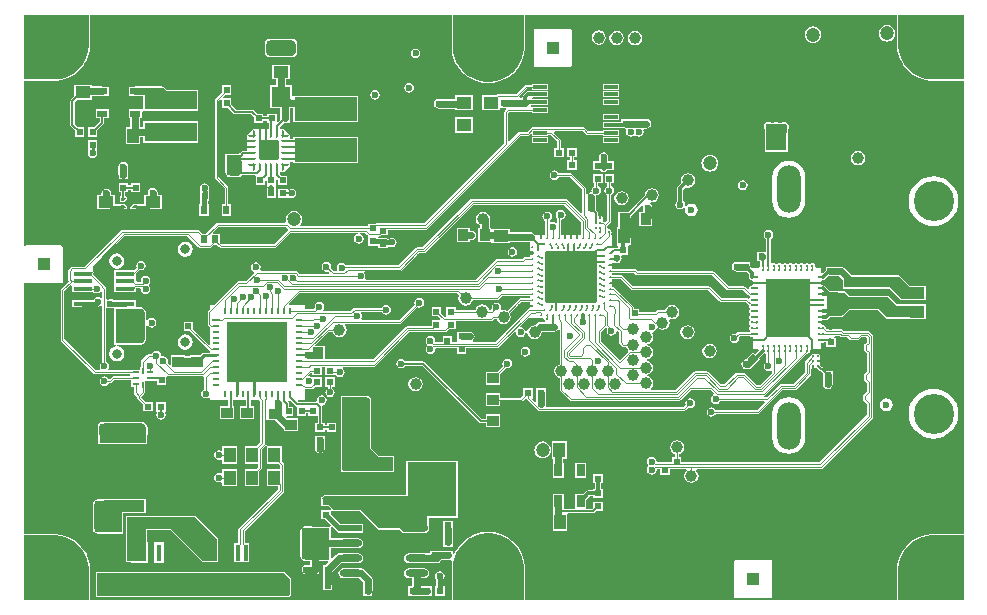
<source format=gtl>
G04*
G04 #@! TF.GenerationSoftware,Altium Limited,Altium Designer,18.1.7 (191)*
G04*
G04 Layer_Physical_Order=1*
G04 Layer_Color=255*
%FSLAX44Y44*%
%MOMM*%
G71*
G01*
G75*
%ADD10C,0.2000*%
%ADD11C,0.3000*%
%ADD12C,0.2500*%
%ADD14C,0.1500*%
%ADD20R,1.0000X1.0000*%
%ADD26R,0.6000X0.6000*%
%ADD27R,1.6000X1.8000*%
G04:AMPARAMS|DCode=28|XSize=0.6mm|YSize=0.2mm|CornerRadius=0.05mm|HoleSize=0mm|Usage=FLASHONLY|Rotation=180.000|XOffset=0mm|YOffset=0mm|HoleType=Round|Shape=RoundedRectangle|*
%AMROUNDEDRECTD28*
21,1,0.6000,0.1000,0,0,180.0*
21,1,0.5000,0.2000,0,0,180.0*
1,1,0.1000,-0.2500,0.0500*
1,1,0.1000,0.2500,0.0500*
1,1,0.1000,0.2500,-0.0500*
1,1,0.1000,-0.2500,-0.0500*
%
%ADD28ROUNDEDRECTD28*%
G04:AMPARAMS|DCode=29|XSize=0.6mm|YSize=0.2mm|CornerRadius=0.05mm|HoleSize=0mm|Usage=FLASHONLY|Rotation=270.000|XOffset=0mm|YOffset=0mm|HoleType=Round|Shape=RoundedRectangle|*
%AMROUNDEDRECTD29*
21,1,0.6000,0.1000,0,0,270.0*
21,1,0.5000,0.2000,0,0,270.0*
1,1,0.1000,-0.0500,-0.2500*
1,1,0.1000,-0.0500,0.2500*
1,1,0.1000,0.0500,0.2500*
1,1,0.1000,0.0500,-0.2500*
%
%ADD29ROUNDEDRECTD29*%
G04:AMPARAMS|DCode=30|XSize=0.25mm|YSize=0.6mm|CornerRadius=0.0625mm|HoleSize=0mm|Usage=FLASHONLY|Rotation=0.000|XOffset=0mm|YOffset=0mm|HoleType=Round|Shape=RoundedRectangle|*
%AMROUNDEDRECTD30*
21,1,0.2500,0.4750,0,0,0.0*
21,1,0.1250,0.6000,0,0,0.0*
1,1,0.1250,0.0625,-0.2375*
1,1,0.1250,-0.0625,-0.2375*
1,1,0.1250,-0.0625,0.2375*
1,1,0.1250,0.0625,0.2375*
%
%ADD30ROUNDEDRECTD30*%
G04:AMPARAMS|DCode=31|XSize=0.25mm|YSize=0.6mm|CornerRadius=0.0625mm|HoleSize=0mm|Usage=FLASHONLY|Rotation=270.000|XOffset=0mm|YOffset=0mm|HoleType=Round|Shape=RoundedRectangle|*
%AMROUNDEDRECTD31*
21,1,0.2500,0.4750,0,0,270.0*
21,1,0.1250,0.6000,0,0,270.0*
1,1,0.1250,-0.2375,-0.0625*
1,1,0.1250,-0.2375,0.0625*
1,1,0.1250,0.2375,0.0625*
1,1,0.1250,0.2375,-0.0625*
%
%ADD31ROUNDEDRECTD31*%
%ADD33R,5.3000X2.0000*%
G04:AMPARAMS|DCode=34|XSize=0.25mm|YSize=0.25mm|CornerRadius=0.0625mm|HoleSize=0mm|Usage=FLASHONLY|Rotation=90.000|XOffset=0mm|YOffset=0mm|HoleType=Round|Shape=RoundedRectangle|*
%AMROUNDEDRECTD34*
21,1,0.2500,0.1250,0,0,90.0*
21,1,0.1250,0.2500,0,0,90.0*
1,1,0.1250,0.0625,0.0625*
1,1,0.1250,0.0625,-0.0625*
1,1,0.1250,-0.0625,-0.0625*
1,1,0.1250,-0.0625,0.0625*
%
%ADD34ROUNDEDRECTD34*%
%ADD35R,1.0000X0.9000*%
%ADD36R,0.6000X0.6000*%
%ADD39R,0.2200X0.2500*%
%ADD40P,0.6788X4X180.0*%
%ADD41R,0.7000X1.0000*%
%ADD42R,0.7000X1.0000*%
%ADD43R,0.9000X0.6000*%
%ADD44R,1.0000X1.3000*%
%ADD45R,0.6500X0.2500*%
%ADD46O,0.6500X0.2500*%
%ADD47O,0.2500X0.6500*%
%ADD48R,1.3000X1.0000*%
%ADD49C,0.2500*%
%ADD50R,1.2000X0.3000*%
%ADD51R,0.9000X1.0000*%
%ADD52R,1.8000X1.6000*%
%ADD53R,4.5000X1.6000*%
%ADD54R,1.3000X1.1000*%
%ADD55R,4.0000X1.0000*%
%ADD56R,1.4500X1.1500*%
%ADD57R,4.1500X4.6500*%
%ADD58R,1.6000X2.7000*%
%ADD59C,0.1800*%
%ADD60R,4.2000X1.2000*%
%ADD61R,1.9000X0.6000*%
%ADD62O,1.9000X0.6000*%
%ADD63R,0.6000X0.8000*%
%ADD64P,0.8485X4X360.0*%
%ADD65R,1.9000X1.9000*%
%ADD66R,0.4000X1.4000*%
%ADD67R,2.3000X1.9000*%
%ADD68R,1.6000X0.4000*%
%ADD69R,1.6000X0.4000*%
%ADD75R,3.6958X5.0000*%
%ADD92C,0.3000*%
%ADD128C,0.8000*%
G04:AMPARAMS|DCode=133|XSize=1.68mm|YSize=1.68mm|CornerRadius=0.084mm|HoleSize=0mm|Usage=FLASHONLY|Rotation=270.000|XOffset=0mm|YOffset=0mm|HoleType=Round|Shape=RoundedRectangle|*
%AMROUNDEDRECTD133*
21,1,1.6800,1.5120,0,0,270.0*
21,1,1.5120,1.6800,0,0,270.0*
1,1,0.1680,-0.7560,-0.7560*
1,1,0.1680,-0.7560,0.7560*
1,1,0.1680,0.7560,0.7560*
1,1,0.1680,0.7560,-0.7560*
%
%ADD133ROUNDEDRECTD133*%
G04:AMPARAMS|DCode=134|XSize=4.4mm|YSize=4.4mm|CornerRadius=0.088mm|HoleSize=0mm|Usage=FLASHONLY|Rotation=90.000|XOffset=0mm|YOffset=0mm|HoleType=Round|Shape=RoundedRectangle|*
%AMROUNDEDRECTD134*
21,1,4.4000,4.2240,0,0,90.0*
21,1,4.2240,4.4000,0,0,90.0*
1,1,0.1760,2.1120,2.1120*
1,1,0.1760,2.1120,-2.1120*
1,1,0.1760,-2.1120,-2.1120*
1,1,0.1760,-2.1120,2.1120*
%
%ADD134ROUNDEDRECTD134*%
%ADD135R,0.5500X0.2500*%
%ADD136R,0.2500X0.5500*%
%ADD137R,5.1000X5.1000*%
%ADD138C,1.0000*%
%ADD139R,2.4100X3.1000*%
%ADD140C,0.1000*%
%ADD141C,0.6000*%
%ADD142C,0.4000*%
%ADD143C,0.5000*%
%ADD144C,0.1200*%
%ADD145C,0.3500*%
%ADD146C,0.8000*%
%ADD147C,0.9000*%
%ADD148R,3.3000X1.2000*%
%ADD149R,3.5000X1.0000*%
%ADD150C,0.6000*%
%ADD151C,3.4000*%
%ADD152C,1.2000*%
%ADD153C,0.7000*%
%ADD154C,5.0000*%
%ADD155O,2.0000X4.0000*%
%ADD156C,0.5000*%
G36*
X797961Y443000D02*
X770534D01*
X766635Y443513D01*
X762836Y444531D01*
X759203Y446036D01*
X755797Y448002D01*
X752677Y450396D01*
X749896Y453177D01*
X747502Y456297D01*
X745536Y459703D01*
X744031Y463336D01*
X743013Y467135D01*
X742500Y471034D01*
Y473000D01*
Y497961D01*
X797961D01*
Y443000D01*
D02*
G37*
G36*
X57500Y473000D02*
Y471034D01*
X56987Y467135D01*
X55969Y463336D01*
X54464Y459703D01*
X52498Y456297D01*
X50104Y453177D01*
X47323Y450396D01*
X44203Y448002D01*
X40797Y446036D01*
X37164Y444531D01*
X33365Y443513D01*
X29466Y443000D01*
X2039D01*
Y497961D01*
X57500D01*
Y473000D01*
D02*
G37*
G36*
X425500Y471000D02*
Y469034D01*
X424987Y465135D01*
X423969Y461336D01*
X422464Y457703D01*
X420498Y454297D01*
X418104Y451177D01*
X415323Y448396D01*
X412203Y446002D01*
X408797Y444036D01*
X405164Y442531D01*
X401365Y441513D01*
X397466Y441000D01*
X393534D01*
X389635Y441513D01*
X385836Y442531D01*
X382203Y444036D01*
X378797Y446002D01*
X375677Y448396D01*
X372896Y451177D01*
X370502Y454297D01*
X368536Y457703D01*
X367031Y461336D01*
X366013Y465135D01*
X365500Y469034D01*
Y471000D01*
Y498000D01*
X425500D01*
Y471000D01*
D02*
G37*
G36*
X741418Y473000D02*
Y471034D01*
X741446Y470965D01*
X741427Y470892D01*
X741940Y466993D01*
X741977Y466929D01*
X741968Y466855D01*
X742986Y463056D01*
X743031Y462997D01*
Y462922D01*
X744536Y459289D01*
X744589Y459236D01*
X744599Y459162D01*
X746565Y455756D01*
X746624Y455710D01*
X746644Y455638D01*
X749038Y452518D01*
X749102Y452481D01*
X749131Y452412D01*
X751912Y449631D01*
X751981Y449602D01*
X752018Y449538D01*
X755138Y447144D01*
X755210Y447124D01*
X755256Y447065D01*
X758662Y445099D01*
X758736Y445089D01*
X758789Y445036D01*
X762422Y443531D01*
X762497D01*
X762556Y443486D01*
X766355Y442468D01*
X766429Y442477D01*
X766493Y442440D01*
X770392Y441927D01*
X770465Y441946D01*
X770534Y441918D01*
X797961D01*
Y58082D01*
X770534D01*
X770465Y58054D01*
X770392Y58073D01*
X766493Y57560D01*
X766429Y57522D01*
X766355Y57532D01*
X762556Y56514D01*
X762497Y56469D01*
X762422D01*
X758789Y54964D01*
X758736Y54911D01*
X758662Y54901D01*
X755256Y52935D01*
X755210Y52876D01*
X755138Y52856D01*
X752018Y50462D01*
X751981Y50398D01*
X751912Y50369D01*
X749131Y47588D01*
X749102Y47519D01*
X749038Y47482D01*
X746644Y44362D01*
X746624Y44290D01*
X746565Y44244D01*
X744599Y40838D01*
X744589Y40764D01*
X744536Y40711D01*
X743031Y37078D01*
Y37003D01*
X742986Y36944D01*
X741968Y33145D01*
X741977Y33071D01*
X741940Y33006D01*
X741427Y29108D01*
X741446Y29035D01*
X741418Y28966D01*
Y27000D01*
Y2039D01*
X426582D01*
Y29000D01*
Y30966D01*
X426554Y31035D01*
X426573Y31108D01*
X426060Y35006D01*
X426022Y35071D01*
X426032Y35145D01*
X425014Y38944D01*
X424969Y39003D01*
Y39078D01*
X423464Y42711D01*
X423411Y42764D01*
X423401Y42838D01*
X421435Y46244D01*
X421376Y46290D01*
X421356Y46362D01*
X418962Y49482D01*
X418898Y49519D01*
X418869Y49588D01*
X416088Y52369D01*
X416019Y52397D01*
X415982Y52462D01*
X412862Y54856D01*
X412790Y54876D01*
X412744Y54935D01*
X409338Y56901D01*
X409264Y56911D01*
X409211Y56964D01*
X405578Y58469D01*
X405503D01*
X405444Y58514D01*
X401645Y59532D01*
X401571Y59522D01*
X401507Y59560D01*
X397608Y60073D01*
X397535Y60054D01*
X397466Y60082D01*
X393534D01*
X393465Y60054D01*
X393392Y60073D01*
X389493Y59560D01*
X389429Y59522D01*
X389355Y59532D01*
X385556Y58514D01*
X385497Y58469D01*
X385422D01*
X381789Y56964D01*
X381736Y56911D01*
X381662Y56901D01*
X378256Y54935D01*
X378210Y54876D01*
X378138Y54856D01*
X375018Y52462D01*
X374981Y52397D01*
X374912Y52369D01*
X372131Y49588D01*
X372102Y49519D01*
X372038Y49482D01*
X369644Y46362D01*
X369624Y46290D01*
X369565Y46244D01*
X367599Y42838D01*
X367589Y42764D01*
X367536Y42711D01*
X366770Y40862D01*
X365500Y41115D01*
Y44000D01*
X361894D01*
X361500Y44078D01*
X350000D01*
X349606Y44000D01*
X346500D01*
Y41962D01*
X346344Y41728D01*
X328300D01*
X326739Y41418D01*
X325416Y40534D01*
X324532Y39211D01*
X324222Y37650D01*
X324532Y36089D01*
X325416Y34766D01*
X326739Y33882D01*
X328300Y33572D01*
X352150D01*
X353711Y33882D01*
X355034Y34766D01*
X355806Y35922D01*
X361500D01*
X361894Y36000D01*
X364159D01*
X364904Y34730D01*
X364427Y31108D01*
X364446Y31035D01*
X364418Y30966D01*
Y29000D01*
Y2039D01*
X58582D01*
Y27000D01*
Y28966D01*
X58554Y29035D01*
X58573Y29108D01*
X58060Y33006D01*
X58022Y33071D01*
X58032Y33145D01*
X57014Y36944D01*
X56969Y37003D01*
Y37078D01*
X55464Y40711D01*
X55411Y40764D01*
X55401Y40838D01*
X53435Y44244D01*
X53376Y44290D01*
X53356Y44362D01*
X50962Y47482D01*
X50898Y47519D01*
X50869Y47588D01*
X48088Y50369D01*
X48019Y50398D01*
X47982Y50462D01*
X44862Y52856D01*
X44790Y52876D01*
X44744Y52935D01*
X41338Y54901D01*
X41264Y54911D01*
X41211Y54964D01*
X37578Y56469D01*
X37503D01*
X37444Y56514D01*
X33645Y57532D01*
X33571Y57522D01*
X33507Y57560D01*
X29608Y58073D01*
X29535Y58054D01*
X29466Y58082D01*
X2039D01*
Y270302D01*
X3235Y270735D01*
X4000Y270418D01*
X34000D01*
X34765Y270735D01*
X35082Y271500D01*
Y301500D01*
X34765Y302265D01*
X34000Y302582D01*
X4000D01*
X3235Y302265D01*
X2039Y302698D01*
Y441918D01*
X29466D01*
X29535Y441946D01*
X29608Y441927D01*
X33507Y442440D01*
X33571Y442477D01*
X33645Y442468D01*
X37444Y443486D01*
X37503Y443531D01*
X37578D01*
X41211Y445036D01*
X41264Y445089D01*
X41338Y445099D01*
X44744Y447065D01*
X44790Y447124D01*
X44862Y447144D01*
X47982Y449538D01*
X48019Y449602D01*
X48088Y449631D01*
X50869Y452412D01*
X50898Y452481D01*
X50962Y452518D01*
X53356Y455638D01*
X53376Y455710D01*
X53435Y455756D01*
X55401Y459162D01*
X55411Y459236D01*
X55464Y459289D01*
X56969Y462922D01*
Y462997D01*
X57014Y463056D01*
X58032Y466855D01*
X58022Y466929D01*
X58060Y466993D01*
X58573Y470892D01*
X58554Y470965D01*
X58582Y471034D01*
Y473000D01*
Y497961D01*
X364418D01*
Y471000D01*
Y469034D01*
X364446Y468965D01*
X364427Y468892D01*
X364940Y464994D01*
X364977Y464929D01*
X364968Y464855D01*
X365986Y461056D01*
X366031Y460997D01*
Y460922D01*
X367536Y457289D01*
X367589Y457236D01*
X367599Y457162D01*
X369565Y453756D01*
X369624Y453710D01*
X369644Y453638D01*
X372038Y450518D01*
X372102Y450481D01*
X372131Y450412D01*
X374912Y447631D01*
X374981Y447602D01*
X375018Y447538D01*
X378138Y445144D01*
X378210Y445124D01*
X378256Y445065D01*
X381662Y443099D01*
X381736Y443089D01*
X381789Y443036D01*
X385422Y441531D01*
X385497D01*
X385556Y441486D01*
X389355Y440468D01*
X389429Y440477D01*
X389493Y440440D01*
X393392Y439927D01*
X393465Y439946D01*
X393534Y439918D01*
X397466D01*
X397535Y439946D01*
X397608Y439927D01*
X401507Y440440D01*
X401571Y440477D01*
X401645Y440468D01*
X405444Y441486D01*
X405503Y441531D01*
X405578D01*
X409211Y443036D01*
X409264Y443089D01*
X409338Y443099D01*
X412744Y445065D01*
X412790Y445124D01*
X412862Y445144D01*
X415982Y447538D01*
X416019Y447602D01*
X416088Y447631D01*
X418869Y450412D01*
X418898Y450481D01*
X418962Y450518D01*
X421356Y453638D01*
X421376Y453710D01*
X421435Y453756D01*
X423401Y457162D01*
X423411Y457236D01*
X423464Y457289D01*
X424969Y460922D01*
Y460997D01*
X425014Y461056D01*
X426032Y464855D01*
X426022Y464929D01*
X426060Y464993D01*
X426573Y468892D01*
X426554Y468965D01*
X426582Y469034D01*
Y471000D01*
Y497961D01*
X741418D01*
Y473000D01*
D02*
G37*
G36*
X797961Y2039D02*
X742500D01*
Y27000D01*
Y28966D01*
X743013Y32865D01*
X744031Y36664D01*
X745536Y40297D01*
X747502Y43703D01*
X749896Y46823D01*
X752677Y49604D01*
X755797Y51998D01*
X759203Y53964D01*
X762836Y55469D01*
X766635Y56487D01*
X770534Y57000D01*
X797961D01*
Y2039D01*
D02*
G37*
G36*
X33365Y56487D02*
X37164Y55469D01*
X40797Y53964D01*
X44203Y51998D01*
X47323Y49604D01*
X50104Y46823D01*
X52498Y43703D01*
X54464Y40297D01*
X55969Y36664D01*
X56987Y32865D01*
X57500Y28966D01*
Y27000D01*
Y2039D01*
X2039D01*
Y57000D01*
X29466D01*
X33365Y56487D01*
D02*
G37*
G36*
X401365Y58487D02*
X405164Y57469D01*
X408797Y55964D01*
X412203Y53998D01*
X415323Y51604D01*
X418104Y48823D01*
X420498Y45703D01*
X422464Y42297D01*
X423969Y38664D01*
X424987Y34865D01*
X425500Y30966D01*
Y29000D01*
Y2000D01*
X365500D01*
Y29000D01*
Y30966D01*
X366013Y34865D01*
X367031Y38664D01*
X368536Y42297D01*
X370502Y45703D01*
X372896Y48823D01*
X375677Y51604D01*
X378797Y53998D01*
X382203Y55964D01*
X385836Y57469D01*
X389635Y58487D01*
X393534Y59000D01*
X397466D01*
X401365Y58487D01*
D02*
G37*
%LPC*%
G36*
X733000Y489060D02*
X731173Y488820D01*
X729470Y488115D01*
X728008Y486992D01*
X726886Y485530D01*
X726180Y483827D01*
X725940Y482000D01*
X726180Y480173D01*
X726886Y478470D01*
X728008Y477008D01*
X729470Y475886D01*
X731173Y475180D01*
X733000Y474940D01*
X734827Y475180D01*
X736530Y475886D01*
X737992Y477008D01*
X739115Y478470D01*
X739820Y480173D01*
X740060Y482000D01*
X739820Y483827D01*
X739115Y485530D01*
X737992Y486992D01*
X736530Y488115D01*
X734827Y488820D01*
X733000Y489060D01*
D02*
G37*
G36*
X670500Y488060D02*
X668673Y487820D01*
X666970Y487114D01*
X665508Y485992D01*
X664386Y484530D01*
X663680Y482827D01*
X663440Y481000D01*
X663680Y479173D01*
X664386Y477470D01*
X665508Y476008D01*
X666970Y474885D01*
X668673Y474180D01*
X670500Y473940D01*
X672327Y474180D01*
X674030Y474885D01*
X675492Y476008D01*
X676615Y477470D01*
X677320Y479173D01*
X677560Y481000D01*
X677320Y482827D01*
X676615Y484530D01*
X675492Y485992D01*
X674030Y487114D01*
X672327Y487820D01*
X670500Y488060D01*
D02*
G37*
G36*
X489067Y484618D02*
X486726Y484152D01*
X484741Y482826D01*
X483415Y480841D01*
X482949Y478500D01*
X483415Y476159D01*
X484741Y474174D01*
X486726Y472848D01*
X489067Y472383D01*
X491408Y472848D01*
X493392Y474174D01*
X494719Y476159D01*
X495184Y478500D01*
X494719Y480841D01*
X493392Y482826D01*
X491408Y484152D01*
X489067Y484618D01*
D02*
G37*
G36*
X519750Y484118D02*
X517409Y483652D01*
X515424Y482326D01*
X514098Y480341D01*
X513632Y478000D01*
X514098Y475659D01*
X515424Y473674D01*
X517409Y472348D01*
X519750Y471883D01*
X522091Y472348D01*
X524076Y473674D01*
X525402Y475659D01*
X525868Y478000D01*
X525402Y480341D01*
X524076Y482326D01*
X522091Y483652D01*
X519750Y484118D01*
D02*
G37*
G36*
X504250D02*
X501909Y483652D01*
X499924Y482326D01*
X498598Y480341D01*
X498133Y478000D01*
X498598Y475659D01*
X499924Y473674D01*
X501909Y472348D01*
X504250Y471883D01*
X506591Y472348D01*
X508576Y473674D01*
X509902Y475659D01*
X510368Y478000D01*
X509902Y480341D01*
X508576Y482326D01*
X506591Y483652D01*
X504250Y484118D01*
D02*
G37*
G36*
X229500Y477217D02*
X220000D01*
X220000Y477217D01*
X210500Y477217D01*
X210482Y477209D01*
X208939Y476903D01*
X207616Y476018D01*
X206732Y474695D01*
X206425Y473154D01*
X206417Y473134D01*
X206418Y466135D01*
X206418Y466135D01*
X206425Y466116D01*
X206732Y464574D01*
X207616Y463251D01*
X208939Y462367D01*
X210481Y462060D01*
X210500Y462052D01*
X220000D01*
X220000Y462052D01*
X229500Y462052D01*
X229518Y462060D01*
X231061Y462367D01*
X232384Y463251D01*
X233268Y464574D01*
X233575Y466115D01*
X233583Y466135D01*
X233582Y473135D01*
X233582Y473135D01*
X233575Y473154D01*
X233268Y474695D01*
X232384Y476018D01*
X231061Y476903D01*
X229519Y477209D01*
X229500Y477217D01*
D02*
G37*
G36*
X334000Y469161D02*
X332439Y468851D01*
X331116Y467967D01*
X330232Y466643D01*
X329922Y465083D01*
X330232Y463522D01*
X331116Y462199D01*
X332439Y461315D01*
X334000Y461004D01*
X335561Y461315D01*
X336884Y462199D01*
X337768Y463522D01*
X338078Y465083D01*
X337768Y466643D01*
X336884Y467967D01*
X335561Y468851D01*
X334000Y469161D01*
D02*
G37*
G36*
X465000Y486082D02*
X435000D01*
X434235Y485765D01*
X433918Y485000D01*
Y455000D01*
X434235Y454235D01*
X435000Y453918D01*
X465000D01*
X465765Y454235D01*
X466082Y455000D01*
Y485000D01*
X465765Y485765D01*
X465000Y486082D01*
D02*
G37*
G36*
X506500Y439500D02*
X492500D01*
Y434500D01*
X506500D01*
Y439500D01*
D02*
G37*
G36*
X446500D02*
X432500D01*
Y438624D01*
X427500D01*
X426352Y438148D01*
X418828Y430624D01*
X403624D01*
X402476Y430148D01*
X402204Y429876D01*
X390500D01*
Y416876D01*
X405500D01*
Y418999D01*
X406770Y419678D01*
X407439Y419231D01*
X408999Y418921D01*
X410034Y419127D01*
X410489Y418539D01*
X410660Y417956D01*
X409352Y416648D01*
X408876Y415500D01*
Y389001D01*
X340999Y321124D01*
X300500D01*
X300202Y321000D01*
X294000D01*
Y318624D01*
X236808D01*
X236289Y319894D01*
X237115Y320970D01*
X237820Y322673D01*
X238060Y324500D01*
X237820Y326327D01*
X237115Y328030D01*
X235992Y329492D01*
X234530Y330615D01*
X232827Y331320D01*
X231000Y331560D01*
X229173Y331320D01*
X227470Y330615D01*
X226007Y329492D01*
X224886Y328030D01*
X224180Y326327D01*
X223940Y324500D01*
X224139Y322990D01*
X223376Y321720D01*
X166396D01*
X165248Y321244D01*
X156587Y312583D01*
X153513D01*
X150948Y315148D01*
X149800Y315624D01*
X85500D01*
X84352Y315148D01*
X53828Y284624D01*
X43500D01*
X42352Y284148D01*
X40577Y282373D01*
X40101Y281225D01*
Y273275D01*
X40519Y272266D01*
X33852Y265598D01*
X33376Y264450D01*
Y222500D01*
X33852Y221352D01*
X61352Y193852D01*
X62500Y193376D01*
X92100D01*
X92607Y192500D01*
X92100Y191624D01*
X77933D01*
X76785Y191148D01*
X75312Y189675D01*
X73772Y189803D01*
X73384Y190384D01*
X72061Y191268D01*
X70500Y191578D01*
X68939Y191268D01*
X67616Y190384D01*
X66732Y189061D01*
X66422Y187500D01*
X66732Y185939D01*
X67616Y184616D01*
X68939Y183732D01*
X70500Y183422D01*
X72061Y183732D01*
X73384Y184616D01*
X74226Y185876D01*
X75433D01*
X76581Y186352D01*
X78606Y188376D01*
X92903D01*
X93250Y187250D01*
X93250Y186480D01*
Y182750D01*
X95376D01*
Y178000D01*
X95852Y176852D01*
X98376Y174328D01*
Y173379D01*
X98852Y172230D01*
X103439Y167643D01*
Y161939D01*
X111439D01*
Y169939D01*
X105735D01*
X101624Y174051D01*
Y174328D01*
X104148Y176852D01*
X104624Y178000D01*
Y180250D01*
X105250D01*
Y186480D01*
X105250Y187750D01*
X106520Y187750D01*
X112750D01*
Y187961D01*
X115000D01*
Y184500D01*
X118606D01*
X119000Y184422D01*
X119394Y184500D01*
X123000D01*
Y188106D01*
X123078Y188500D01*
X123000Y188894D01*
Y191208D01*
X124000Y191876D01*
X153848D01*
X154361Y191460D01*
X154876Y190865D01*
Y180726D01*
X153616Y179884D01*
X152732Y178561D01*
X152422Y177000D01*
X152732Y175439D01*
X153616Y174116D01*
X154939Y173232D01*
X156500Y172922D01*
X158061Y173232D01*
X158730Y173679D01*
X160000Y173000D01*
Y172000D01*
X175461D01*
Y166500D01*
X168000D01*
Y155500D01*
X180000D01*
Y166500D01*
X179539D01*
Y172000D01*
X190461D01*
Y166500D01*
X185000D01*
Y155500D01*
X197000D01*
Y166500D01*
X194539D01*
Y172000D01*
X201177D01*
X201346Y171746D01*
X202269Y170824D01*
Y135576D01*
X199193Y132500D01*
X189500D01*
Y117500D01*
X200469D01*
Y114776D01*
X199193Y113500D01*
X189500D01*
Y98500D01*
X201500D01*
Y111193D01*
X203253Y112947D01*
X203607Y113476D01*
X203731Y114100D01*
X203731Y114100D01*
Y129313D01*
X206800Y132382D01*
X207253Y132835D01*
X207255Y132835D01*
X207253Y132835D01*
X206944Y132526D01*
X207523Y132772D01*
X208189Y132597D01*
X208500Y131862D01*
X208500Y131274D01*
X208500Y131273D01*
X208500Y131254D01*
Y117500D01*
X218193D01*
X219469Y116224D01*
Y113500D01*
X208500D01*
Y98500D01*
X217269D01*
Y96076D01*
X184496Y63304D01*
X184143Y62774D01*
X184019Y62150D01*
X184019Y62150D01*
Y50500D01*
X180500D01*
Y34500D01*
X186500D01*
Y34500D01*
X187000D01*
Y34500D01*
X193000D01*
Y50500D01*
X189481D01*
Y60563D01*
X222253Y93335D01*
X222254Y93335D01*
X222607Y93864D01*
X222731Y94489D01*
X222731Y94489D01*
Y116900D01*
X222607Y117524D01*
X222254Y118054D01*
X222253Y118054D01*
X220500Y119807D01*
Y132500D01*
X209752D01*
X209503Y132500D01*
X208454Y132594D01*
X208322Y132714D01*
X208032Y133202D01*
X207821Y133683D01*
X207731Y133989D01*
X207731Y134031D01*
X207731Y134476D01*
Y154497D01*
X209000Y154500D01*
Y154500D01*
X215132D01*
X222016Y147616D01*
X222016Y147616D01*
X222500Y147292D01*
Y145000D01*
X234500D01*
Y156000D01*
X225173D01*
X224439Y156891D01*
X224912Y158000D01*
X230500D01*
Y166000D01*
X227039D01*
Y168500D01*
X227039Y168500D01*
X226884Y169280D01*
X226442Y169942D01*
X226001Y170383D01*
X226486Y171656D01*
X227353Y171763D01*
X232558Y166558D01*
X232558Y166558D01*
X233220Y166116D01*
X233347Y166091D01*
X233500Y166000D01*
Y158000D01*
X241500D01*
Y160461D01*
X243000D01*
Y158500D01*
X250961D01*
Y152500D01*
X249000D01*
Y144500D01*
X257000D01*
Y146461D01*
X259000D01*
Y144500D01*
X267000D01*
Y152500D01*
X259000D01*
Y150539D01*
X257000D01*
Y152500D01*
X255039D01*
Y165328D01*
X254884Y166109D01*
X254828Y166192D01*
X255318Y167548D01*
X255371Y167595D01*
X256060Y167732D01*
X257383Y168616D01*
X258267Y169939D01*
X258578Y171500D01*
X258267Y173060D01*
X257383Y174384D01*
X256060Y175268D01*
X254499Y175578D01*
X252939Y175268D01*
X251616Y174384D01*
X250732Y173060D01*
X250421Y171500D01*
X250471Y171250D01*
X249417Y170039D01*
X234929D01*
X234278Y170840D01*
X234781Y172000D01*
X240000D01*
Y180684D01*
X245808D01*
X246957Y181160D01*
X248797Y183000D01*
X254500D01*
Y191000D01*
X246500D01*
Y191000D01*
X245280Y191121D01*
X245061Y191268D01*
X243642Y191550D01*
X243340Y192048D01*
X243087Y192791D01*
X245173Y194876D01*
X246500D01*
Y192500D01*
X254500D01*
Y199376D01*
X257500D01*
Y192500D01*
X265500D01*
Y192500D01*
X266770Y192634D01*
X267116Y192116D01*
X268439Y191232D01*
X270000Y190922D01*
X271561Y191232D01*
X272884Y192116D01*
X273768Y193439D01*
X274078Y195000D01*
X273768Y196561D01*
X272884Y197884D01*
X272551Y198106D01*
X272936Y199376D01*
X298470D01*
X299618Y199852D01*
X328642Y228876D01*
X359000D01*
X360148Y229352D01*
X362296Y231500D01*
X368000D01*
Y238376D01*
X397500D01*
X398648Y238852D01*
X400173Y240376D01*
X402705D01*
X402848Y239659D01*
X404174Y237674D01*
X406159Y236348D01*
X408500Y235882D01*
X410841Y236348D01*
X412826Y237674D01*
X414152Y239659D01*
X414618Y242000D01*
X414152Y244341D01*
X413745Y244949D01*
X423172Y254376D01*
X430468D01*
Y250740D01*
X430405Y249531D01*
X429781Y249407D01*
X429252Y249054D01*
X401130Y220931D01*
X382648D01*
X382263Y222201D01*
X382884Y222616D01*
X383768Y223939D01*
X384078Y225500D01*
X383768Y227061D01*
X382884Y228384D01*
X381561Y229268D01*
X380000Y229578D01*
X373000D01*
X372606Y229500D01*
X369000D01*
Y225894D01*
X368922Y225500D01*
X369000Y225106D01*
X369000Y221500D01*
X367966Y220931D01*
X365000D01*
Y226000D01*
X357000D01*
Y220931D01*
X351209D01*
X350578Y221700D01*
X350268Y223261D01*
X349384Y224584D01*
X348061Y225468D01*
X346500Y225778D01*
X344939Y225468D01*
X343616Y224584D01*
X342732Y223261D01*
X342422Y221700D01*
X342732Y220139D01*
X343480Y219020D01*
X343606Y218200D01*
X343480Y217380D01*
X342732Y216261D01*
X342422Y214700D01*
X342732Y213139D01*
X343616Y211816D01*
X344939Y210932D01*
X346500Y210622D01*
X348061Y210932D01*
X349384Y211816D01*
X350268Y213139D01*
X350578Y214700D01*
X351209Y215469D01*
X369000D01*
Y210500D01*
X377000D01*
Y215469D01*
X402716D01*
X402717Y215469D01*
X403341Y215593D01*
X403870Y215947D01*
X417801Y229878D01*
X418972Y229252D01*
X418922Y229000D01*
X419232Y227439D01*
X420116Y226116D01*
X421439Y225232D01*
X423000Y224922D01*
X424561Y225232D01*
X425884Y226116D01*
X426768Y227439D01*
X427078Y229000D01*
X426768Y230561D01*
X425884Y231884D01*
X424561Y232768D01*
X423000Y233078D01*
X422748Y233028D01*
X422122Y234199D01*
X429376Y241452D01*
X430468Y241000D01*
Y241000D01*
X439715D01*
X439875Y240968D01*
X441125D01*
X441285Y241000D01*
X441855D01*
X442951Y240000D01*
X443145Y239025D01*
X443263Y238848D01*
X442584Y237578D01*
X439324D01*
X439323Y237578D01*
X437763Y237268D01*
X436440Y236384D01*
X436440Y236384D01*
X435115Y235060D01*
X434823Y235117D01*
X432482Y234652D01*
X430498Y233326D01*
X429171Y231341D01*
X428706Y229000D01*
X429171Y226659D01*
X430498Y224674D01*
X432482Y223348D01*
X434823Y222882D01*
X437164Y223348D01*
X439149Y224674D01*
X440475Y226659D01*
X440941Y229000D01*
X442152Y229422D01*
X451500D01*
X453061Y229732D01*
X454384Y230616D01*
X454606Y230949D01*
X455876Y230564D01*
Y201795D01*
X455159Y201652D01*
X453174Y200326D01*
X451848Y198341D01*
X451382Y196000D01*
X451848Y193659D01*
X453174Y191674D01*
X455159Y190348D01*
X455876Y190205D01*
Y180500D01*
X456352Y179352D01*
X464352Y171352D01*
X465500Y170876D01*
X557407D01*
X558555Y171352D01*
X567079Y179876D01*
X583820D01*
X586516Y177180D01*
X586206Y175695D01*
X585366Y175134D01*
X584482Y173811D01*
X584172Y172250D01*
X584482Y170689D01*
X585366Y169366D01*
X586689Y168482D01*
X588250Y168172D01*
X589811Y168482D01*
X591134Y169366D01*
X591976Y170626D01*
X629171D01*
X629657Y169453D01*
X623327Y163124D01*
X588226D01*
X587384Y164384D01*
X586061Y165268D01*
X584500Y165578D01*
X582939Y165268D01*
X581616Y164384D01*
X580732Y163061D01*
X580422Y161500D01*
X580732Y159939D01*
X581616Y158616D01*
X582939Y157732D01*
X584500Y157422D01*
X586061Y157732D01*
X587384Y158616D01*
X588226Y159876D01*
X624000D01*
X625148Y160352D01*
X644672Y179876D01*
X654828D01*
X655976Y180352D01*
X668648Y193024D01*
X669124Y194172D01*
Y198217D01*
X670297Y198703D01*
X670683Y198318D01*
X673938D01*
X674214Y198263D01*
X676105Y196372D01*
X676684Y195985D01*
X677068Y195909D01*
X679000Y193977D01*
Y192894D01*
X678922Y192500D01*
Y185000D01*
X679232Y183439D01*
X680116Y182116D01*
X681439Y181232D01*
X683000Y180922D01*
X684561Y181232D01*
X685884Y182116D01*
X686768Y183439D01*
X687078Y185000D01*
Y192500D01*
X687000Y192894D01*
Y196500D01*
X683394D01*
X683000Y196578D01*
X682606Y196500D01*
X681523D01*
X679128Y198895D01*
X678549Y199282D01*
X678165Y199359D01*
X676762Y200762D01*
X676794Y200794D01*
X676794Y208500D01*
X676619Y209378D01*
X676122Y210122D01*
X675378Y210619D01*
X674500Y210794D01*
X670500D01*
X669622Y210619D01*
X668878Y210122D01*
X668381Y209378D01*
X668206Y208503D01*
X663852Y204148D01*
X663376Y203000D01*
Y195173D01*
X653327Y185124D01*
X643172D01*
X642023Y184648D01*
X631249Y173874D01*
X628627D01*
X628586Y175126D01*
X629734Y175602D01*
X665125Y210993D01*
X665335Y210951D01*
X666311Y211145D01*
X667138Y211698D01*
X667690Y212525D01*
X667885Y213500D01*
X667839Y213730D01*
X668751Y215000D01*
X677500D01*
Y219436D01*
X677640Y219643D01*
X678770Y220377D01*
X679187Y220294D01*
X680162Y220488D01*
X680496Y220711D01*
X680660Y220697D01*
X681750Y220360D01*
Y216500D01*
X689750D01*
Y220606D01*
X689828Y221000D01*
X689750Y221394D01*
Y224500D01*
X688513D01*
X688272Y224758D01*
X688823Y226028D01*
X692913D01*
X693645Y225296D01*
X693645Y225296D01*
X694174Y224943D01*
X694798Y224819D01*
X699436D01*
X701159Y223097D01*
X701159Y223097D01*
X701688Y222743D01*
X702312Y222619D01*
X708540D01*
X708540Y222619D01*
X709164Y222743D01*
X709693Y223097D01*
X711415Y224819D01*
X715378D01*
X715967Y224229D01*
Y220910D01*
X714346Y219289D01*
X713993Y218760D01*
X713869Y218136D01*
X713869Y218136D01*
Y214000D01*
X713869Y214000D01*
X713993Y213376D01*
X714346Y212847D01*
X715967Y211226D01*
Y195774D01*
X713847Y193654D01*
X713493Y193124D01*
X713369Y192500D01*
X713369Y192500D01*
Y189500D01*
X713369Y189500D01*
X713493Y188876D01*
X713847Y188347D01*
X715967Y186226D01*
Y179176D01*
X713346Y176555D01*
X712993Y176026D01*
X712869Y175401D01*
X712869Y175401D01*
Y172211D01*
X712869Y172211D01*
X712993Y171587D01*
X713346Y171058D01*
X715967Y168437D01*
Y158774D01*
X675924Y118731D01*
X559000D01*
Y123500D01*
X556631D01*
Y125608D01*
X557841Y125848D01*
X559826Y127174D01*
X561152Y129159D01*
X561618Y131500D01*
X561152Y133841D01*
X559826Y135826D01*
X557841Y137152D01*
X555500Y137618D01*
X553159Y137152D01*
X551174Y135826D01*
X549848Y133841D01*
X549383Y131500D01*
X549848Y129159D01*
X551174Y127174D01*
X553159Y125848D01*
X553369Y125806D01*
Y123500D01*
X551000D01*
Y118731D01*
X538709D01*
X538078Y119500D01*
X537768Y121061D01*
X536884Y122384D01*
X535561Y123268D01*
X534000Y123578D01*
X532439Y123268D01*
X531116Y122384D01*
X530232Y121061D01*
X529922Y119500D01*
X530232Y117939D01*
X531116Y116616D01*
Y115384D01*
X530232Y114061D01*
X529922Y112500D01*
X530232Y110939D01*
X531116Y109616D01*
X532439Y108732D01*
X534000Y108422D01*
X535561Y108732D01*
X536884Y109616D01*
X537768Y110939D01*
X538078Y112500D01*
X538709Y113269D01*
X541000D01*
Y108500D01*
X549000D01*
Y113269D01*
X563048D01*
X563433Y111999D01*
X563174Y111826D01*
X561848Y109841D01*
X561382Y107500D01*
X561848Y105159D01*
X563174Y103174D01*
X565159Y101848D01*
X567500Y101382D01*
X569841Y101848D01*
X571826Y103174D01*
X573152Y105159D01*
X573618Y107500D01*
X573152Y109841D01*
X571826Y111826D01*
X571567Y111999D01*
X571952Y113269D01*
X677511D01*
X677511Y113269D01*
X678136Y113393D01*
X678665Y113747D01*
X720952Y156034D01*
X721306Y156563D01*
X721430Y157187D01*
X721430Y157188D01*
Y225816D01*
X721306Y226441D01*
X720952Y226970D01*
X720952Y226970D01*
X718118Y229804D01*
X717589Y230157D01*
X716965Y230281D01*
X716965Y230281D01*
X696385D01*
X695654Y231013D01*
X695124Y231367D01*
X694500Y231491D01*
X694500Y231491D01*
X682583D01*
X681731Y232451D01*
X681736Y232477D01*
X681542Y233452D01*
X680989Y234279D01*
X680162Y234832D01*
X679187Y235026D01*
X678770Y234943D01*
X677500Y235767D01*
Y238704D01*
X677640Y238911D01*
X678770Y239645D01*
X679187Y239562D01*
X681696D01*
X682671Y239756D01*
X683498Y240308D01*
X685107Y241918D01*
X690500D01*
X690510Y241922D01*
X693500D01*
X693500Y241922D01*
X695061Y242232D01*
X696384Y243116D01*
X701185Y247918D01*
X725052D01*
X732235Y240735D01*
X733000Y240418D01*
X755000D01*
X755199Y240500D01*
X766000D01*
Y252500D01*
X752199D01*
X752000Y252582D01*
X741948D01*
X734765Y259765D01*
X734000Y260082D01*
X701185D01*
X698384Y262884D01*
X697061Y263768D01*
X695500Y264078D01*
X695500Y264078D01*
X691510D01*
X691500Y264082D01*
X684905D01*
X680989Y267998D01*
X680162Y268550D01*
X679187Y268744D01*
X678770Y268661D01*
X677640Y269395D01*
X677500Y269602D01*
Y272423D01*
X677640Y272630D01*
X678770Y273363D01*
X679187Y273280D01*
X680162Y273475D01*
X680989Y274027D01*
X683462Y276500D01*
X684856D01*
X685250Y276422D01*
X692311D01*
X695500Y273232D01*
Y266000D01*
X698801D01*
X699000Y265918D01*
X735052D01*
X744235Y256735D01*
X745000Y256418D01*
X754000D01*
X754199Y256500D01*
X766000D01*
Y268500D01*
X752531D01*
X744265Y276765D01*
X743500Y277082D01*
X703185D01*
X696884Y283384D01*
X695561Y284268D01*
X694000Y284578D01*
X694000Y284578D01*
X685250D01*
X684856Y284500D01*
X681250D01*
Y281497D01*
X678770Y279017D01*
X677500Y279543D01*
Y283500D01*
X673297D01*
X672466Y284770D01*
X672545Y285172D01*
X672351Y286147D01*
X671799Y286974D01*
X670972Y287527D01*
X669996Y287721D01*
X669021Y287527D01*
X668520Y287192D01*
X667666Y287057D01*
X666812Y287192D01*
X666311Y287527D01*
X665335Y287721D01*
X664360Y287527D01*
X663859Y287192D01*
X663005Y287057D01*
X662151Y287192D01*
X661650Y287527D01*
X660675Y287721D01*
X659699Y287527D01*
X659198Y287192D01*
X658344Y287057D01*
X657490Y287192D01*
X656989Y287527D01*
X656013Y287721D01*
X655038Y287527D01*
X654537Y287192D01*
X653683Y287057D01*
X652829Y287192D01*
X652328Y287527D01*
X651352Y287721D01*
X650377Y287527D01*
X649876Y287192D01*
X649022Y287057D01*
X648168Y287192D01*
X647667Y287527D01*
X646692Y287721D01*
X645716Y287527D01*
X645215Y287192D01*
X644361Y287057D01*
X643507Y287192D01*
X643006Y287527D01*
X642030Y287721D01*
X641055Y287527D01*
X640554Y287192D01*
X639700Y287057D01*
X638846Y287192D01*
X638345Y287527D01*
X637369Y287721D01*
X636394Y287527D01*
X636018Y287275D01*
X634748Y287860D01*
Y308052D01*
X635592Y308616D01*
X636476Y309939D01*
X636787Y311500D01*
X636476Y313061D01*
X635592Y314384D01*
X634269Y315268D01*
X632709Y315578D01*
X631148Y315268D01*
X629825Y314384D01*
X628941Y313061D01*
X628630Y311500D01*
X628941Y309939D01*
X629825Y308616D01*
X630669Y308052D01*
Y297000D01*
X628481D01*
X627354Y297224D01*
X626228Y297000D01*
X623209D01*
Y293394D01*
X623130Y293000D01*
X623209Y292606D01*
Y289000D01*
X626008D01*
Y286620D01*
X625693Y286147D01*
X625499Y285172D01*
X625578Y284770D01*
X624747Y283500D01*
X619500D01*
Y283500D01*
X618432Y283058D01*
X617515Y283975D01*
Y283976D01*
X617593Y284370D01*
X617515Y284764D01*
Y288370D01*
X613909D01*
X613515Y288449D01*
X606681D01*
X606029Y288578D01*
X604469Y288268D01*
X603145Y287384D01*
X602262Y286061D01*
X601951Y284500D01*
X602262Y282939D01*
X603145Y281616D01*
X603223Y281564D01*
X603275Y281487D01*
X604598Y280602D01*
X606159Y280292D01*
X613515D01*
X613909Y280370D01*
X613910D01*
X616308Y277972D01*
Y275829D01*
X616502Y274854D01*
X617055Y274027D01*
X617882Y273475D01*
X618857Y273280D01*
X619500Y272753D01*
Y269272D01*
X618857Y268744D01*
X617882Y268550D01*
X617055Y267998D01*
X616502Y267171D01*
X616308Y266195D01*
X616367Y265901D01*
X615196Y265275D01*
X613128Y267344D01*
X611980Y267819D01*
X599155D01*
X586798Y280176D01*
X585650Y280652D01*
X522145D01*
X520648Y282148D01*
X519500Y282624D01*
X500500D01*
Y287999D01*
X501109Y288336D01*
X501770Y288512D01*
X502938Y287732D01*
X504499Y287421D01*
X506060Y287732D01*
X507383Y288616D01*
X508267Y289939D01*
X508577Y291500D01*
X508283Y292980D01*
X508287Y293254D01*
X508819Y294250D01*
X513500D01*
Y302250D01*
X514459Y303000D01*
X516500D01*
Y310208D01*
X516608Y310750D01*
Y325000D01*
X516500Y325542D01*
Y327616D01*
X525728Y336845D01*
X526732Y336061D01*
X526422Y334500D01*
Y331000D01*
X523500D01*
Y319000D01*
X534500D01*
Y326106D01*
X534578Y326500D01*
Y334500D01*
X534268Y336061D01*
X533384Y337384D01*
X532688Y337848D01*
X533184Y339045D01*
X534000Y338882D01*
X536341Y339348D01*
X538326Y340674D01*
X539652Y342659D01*
X540117Y345000D01*
X539652Y347341D01*
X538326Y349326D01*
X536341Y350652D01*
X534000Y351118D01*
X531659Y350652D01*
X529674Y349326D01*
X528348Y347341D01*
X527882Y345000D01*
X527921Y344805D01*
X514116Y331000D01*
X505500D01*
Y325542D01*
X505392Y325000D01*
Y318000D01*
X504500D01*
Y303000D01*
X504541D01*
X505500Y302250D01*
Y300034D01*
X502000D01*
X501770Y299988D01*
X500697Y300643D01*
X500500Y300880D01*
Y310987D01*
X499654D01*
X499480Y311586D01*
X499342Y312257D01*
X499855Y313025D01*
X500049Y314000D01*
X499855Y314975D01*
X499302Y315802D01*
X498475Y316355D01*
X497500Y316549D01*
X497394Y316528D01*
X496124Y317498D01*
Y318827D01*
X499148Y321852D01*
X499624Y323000D01*
Y345274D01*
X500884Y346116D01*
X501768Y347439D01*
X502078Y349000D01*
X501768Y350561D01*
X500884Y351884D01*
X499624Y352726D01*
Y355000D01*
X502000D01*
Y363000D01*
X494000D01*
Y355000D01*
X496376D01*
Y352726D01*
X495116Y351884D01*
X494232Y350561D01*
X493922Y349000D01*
X494232Y347439D01*
X495116Y346116D01*
X496376Y345274D01*
Y323672D01*
X494500Y321796D01*
X493577Y322719D01*
X492802Y323040D01*
Y326376D01*
X491408Y327771D01*
X488201D01*
Y330083D01*
X488065Y330766D01*
X487678Y331345D01*
X486500Y332523D01*
Y333731D01*
X486577Y334120D01*
X486577Y334121D01*
Y343499D01*
X486534Y343719D01*
X487000Y344922D01*
X487472Y345015D01*
X488561Y345232D01*
X489884Y346116D01*
X490768Y347439D01*
X491078Y349000D01*
X490768Y350561D01*
X489884Y351884D01*
X488624Y352726D01*
Y355000D01*
X492332D01*
Y363000D01*
X484333D01*
Y355000D01*
X485376D01*
Y352726D01*
X484116Y351884D01*
X483232Y350561D01*
X482922Y349000D01*
X482965Y348780D01*
X482499Y347578D01*
X482027Y347484D01*
X480938Y347267D01*
X479615Y346383D01*
X479394Y346051D01*
X478124Y346437D01*
Y351157D01*
X477648Y352305D01*
X466805Y363148D01*
X465657Y363624D01*
X455226D01*
X454384Y364884D01*
X453061Y365768D01*
X451500Y366078D01*
X449939Y365768D01*
X448616Y364884D01*
X447732Y363561D01*
X447422Y362000D01*
X447732Y360439D01*
X448616Y359116D01*
X449939Y358232D01*
X451500Y357922D01*
X453061Y358232D01*
X454384Y359116D01*
X455226Y360376D01*
X464984D01*
X474876Y350484D01*
Y330648D01*
X473703Y330162D01*
X462217Y341648D01*
X461069Y342124D01*
X381468D01*
X380320Y341648D01*
X339795Y301124D01*
X335308D01*
X334160Y300648D01*
X319218Y285707D01*
X274836D01*
X274384Y286384D01*
X273061Y287268D01*
X271500Y287578D01*
X269939Y287268D01*
X268616Y286384D01*
X267732Y285061D01*
X267422Y283500D01*
X267732Y281939D01*
X267863Y281744D01*
X267264Y280624D01*
X264673D01*
X262283Y283013D01*
X262578Y284500D01*
X262268Y286061D01*
X261384Y287384D01*
X260061Y288268D01*
X258500Y288578D01*
X256939Y288268D01*
X255616Y287384D01*
X254732Y286061D01*
X254422Y284500D01*
X254732Y282939D01*
X255616Y281616D01*
X256939Y280732D01*
X258500Y280422D01*
X259987Y280717D01*
X260907Y279797D01*
X260421Y278624D01*
X235536D01*
X233512Y280648D01*
X232364Y281124D01*
X203043D01*
X202445Y282244D01*
X202576Y282439D01*
X202886Y284000D01*
X202576Y285561D01*
X201691Y286884D01*
X200368Y287768D01*
X198808Y288078D01*
X197247Y287768D01*
X195924Y286884D01*
X195040Y285561D01*
X194729Y284000D01*
X195040Y282439D01*
X195924Y281116D01*
X196693Y280603D01*
X196976Y279090D01*
X190010Y272124D01*
X183944D01*
X182796Y271648D01*
X163148Y252000D01*
X160000D01*
Y248852D01*
X158352Y247204D01*
X157876Y246056D01*
Y236000D01*
X158352Y234852D01*
X159852Y233352D01*
X160000Y233291D01*
Y218859D01*
X158827Y218373D01*
X145500Y231700D01*
Y238000D01*
X137500D01*
Y230000D01*
X142608D01*
X159256Y213352D01*
X160000Y213044D01*
Y211794D01*
X154500D01*
X154500Y211794D01*
X153622Y211619D01*
X152878Y211122D01*
X151256Y209500D01*
X143000D01*
Y209098D01*
X139000D01*
Y209500D01*
X127000D01*
Y201956D01*
X125827Y201469D01*
X124283Y203013D01*
X124578Y204500D01*
X124268Y206061D01*
X123384Y207384D01*
X122061Y208268D01*
X120500Y208578D01*
X119760Y208431D01*
X118669Y208957D01*
X118503Y209377D01*
X118268Y210561D01*
X117384Y211884D01*
X116061Y212768D01*
X114500Y213078D01*
X112939Y212768D01*
X111616Y211884D01*
X110774Y210624D01*
X107970D01*
X106821Y210148D01*
X101852Y205179D01*
X101376Y204030D01*
Y199750D01*
X100750D01*
Y198520D01*
X100750Y197250D01*
X99480Y197250D01*
X93250D01*
Y196624D01*
X74582D01*
X73903Y197894D01*
X74268Y198439D01*
X74578Y200000D01*
X74268Y201561D01*
X73384Y202884D01*
X72124Y203726D01*
Y249210D01*
X73394Y249889D01*
X74114Y249407D01*
X75675Y249097D01*
X77236Y249407D01*
X77730Y249737D01*
X78684Y249333D01*
X78899Y249034D01*
X78917Y249000D01*
X78918Y249000D01*
X78918Y248846D01*
Y220254D01*
X78918Y219500D01*
X79000Y219069D01*
X79000Y219069D01*
Y218425D01*
X80000Y218417D01*
X80267Y218418D01*
X80745D01*
X80870Y217148D01*
X79959Y216966D01*
X78542Y216684D01*
X76458Y215292D01*
X75066Y213208D01*
X74577Y210750D01*
X75066Y208292D01*
X76458Y206208D01*
X78542Y204816D01*
X81000Y204327D01*
X83458Y204816D01*
X85542Y206208D01*
X86934Y208292D01*
X87423Y210750D01*
X86934Y213208D01*
X85542Y215292D01*
X83458Y216684D01*
X82042Y216966D01*
X81130Y217148D01*
X81255Y218418D01*
X101500Y218418D01*
X101517Y218425D01*
X103061Y218732D01*
X104384Y219616D01*
X105268Y220939D01*
X105575Y222482D01*
X105582Y222500D01*
X105582Y235048D01*
X106111Y235228D01*
X106852Y235259D01*
X107616Y234116D01*
X108939Y233232D01*
X110500Y232922D01*
X112061Y233232D01*
X113384Y234116D01*
X114268Y235439D01*
X114578Y237000D01*
X114268Y238561D01*
X113384Y239884D01*
X112061Y240768D01*
X110500Y241078D01*
X108939Y240768D01*
X107616Y239884D01*
X106852Y238741D01*
X106111Y238772D01*
X105582Y238952D01*
X105582Y246000D01*
X105575Y246018D01*
X105268Y247561D01*
X104384Y248884D01*
X103061Y249768D01*
X101519Y250075D01*
X101500Y250082D01*
X98232D01*
X97000Y251353D01*
Y256175D01*
X88295D01*
X88000Y256234D01*
X78297D01*
X77236Y256943D01*
X75675Y257253D01*
X74114Y256943D01*
X73394Y256461D01*
X72124Y257140D01*
Y266000D01*
X71648Y267148D01*
X70104Y268692D01*
X70023Y268887D01*
X61000Y277910D01*
Y279204D01*
X61648Y279852D01*
X62124Y281000D01*
Y284827D01*
X87673Y310376D01*
X140660D01*
X150101Y300935D01*
X151249Y300460D01*
X159883D01*
X161031Y300935D01*
X162680Y302583D01*
X166121D01*
X167769Y300935D01*
X168917Y300460D01*
X215083D01*
X216231Y300935D01*
X228673Y313376D01*
X284218D01*
X285362Y313072D01*
X285362Y313072D01*
X285362D01*
X285457Y312106D01*
X285325Y312080D01*
X284439Y311904D01*
X283116Y311020D01*
X282232Y309697D01*
X281922Y308136D01*
X282232Y306575D01*
X283116Y305252D01*
X284439Y304368D01*
X286000Y304058D01*
X287561Y304368D01*
X288884Y305252D01*
X289768Y306575D01*
X290078Y308136D01*
X289768Y309697D01*
X288884Y311020D01*
X287561Y311904D01*
X286675Y312080D01*
X286543Y312106D01*
X286638Y313072D01*
X286638D01*
X286638Y313072D01*
X287782Y313376D01*
X291206D01*
X293231Y311352D01*
X293714Y311152D01*
X294000Y310000D01*
X294000Y309763D01*
Y302000D01*
X302000D01*
X302500Y300937D01*
Y300000D01*
X310500D01*
Y301142D01*
X311770Y301679D01*
X312439Y301231D01*
X314000Y300921D01*
X315560Y301231D01*
X316884Y302116D01*
X317768Y303439D01*
X318078Y304999D01*
X317768Y306560D01*
X316884Y307883D01*
X315560Y308767D01*
X314000Y309078D01*
X312439Y308767D01*
X311378Y308058D01*
X310571D01*
X310171Y308326D01*
X309812Y308397D01*
X309171Y308826D01*
X308000Y309059D01*
X302898D01*
X302761Y309196D01*
X302554Y309753D01*
X303433Y310876D01*
X304000D01*
X304298Y311000D01*
X310500D01*
Y315876D01*
X342500D01*
X343648Y316352D01*
X422673Y395376D01*
X428879D01*
X430027Y395852D01*
X431327Y397152D01*
X432500Y396666D01*
Y395500D01*
X446500D01*
Y396376D01*
X448327D01*
X453876Y390827D01*
Y385000D01*
X451500D01*
Y377000D01*
X459500D01*
Y385000D01*
X457124D01*
Y391500D01*
X456648Y392648D01*
X451190Y398106D01*
X451716Y399376D01*
X475827D01*
X478352Y396852D01*
X479500Y396376D01*
X492500D01*
Y395500D01*
X506500D01*
Y400500D01*
X492500D01*
Y399624D01*
X480173D01*
X477648Y402148D01*
X476500Y402624D01*
X432879D01*
X431731Y402148D01*
X428206Y398624D01*
X422000D01*
X420852Y398148D01*
X413297Y390593D01*
X412124Y391079D01*
Y414827D01*
X413172Y415876D01*
X432500D01*
Y415000D01*
X446500D01*
Y420000D01*
X432500D01*
Y420000D01*
X432270Y419895D01*
X431775Y420152D01*
X431293Y420846D01*
X431898Y421451D01*
X439500D01*
X439746Y421500D01*
X446500D01*
Y426500D01*
X439746D01*
X439500Y426549D01*
X432020D01*
X431985Y426721D01*
X433035Y427951D01*
X439500D01*
X439746Y428000D01*
X446500D01*
Y433000D01*
X439746D01*
X439500Y433049D01*
X429500D01*
X428525Y432855D01*
X427698Y432302D01*
X425198Y429802D01*
X424645Y428975D01*
X424451Y428000D01*
Y427578D01*
X422170D01*
X421645Y428848D01*
X428172Y435376D01*
X432500D01*
Y434500D01*
X446500D01*
Y439500D01*
D02*
G37*
G36*
X328500Y440078D02*
X326939Y439768D01*
X325616Y438884D01*
X324732Y437561D01*
X324422Y436000D01*
X324732Y434439D01*
X325616Y433116D01*
X326939Y432232D01*
X328500Y431922D01*
X330061Y432232D01*
X331384Y433116D01*
X332268Y434439D01*
X332578Y436000D01*
X332268Y437561D01*
X331384Y438884D01*
X330061Y439768D01*
X328500Y440078D01*
D02*
G37*
G36*
X506500Y433000D02*
X492500D01*
Y428000D01*
X506500D01*
Y433000D01*
D02*
G37*
G36*
X299647Y434078D02*
X298087Y433768D01*
X296763Y432884D01*
X295879Y431561D01*
X295569Y430000D01*
X295879Y428439D01*
X296763Y427116D01*
X298087Y426232D01*
X299647Y425922D01*
X301208Y426232D01*
X302531Y427116D01*
X303415Y428439D01*
X303726Y430000D01*
X303415Y431561D01*
X302531Y432884D01*
X301208Y433768D01*
X299647Y434078D01*
D02*
G37*
G36*
X506500Y426500D02*
X492500D01*
Y421500D01*
X506500D01*
Y426500D01*
D02*
G37*
G36*
X119000Y437078D02*
X119000Y437078D01*
X96500D01*
X96106Y437000D01*
X91000D01*
Y429000D01*
X96106D01*
X96500Y428922D01*
X103000D01*
Y418652D01*
X102000Y418000D01*
X101730Y418000D01*
X96894D01*
X96500Y418078D01*
X96106Y418000D01*
X91000D01*
Y410000D01*
X92422D01*
Y403000D01*
X88500D01*
Y388000D01*
X100500D01*
Y394422D01*
X103000D01*
Y389500D01*
X150000D01*
Y407500D01*
X103000D01*
Y402578D01*
X100578D01*
Y410000D01*
X102000D01*
Y415848D01*
X103000Y416500D01*
X103270Y416500D01*
X150000D01*
Y434500D01*
X123268D01*
X121884Y435884D01*
X120561Y436768D01*
X120302Y436819D01*
X119000Y437078D01*
D02*
G37*
G36*
X382500Y429876D02*
X367500D01*
Y426455D01*
X353500D01*
X351939Y426144D01*
X350616Y425260D01*
X349732Y423937D01*
X349422Y422376D01*
X349732Y420816D01*
X350616Y419493D01*
X351939Y418609D01*
X353500Y418298D01*
X367500D01*
Y416876D01*
X382500D01*
Y429876D01*
D02*
G37*
G36*
X529500Y409578D02*
X529250Y409529D01*
X529000Y409578D01*
X512000D01*
X511606Y409500D01*
X508000D01*
Y407049D01*
X499500D01*
X499254Y407000D01*
X492500D01*
Y402000D01*
X499254D01*
X499500Y401951D01*
X508000D01*
Y401500D01*
X511606D01*
X511659Y401489D01*
X512177Y400655D01*
X512293Y400152D01*
X512232Y400061D01*
X511922Y398500D01*
X512232Y396939D01*
X513116Y395616D01*
X514439Y394732D01*
X516000Y394422D01*
X517561Y394732D01*
X518680Y395480D01*
X519500Y395606D01*
X520320Y395480D01*
X521439Y394732D01*
X523000Y394422D01*
X524561Y394732D01*
X525884Y395616D01*
X526768Y396939D01*
X527078Y398500D01*
X526768Y400061D01*
X526707Y400152D01*
X527386Y401422D01*
X529000D01*
X529250Y401471D01*
X529500Y401422D01*
X531061Y401732D01*
X532384Y402616D01*
X533268Y403939D01*
X533578Y405500D01*
X533268Y407061D01*
X532384Y408384D01*
X531061Y409268D01*
X529500Y409578D01*
D02*
G37*
G36*
X506500Y413500D02*
X492500D01*
Y408500D01*
X506500D01*
Y413500D01*
D02*
G37*
G36*
X227500Y455635D02*
X212500D01*
Y443635D01*
X215922D01*
Y438500D01*
X211000D01*
Y418500D01*
X219422D01*
Y410000D01*
X219500Y409606D01*
Y408884D01*
X217770Y407154D01*
X216500Y407680D01*
Y414000D01*
X208500D01*
Y412039D01*
X205000D01*
Y414000D01*
X199884D01*
X196942Y416942D01*
X196280Y417384D01*
X195500Y417539D01*
X182344D01*
X178000Y421884D01*
Y427000D01*
X171092D01*
X170566Y428270D01*
X172296Y430000D01*
X178000D01*
Y438000D01*
X170000D01*
Y432296D01*
X164352Y426648D01*
X163876Y425500D01*
Y359800D01*
X164352Y358652D01*
X172247Y350757D01*
Y337583D01*
X169871D01*
Y327583D01*
X177871D01*
Y337583D01*
X175494D01*
Y351429D01*
X175019Y352577D01*
X167124Y360472D01*
Y424827D01*
X168730Y426434D01*
X170000Y425908D01*
Y419000D01*
X175116D01*
X180058Y414058D01*
X180720Y413616D01*
X181500Y413461D01*
X181500Y413461D01*
X194655D01*
X197000Y411116D01*
Y406000D01*
X205000D01*
Y407961D01*
X208500D01*
Y406000D01*
X209961D01*
Y401124D01*
X196327D01*
X191376Y396172D01*
Y382539D01*
X188071D01*
X187291Y382384D01*
X186629Y381942D01*
X185226Y380539D01*
X185000D01*
X184220Y380384D01*
X183645Y380000D01*
X173000D01*
Y374199D01*
X172918Y374000D01*
X172918Y364500D01*
X172925Y364482D01*
X173232Y362939D01*
X174116Y361616D01*
X175439Y360732D01*
X176981Y360425D01*
X177000Y360417D01*
X184000Y360418D01*
X184000Y360418D01*
X184019Y360425D01*
X185561Y360732D01*
X186884Y361616D01*
X187114Y361961D01*
X197421D01*
X198500Y361500D01*
X198500Y361343D01*
Y353500D01*
X206500D01*
Y357704D01*
X206730Y357857D01*
X208000Y357178D01*
Y353500D01*
X208114D01*
X208592Y352606D01*
X208676Y352230D01*
X208431Y351000D01*
Y350500D01*
X208000D01*
Y342500D01*
X216000D01*
Y350500D01*
X216000D01*
X215460Y351546D01*
X215324Y352230D01*
X215408Y352606D01*
X215886Y353500D01*
X216000D01*
Y357539D01*
X217270Y358218D01*
X217500Y358064D01*
Y353500D01*
X225500D01*
Y361500D01*
X220023D01*
X218784Y362739D01*
Y364876D01*
X222673D01*
X227624Y369827D01*
Y373461D01*
X230500D01*
Y372000D01*
X285500D01*
Y394000D01*
X230500D01*
Y392539D01*
X227624D01*
Y396172D01*
X222673Y401124D01*
X219039D01*
Y402655D01*
X222384Y406000D01*
X223106D01*
X223500Y405922D01*
X223894Y406000D01*
X227500D01*
Y409606D01*
X227578Y410000D01*
Y418500D01*
X229000D01*
Y419422D01*
X230500D01*
Y407000D01*
X285500D01*
Y429000D01*
X230500D01*
Y427578D01*
X229189D01*
X229000Y427768D01*
Y438500D01*
X224078D01*
Y443635D01*
X227500D01*
Y455635D01*
D02*
G37*
G36*
X646000Y407078D02*
X644439Y406768D01*
X643413Y406082D01*
X642087Y406082D01*
X641061Y406768D01*
X639500Y407078D01*
X637939Y406768D01*
X636913Y406082D01*
X635587Y406082D01*
X634561Y406768D01*
X633000Y407078D01*
X631439Y406768D01*
X630116Y405884D01*
X629232Y404561D01*
X628922Y403000D01*
X629232Y401439D01*
X629418Y401161D01*
X629418Y397500D01*
X629500Y397301D01*
Y381750D01*
X649500D01*
Y397301D01*
X649583Y397500D01*
X649582Y401161D01*
X649768Y401439D01*
X650078Y403000D01*
X649768Y404561D01*
X648884Y405884D01*
X647561Y406768D01*
X646000Y407078D01*
D02*
G37*
G36*
X382500Y410876D02*
X367500D01*
Y397876D01*
X382500D01*
Y410876D01*
D02*
G37*
G36*
X74000Y418000D02*
X63000D01*
Y410000D01*
X66716D01*
Y407239D01*
X61977Y402500D01*
X56500D01*
Y394500D01*
X64500D01*
Y399977D01*
X69762Y405238D01*
X70149Y405817D01*
X70284Y406500D01*
Y410000D01*
X74000D01*
Y418000D01*
D02*
G37*
G36*
X60000Y438000D02*
X45000D01*
Y428761D01*
X42238Y425999D01*
X41852Y425420D01*
X41716Y424737D01*
Y404500D01*
X41852Y403817D01*
X42238Y403238D01*
X45500Y399977D01*
Y394500D01*
X53500D01*
Y402500D01*
X48023D01*
X45284Y405239D01*
Y423998D01*
X47286Y426000D01*
X60000D01*
Y428922D01*
X68500D01*
X68894Y429000D01*
X74000D01*
Y437000D01*
X68894D01*
X68500Y437078D01*
X60000D01*
Y438000D01*
D02*
G37*
G36*
X506500Y394000D02*
X492500D01*
Y389000D01*
X506500D01*
Y394000D01*
D02*
G37*
G36*
X446500D02*
X432500D01*
Y389000D01*
X446500D01*
Y394000D01*
D02*
G37*
G36*
X64500Y391500D02*
X56500D01*
Y383500D01*
X56500Y383500D01*
X56500D01*
X56845Y382230D01*
X56732Y382061D01*
X56422Y380500D01*
X56732Y378939D01*
X57616Y377616D01*
X58939Y376732D01*
X60500Y376422D01*
X62061Y376732D01*
X63384Y377616D01*
X64268Y378939D01*
X64578Y380500D01*
X64268Y382061D01*
X64155Y382230D01*
X64500Y383500D01*
X64500D01*
X64500Y383500D01*
Y391500D01*
D02*
G37*
G36*
X708500Y382617D02*
X706159Y382152D01*
X704174Y380826D01*
X702848Y378841D01*
X702383Y376500D01*
X702848Y374159D01*
X704174Y372174D01*
X706159Y370848D01*
X708500Y370382D01*
X710841Y370848D01*
X712826Y372174D01*
X714152Y374159D01*
X714617Y376500D01*
X714152Y378841D01*
X712826Y380826D01*
X710841Y382152D01*
X708500Y382617D01*
D02*
G37*
G36*
X470500Y385000D02*
X462500D01*
Y377000D01*
X464876D01*
Y374750D01*
X462500D01*
Y371144D01*
X462422Y370750D01*
X462500Y370356D01*
Y366750D01*
X466106D01*
X466500Y366672D01*
X466894Y366750D01*
X470500D01*
Y370356D01*
X470578Y370750D01*
X470500Y371144D01*
Y374750D01*
X468124D01*
Y377000D01*
X470500D01*
Y385000D01*
D02*
G37*
G36*
X583000Y379060D02*
X581173Y378820D01*
X579470Y378115D01*
X578008Y376992D01*
X576885Y375530D01*
X576180Y373827D01*
X575940Y372000D01*
X576180Y370173D01*
X576885Y368470D01*
X578008Y367007D01*
X579470Y365886D01*
X581173Y365180D01*
X583000Y364940D01*
X584827Y365180D01*
X586530Y365886D01*
X587992Y367007D01*
X589114Y368470D01*
X589820Y370173D01*
X590060Y372000D01*
X589820Y373827D01*
X589114Y375530D01*
X587992Y376992D01*
X586530Y378115D01*
X584827Y378820D01*
X583000Y379060D01*
D02*
G37*
G36*
X493250Y381328D02*
X491689Y381017D01*
X490366Y380133D01*
X489482Y378810D01*
X489172Y377250D01*
X489482Y375689D01*
X489681Y375391D01*
Y374000D01*
X484333D01*
Y366000D01*
X490377D01*
X490727Y365477D01*
X491884Y364703D01*
X493250Y364431D01*
X494616Y364703D01*
X495773Y365477D01*
X496123Y366000D01*
X502000D01*
Y374000D01*
X496819D01*
Y375391D01*
X497018Y375689D01*
X497328Y377250D01*
X497018Y378810D01*
X496134Y380133D01*
X494811Y381017D01*
X493250Y381328D01*
D02*
G37*
G36*
X86500Y373179D02*
X84939Y372868D01*
X83616Y371984D01*
X82732Y370661D01*
X82422Y369100D01*
Y362500D01*
X82500Y362106D01*
Y358500D01*
X86106D01*
X86500Y358422D01*
X86894Y358500D01*
X90500D01*
Y362106D01*
X90578Y362500D01*
Y369100D01*
X90268Y370661D01*
X89384Y371984D01*
X88061Y372868D01*
X86500Y373179D01*
D02*
G37*
G36*
X564500Y363618D02*
X562159Y363152D01*
X560174Y361826D01*
X558848Y359841D01*
X558382Y357500D01*
X558740Y355705D01*
X556016Y352981D01*
X555409Y352072D01*
X555195Y350999D01*
Y339937D01*
X555115Y339883D01*
X554231Y338560D01*
X553921Y336999D01*
X554231Y335439D01*
X555115Y334115D01*
X556438Y333231D01*
X557999Y332921D01*
X559560Y333231D01*
X560883Y334115D01*
X561224Y334627D01*
X562421Y334131D01*
X562096Y332500D01*
X562508Y330432D01*
X563679Y328679D01*
X565432Y327508D01*
X567500Y327096D01*
X569568Y327508D01*
X571321Y328679D01*
X572492Y330432D01*
X572904Y332500D01*
X572492Y334568D01*
X571321Y336321D01*
X569568Y337492D01*
X567500Y337904D01*
X565432Y337492D01*
X563679Y336321D01*
X563050Y335380D01*
X561854Y335875D01*
X562077Y336999D01*
X561767Y338560D01*
X560883Y339883D01*
X560803Y339937D01*
Y349837D01*
X562705Y351740D01*
X564500Y351382D01*
X566841Y351848D01*
X568826Y353174D01*
X570152Y355159D01*
X570617Y357500D01*
X570152Y359841D01*
X568826Y361826D01*
X566841Y363152D01*
X564500Y363618D01*
D02*
G37*
G36*
X229000Y350578D02*
X227439Y350268D01*
X226770Y349821D01*
X225500Y350500D01*
Y350500D01*
X217500D01*
Y342500D01*
X225500D01*
Y342500D01*
X226770Y343179D01*
X227439Y342732D01*
X229000Y342422D01*
X230561Y342732D01*
X231884Y343616D01*
X232768Y344939D01*
X233078Y346500D01*
X232768Y348061D01*
X231884Y349384D01*
X230561Y350268D01*
X229000Y350578D01*
D02*
G37*
G36*
X611000Y357578D02*
X609439Y357268D01*
X608116Y356384D01*
X607232Y355061D01*
X606922Y353500D01*
X607232Y351939D01*
X608116Y350616D01*
X609439Y349732D01*
X611000Y349422D01*
X612561Y349732D01*
X613884Y350616D01*
X614768Y351939D01*
X615078Y353500D01*
X614768Y355061D01*
X613884Y356384D01*
X612561Y357268D01*
X611000Y357578D01*
D02*
G37*
G36*
X90500Y355500D02*
X82500D01*
Y347500D01*
X84316D01*
Y344000D01*
X84000D01*
Y343199D01*
X83918Y343000D01*
Y340500D01*
X83918Y340500D01*
X83918Y340500D01*
X84000Y339500D01*
X85000Y339417D01*
X85000Y339418D01*
X85000Y339418D01*
X85236Y339418D01*
X87201Y339418D01*
X87398Y339500D01*
X88200D01*
Y339969D01*
X89763Y341533D01*
X89921Y341912D01*
X90080Y342295D01*
X90082Y342997D01*
X90082Y342999D01*
X90082Y343000D01*
X89925Y343380D01*
X89768Y343763D01*
X89766Y343764D01*
X89765Y343765D01*
X89386Y343923D01*
X89003Y344082D01*
X87884Y344626D01*
Y347500D01*
X90500D01*
Y349716D01*
X92901D01*
Y347500D01*
X100901D01*
Y355500D01*
X92901D01*
Y353284D01*
X90500D01*
Y355500D01*
D02*
G37*
G36*
X111500Y351078D02*
X109939Y350768D01*
X108616Y349884D01*
X107732Y348561D01*
X107422Y347000D01*
Y345500D01*
X104000D01*
Y337544D01*
X98093D01*
X98000Y337582D01*
X98000Y337582D01*
X98000Y337582D01*
X95800Y337582D01*
X95800Y337582D01*
X94800Y337500D01*
Y337031D01*
X92534Y334766D01*
X92534Y334766D01*
X92386Y334409D01*
X92372Y334375D01*
X92372Y334375D01*
X92217Y334001D01*
X92217Y334001D01*
X92217Y334001D01*
X92534Y333235D01*
X92925Y333073D01*
X92926Y333073D01*
X92942Y333066D01*
X93299Y332918D01*
X93299Y332918D01*
X93299Y332918D01*
X98000Y332918D01*
X98000Y332918D01*
X98000Y332918D01*
X98092Y332956D01*
X107250D01*
X108128Y333131D01*
X108681Y333500D01*
X119000D01*
Y345500D01*
X115578D01*
Y347000D01*
X115268Y348561D01*
X114384Y349884D01*
X113061Y350768D01*
X111500Y351078D01*
D02*
G37*
G36*
X508500Y348618D02*
X506159Y348152D01*
X504174Y346826D01*
X502848Y344841D01*
X502383Y342500D01*
X502848Y340159D01*
X504174Y338174D01*
X506159Y336848D01*
X508500Y336382D01*
X510841Y336848D01*
X512826Y338174D01*
X514152Y340159D01*
X514618Y342500D01*
X514152Y344841D01*
X512826Y346826D01*
X510841Y348152D01*
X508500Y348618D01*
D02*
G37*
G36*
X72000Y350578D02*
X70439Y350268D01*
X69116Y349384D01*
X68232Y348061D01*
X67922Y346500D01*
Y345500D01*
X64500D01*
Y333500D01*
X74819D01*
X75372Y333131D01*
X76250Y332956D01*
X84908D01*
X85000Y332918D01*
X89000D01*
X89002Y332918D01*
X89003Y332918D01*
X89386Y333077D01*
X89765Y333235D01*
X89766Y333236D01*
X89768Y333237D01*
X89925Y333620D01*
X90082Y334000D01*
X90082Y334002D01*
X90082Y334003D01*
X90080Y334705D01*
X89921Y335088D01*
X89763Y335467D01*
X88200Y337031D01*
Y337500D01*
X87398D01*
X87201Y337582D01*
X85000Y337582D01*
X85000Y337582D01*
X85000Y337582D01*
X84907Y337544D01*
X79500D01*
Y345500D01*
X76078D01*
Y346500D01*
X75768Y348061D01*
X74884Y349384D01*
X73561Y350268D01*
X72000Y350578D01*
D02*
G37*
G36*
X155300Y355078D02*
X153739Y354768D01*
X152416Y353884D01*
X151532Y352561D01*
X151222Y351000D01*
X151532Y349439D01*
X151645Y349270D01*
X151300Y348000D01*
X151300D01*
Y340000D01*
X151812D01*
Y337583D01*
X150871D01*
Y327583D01*
X158871D01*
Y337583D01*
X157929D01*
Y340000D01*
X159300D01*
Y348000D01*
X159300D01*
X158955Y349270D01*
X159068Y349439D01*
X159378Y351000D01*
X159068Y352561D01*
X158184Y353884D01*
X156861Y354768D01*
X155300Y355078D01*
D02*
G37*
G36*
X650000Y374121D02*
X646345Y373640D01*
X642940Y372229D01*
X640015Y369985D01*
X637771Y367060D01*
X636360Y363655D01*
X635879Y360000D01*
Y340000D01*
X636360Y336345D01*
X637771Y332940D01*
X640015Y330015D01*
X642940Y327771D01*
X646345Y326360D01*
X650000Y325879D01*
X653655Y326360D01*
X657060Y327771D01*
X659985Y330015D01*
X662229Y332940D01*
X663640Y336345D01*
X664121Y340000D01*
Y360000D01*
X663640Y363655D01*
X662229Y367060D01*
X659985Y369985D01*
X657060Y372229D01*
X653655Y373640D01*
X650000Y374121D01*
D02*
G37*
G36*
X772500Y361102D02*
X768383Y360696D01*
X764425Y359495D01*
X760777Y357545D01*
X757579Y354921D01*
X754955Y351723D01*
X753005Y348075D01*
X751804Y344117D01*
X751398Y340000D01*
X751804Y335883D01*
X753005Y331925D01*
X754955Y328277D01*
X757579Y325079D01*
X760777Y322455D01*
X764425Y320505D01*
X768383Y319304D01*
X772500Y318898D01*
X776617Y319304D01*
X780575Y320505D01*
X784223Y322455D01*
X787421Y325079D01*
X790045Y328277D01*
X791995Y331925D01*
X793196Y335883D01*
X793602Y340000D01*
X793196Y344117D01*
X791995Y348075D01*
X790045Y351723D01*
X787421Y354921D01*
X784223Y357545D01*
X780575Y359495D01*
X776617Y360696D01*
X772500Y361102D01*
D02*
G37*
G36*
X139000Y305673D02*
X136542Y305184D01*
X134458Y303792D01*
X133066Y301708D01*
X132577Y299250D01*
X133066Y296792D01*
X134458Y294708D01*
X136542Y293316D01*
X139000Y292827D01*
X141458Y293316D01*
X143542Y294708D01*
X144935Y296792D01*
X145423Y299250D01*
X144935Y301708D01*
X143542Y303792D01*
X141458Y305184D01*
X139000Y305673D01*
D02*
G37*
G36*
X81000Y295673D02*
X78542Y295184D01*
X76458Y293792D01*
X75066Y291708D01*
X74577Y289250D01*
X75066Y286792D01*
X76458Y284708D01*
X78542Y283316D01*
X81000Y282827D01*
X83458Y283316D01*
X85542Y284708D01*
X86934Y286792D01*
X87423Y289250D01*
X86934Y291708D01*
X85542Y293792D01*
X83458Y295184D01*
X81000Y295673D01*
D02*
G37*
G36*
X101500Y289503D02*
X99939Y289193D01*
X98616Y288309D01*
X97732Y286986D01*
X97422Y285425D01*
X97717Y283938D01*
X95354Y281575D01*
X79000D01*
Y276495D01*
X79000Y275575D01*
X79000Y274305D01*
Y270145D01*
X79000Y269225D01*
X79000D01*
Y268875D01*
X79000D01*
Y262875D01*
X97000D01*
Y266193D01*
X97126Y266319D01*
X100702D01*
X101333Y265550D01*
X101643Y263989D01*
X102528Y262666D01*
X103851Y261782D01*
X105411Y261472D01*
X106972Y261782D01*
X108295Y262666D01*
X109179Y263989D01*
X109490Y265550D01*
X109179Y267111D01*
X108295Y268434D01*
Y269666D01*
X109179Y270989D01*
X109490Y272550D01*
X109179Y274111D01*
X108295Y275434D01*
X106972Y276318D01*
X105411Y276628D01*
X103851Y276318D01*
X102528Y275434D01*
X101643Y274111D01*
X101333Y272550D01*
X100702Y271781D01*
X98259D01*
X97000Y273041D01*
X97000Y275225D01*
X97000Y276495D01*
Y278629D01*
X100013Y281642D01*
X101500Y281347D01*
X103061Y281657D01*
X104384Y282541D01*
X105268Y283864D01*
X105578Y285425D01*
X105268Y286986D01*
X104384Y288309D01*
X103061Y289193D01*
X101500Y289503D01*
D02*
G37*
G36*
X139000Y227173D02*
X136542Y226684D01*
X134458Y225292D01*
X133066Y223208D01*
X132577Y220750D01*
X133066Y218292D01*
X134458Y216208D01*
X136542Y214816D01*
X139000Y214327D01*
X141458Y214816D01*
X143542Y216208D01*
X144935Y218292D01*
X145423Y220750D01*
X144935Y223208D01*
X143542Y225292D01*
X141458Y226684D01*
X139000Y227173D01*
D02*
G37*
G36*
X426975Y216578D02*
X425415Y216268D01*
X424092Y215384D01*
X423208Y214061D01*
X422897Y212500D01*
X423208Y210939D01*
X424092Y209616D01*
X425415Y208732D01*
X426975Y208422D01*
X428536Y208732D01*
X429859Y209616D01*
X430743Y210939D01*
X431054Y212500D01*
X430743Y214061D01*
X429859Y215384D01*
X428536Y216268D01*
X426975Y216578D01*
D02*
G37*
G36*
X411500Y206578D02*
X409939Y206268D01*
X408616Y205384D01*
X407732Y204061D01*
X407422Y202500D01*
X407732Y200939D01*
X407897Y200693D01*
X402704Y195500D01*
X393500D01*
Y184500D01*
X405500D01*
Y193704D01*
X410430Y198634D01*
X411500Y198422D01*
X413061Y198732D01*
X414384Y199616D01*
X415268Y200939D01*
X415578Y202500D01*
X415268Y204061D01*
X414384Y205384D01*
X413061Y206268D01*
X411500Y206578D01*
D02*
G37*
G36*
X334000Y191118D02*
X331659Y190652D01*
X329674Y189326D01*
X328348Y187341D01*
X327882Y185000D01*
X328348Y182659D01*
X329674Y180674D01*
X331659Y179348D01*
X334000Y178883D01*
X336341Y179348D01*
X338326Y180674D01*
X339652Y182659D01*
X340117Y185000D01*
X339652Y187341D01*
X338326Y189326D01*
X336341Y190652D01*
X334000Y191118D01*
D02*
G37*
G36*
X265500Y191000D02*
X257500D01*
Y183000D01*
X259876D01*
Y181726D01*
X258616Y180884D01*
X257732Y179560D01*
X257421Y178000D01*
X257732Y176439D01*
X258616Y175116D01*
X259939Y174232D01*
X261500Y173921D01*
X263060Y174232D01*
X264383Y175116D01*
X265267Y176439D01*
X265578Y178000D01*
X265267Y179560D01*
X264383Y180884D01*
X263123Y181726D01*
Y183000D01*
X265500D01*
Y191000D01*
D02*
G37*
G36*
X440000Y181578D02*
X439606Y181500D01*
X436000D01*
Y177894D01*
X435922Y177500D01*
Y170668D01*
X434748Y170182D01*
X432541Y172390D01*
X433000Y173499D01*
X433000Y173500D01*
X433000D01*
X433000Y174769D01*
Y181500D01*
X425000D01*
Y181499D01*
X425000D01*
Y175796D01*
X422827Y173624D01*
X405500D01*
Y177500D01*
X393500D01*
Y166500D01*
X405500D01*
Y170376D01*
X423500D01*
X424648Y170852D01*
X426420Y172624D01*
X427852Y172486D01*
X437488Y162850D01*
X438636Y162375D01*
X442364D01*
X442368Y162376D01*
X561500D01*
X562648Y162852D01*
X565013Y165217D01*
X566500Y164922D01*
X568061Y165232D01*
X569384Y166116D01*
X570268Y167439D01*
X570578Y169000D01*
X570268Y170561D01*
X569384Y171884D01*
X568061Y172768D01*
X566500Y173078D01*
X564939Y172768D01*
X563616Y171884D01*
X562732Y170561D01*
X562422Y169000D01*
X562717Y167513D01*
X560827Y165624D01*
X444737D01*
X444138Y166744D01*
X444268Y166938D01*
X444578Y168498D01*
X444268Y170059D01*
X444078Y170343D01*
Y177500D01*
X444000Y177894D01*
Y181500D01*
X440394D01*
X440000Y181578D01*
D02*
G37*
G36*
X732500Y172904D02*
X730432Y172493D01*
X728679Y171321D01*
X727507Y169568D01*
X727096Y167500D01*
X727507Y165432D01*
X728679Y163679D01*
X730432Y162507D01*
X732500Y162096D01*
X734568Y162507D01*
X736321Y163679D01*
X737493Y165432D01*
X737904Y167500D01*
X737493Y169568D01*
X736321Y171321D01*
X734568Y172493D01*
X732500Y172904D01*
D02*
G37*
G36*
X122439Y169939D02*
X114439D01*
Y161939D01*
X114439D01*
X114715Y160669D01*
X114671Y160604D01*
X114361Y159043D01*
X114671Y157482D01*
X115555Y156159D01*
X116878Y155275D01*
X118439Y154965D01*
X120000Y155275D01*
X121323Y156159D01*
X122207Y157482D01*
X122518Y159043D01*
X122207Y160604D01*
X122163Y160669D01*
X122439Y161939D01*
X122439D01*
Y169939D01*
D02*
G37*
G36*
X70000Y153082D02*
X69669Y152945D01*
X69000Y153078D01*
X67439Y152768D01*
X66116Y151884D01*
X65232Y150561D01*
X64925Y149019D01*
X64918Y149000D01*
Y142000D01*
X65000Y141801D01*
Y134000D01*
X107000D01*
Y141801D01*
X107082Y142000D01*
Y149000D01*
X107082Y149000D01*
X106765Y149765D01*
X105361Y151170D01*
X104884Y151884D01*
X103561Y152768D01*
X102019Y153075D01*
X102000Y153082D01*
X70000D01*
X70000Y153082D01*
D02*
G37*
G36*
X321611Y206578D02*
X320050Y206268D01*
X318727Y205384D01*
X317843Y204061D01*
X317533Y202500D01*
X317843Y200939D01*
X318727Y199616D01*
X320050Y198732D01*
X321611Y198422D01*
X323172Y198732D01*
X324495Y199616D01*
X325229Y200716D01*
X339761D01*
X387738Y152738D01*
X388317Y152352D01*
X389000Y152216D01*
X393500D01*
Y148500D01*
X405500D01*
Y159500D01*
X393500D01*
Y155784D01*
X389739D01*
X341762Y203762D01*
X341183Y204149D01*
X340500Y204284D01*
X325229D01*
X324495Y205384D01*
X323172Y206268D01*
X321611Y206578D01*
D02*
G37*
G36*
X772500Y181102D02*
X768383Y180696D01*
X764425Y179495D01*
X760777Y177545D01*
X757579Y174921D01*
X754955Y171723D01*
X753005Y168075D01*
X751804Y164117D01*
X751398Y160000D01*
X751804Y155883D01*
X753005Y151925D01*
X754955Y148277D01*
X757579Y145079D01*
X760777Y142455D01*
X764425Y140505D01*
X768383Y139304D01*
X772500Y138898D01*
X776617Y139304D01*
X780575Y140505D01*
X784223Y142455D01*
X787421Y145079D01*
X790045Y148277D01*
X791995Y151925D01*
X793196Y155883D01*
X793602Y160000D01*
X793196Y164117D01*
X791995Y168075D01*
X790045Y171723D01*
X787421Y174921D01*
X784223Y177545D01*
X780575Y179495D01*
X776617Y180696D01*
X772500Y181102D01*
D02*
G37*
G36*
X182500Y132500D02*
X170500D01*
Y129333D01*
X169230Y128654D01*
X169060Y128768D01*
X167500Y129078D01*
X165939Y128768D01*
X164616Y127884D01*
X163732Y126560D01*
X163421Y125000D01*
X163732Y123439D01*
X164616Y122116D01*
X165939Y121232D01*
X167500Y120921D01*
X169060Y121232D01*
X169230Y121345D01*
X170500Y120666D01*
Y117500D01*
X182500D01*
Y132500D01*
D02*
G37*
G36*
X253000Y141578D02*
X252606Y141500D01*
X249000D01*
Y137894D01*
X248922Y137500D01*
Y130500D01*
X249232Y128939D01*
X250116Y127616D01*
X251439Y126732D01*
X253000Y126422D01*
X254561Y126732D01*
X255884Y127616D01*
X256768Y128939D01*
X257078Y130500D01*
Y137500D01*
X257000Y137894D01*
Y141500D01*
X253394D01*
X253000Y141578D01*
D02*
G37*
G36*
X650000Y174121D02*
X646345Y173640D01*
X642940Y172229D01*
X640015Y169985D01*
X637771Y167060D01*
X636360Y163655D01*
X635879Y160000D01*
Y140000D01*
X636360Y136345D01*
X637771Y132940D01*
X640015Y130015D01*
X642940Y127771D01*
X646345Y126360D01*
X650000Y125879D01*
X653655Y126360D01*
X657060Y127771D01*
X659985Y130015D01*
X662229Y132940D01*
X663640Y136345D01*
X664121Y140000D01*
Y160000D01*
X663640Y163655D01*
X662229Y167060D01*
X659985Y169985D01*
X657060Y172229D01*
X653655Y173640D01*
X650000Y174121D01*
D02*
G37*
G36*
X441500Y136560D02*
X439673Y136320D01*
X437970Y135615D01*
X436508Y134492D01*
X435386Y133030D01*
X434680Y131327D01*
X434440Y129500D01*
X434680Y127673D01*
X435386Y125970D01*
X436508Y124508D01*
X437970Y123385D01*
X439673Y122680D01*
X441500Y122440D01*
X443327Y122680D01*
X445030Y123385D01*
X446493Y124508D01*
X447615Y125970D01*
X448320Y127673D01*
X448560Y129500D01*
X448320Y131327D01*
X447615Y133030D01*
X446493Y134492D01*
X445030Y135615D01*
X443327Y136320D01*
X441500Y136560D01*
D02*
G37*
G36*
X292500Y175082D02*
X272000D01*
X271801Y175000D01*
X271000D01*
Y174199D01*
X270918Y174000D01*
Y150000D01*
X270918Y150000D01*
X270918Y112500D01*
X270917Y112500D01*
X271235Y111735D01*
X271235Y111735D01*
X272000Y110969D01*
Y110500D01*
X272801D01*
X273000Y110418D01*
X306000Y110418D01*
X306199Y110500D01*
X316000D01*
Y124500D01*
X303031D01*
X296583Y130948D01*
X296582Y150000D01*
X296582Y150000D01*
X296582Y150000D01*
Y171000D01*
X296582Y171000D01*
X296575Y171019D01*
X296268Y172561D01*
X295384Y173884D01*
X294061Y174768D01*
X292519Y175075D01*
X292500Y175082D01*
D02*
G37*
G36*
X182500Y113500D02*
X170500D01*
Y110333D01*
X169230Y109654D01*
X169060Y109768D01*
X167500Y110078D01*
X165939Y109768D01*
X164616Y108884D01*
X163732Y107561D01*
X163421Y106000D01*
X163732Y104439D01*
X164616Y103116D01*
X165939Y102232D01*
X167500Y101921D01*
X169060Y102232D01*
X169230Y102345D01*
X170500Y101666D01*
Y98500D01*
X182500D01*
Y113500D01*
D02*
G37*
G36*
X478332Y118000D02*
X469332D01*
Y106000D01*
X478332D01*
Y118000D01*
D02*
G37*
G36*
X461833Y136500D02*
X449833D01*
Y121500D01*
X450754D01*
Y118000D01*
X450333D01*
Y106000D01*
X459333D01*
Y118000D01*
X458911D01*
Y121500D01*
X461833D01*
Y136500D01*
D02*
G37*
G36*
X104500Y88082D02*
X69500D01*
X68735Y87765D01*
X68659Y87582D01*
X65000D01*
X65000Y87582D01*
X64981Y87575D01*
X63439Y87268D01*
X62116Y86384D01*
X61232Y85061D01*
X60925Y83519D01*
X60918Y83500D01*
Y62500D01*
X60918Y62500D01*
X60925Y62481D01*
X61232Y60939D01*
X62116Y59616D01*
X63439Y58732D01*
X64981Y58425D01*
X65000Y58418D01*
X71000D01*
X71199Y58500D01*
X86500D01*
Y75918D01*
X104500D01*
X104699Y76000D01*
X105500D01*
Y76801D01*
X105582Y77000D01*
Y87000D01*
X105500Y87199D01*
Y88000D01*
X104699D01*
X104500Y88082D01*
D02*
G37*
G36*
X492332Y109000D02*
X484333D01*
Y101000D01*
X485784D01*
Y96500D01*
X484333D01*
Y95049D01*
X480332D01*
X479357Y94855D01*
X478530Y94302D01*
X476227Y92000D01*
X469332D01*
Y80554D01*
X469332Y80000D01*
X468359Y79284D01*
X460306D01*
X459333Y80000D01*
Y92000D01*
X450333D01*
Y80000D01*
X450754D01*
Y75500D01*
X450333D01*
Y60500D01*
X462333D01*
Y75500D01*
X463513Y75716D01*
X484333D01*
X485015Y75851D01*
X485594Y76238D01*
X486856Y77500D01*
X492332D01*
Y85500D01*
X484333D01*
Y80023D01*
X483593Y79284D01*
X479306D01*
X478332Y80000D01*
X478332Y80554D01*
Y86895D01*
X481388Y89951D01*
X484333D01*
Y88500D01*
X492332D01*
Y96500D01*
X490882D01*
Y101000D01*
X492332D01*
Y109000D01*
D02*
G37*
G36*
X369750Y120250D02*
X326250D01*
Y91582D01*
X257000D01*
X256235Y91265D01*
X254469Y89500D01*
X254000Y89500D01*
X253918Y88500D01*
X254000Y88301D01*
X254000Y88230D01*
Y81500D01*
X260469D01*
X262340Y79629D01*
X261673Y78500D01*
X260865Y78500D01*
X254000D01*
Y70500D01*
X257674D01*
X262690Y65484D01*
X261878Y64500D01*
X260780Y64500D01*
X246699D01*
X246500Y64582D01*
X240500D01*
X240500Y64582D01*
X240481Y64575D01*
X238939Y64268D01*
X237616Y63384D01*
X236732Y62061D01*
X236425Y60519D01*
X236418Y60500D01*
Y39500D01*
X236418Y39500D01*
X236425Y39481D01*
X236732Y37939D01*
X237616Y36616D01*
X238939Y35732D01*
X240481Y35426D01*
X240500Y35418D01*
X244422D01*
Y32078D01*
X241500D01*
X239939Y31768D01*
X238616Y30884D01*
X237732Y29561D01*
X237422Y28000D01*
X237732Y26439D01*
X238616Y25116D01*
X239939Y24232D01*
X241500Y23922D01*
X248500D01*
X248894Y24000D01*
X252500D01*
Y27606D01*
X252578Y28000D01*
Y35500D01*
X259573D01*
X260059Y34327D01*
X257732Y32000D01*
X255500D01*
Y28394D01*
X255422Y28000D01*
X255422Y28000D01*
Y17000D01*
X255500Y16606D01*
Y10500D01*
X263500D01*
Y16606D01*
X263578Y17000D01*
Y26311D01*
X270839Y33572D01*
X285700D01*
X287261Y33882D01*
X288584Y34766D01*
X289468Y36089D01*
X289778Y37650D01*
X289468Y39211D01*
X288584Y40534D01*
X287261Y41418D01*
X285700Y41728D01*
X269150D01*
X267589Y41418D01*
X266266Y40534D01*
X266266Y40534D01*
X263173Y37441D01*
X262000Y37927D01*
Y46272D01*
X285700D01*
X287261Y46582D01*
X288584Y47466D01*
X289468Y48789D01*
X289778Y50350D01*
X289468Y51911D01*
X288584Y53234D01*
X287261Y54118D01*
X285700Y54428D01*
X262000D01*
Y63236D01*
X262000Y64378D01*
X262984Y65190D01*
X267287Y60887D01*
X267287Y60887D01*
X268279Y60224D01*
X268700Y60140D01*
Y59050D01*
X289700D01*
Y67050D01*
X269776D01*
X262000Y74826D01*
Y77278D01*
X262000Y78173D01*
X263129Y78840D01*
X264235Y77735D01*
X265000Y77418D01*
X287052D01*
X302235Y62235D01*
X303000Y61918D01*
X320552D01*
X323235Y59235D01*
X324000Y58918D01*
X339500D01*
X339631Y58972D01*
X341300D01*
X342861Y59282D01*
X344184Y60166D01*
X345068Y61489D01*
X345378Y63050D01*
X345082Y64538D01*
Y71750D01*
X369750D01*
Y120250D01*
D02*
G37*
G36*
X365500Y69500D02*
X357500D01*
Y62894D01*
X357422Y62500D01*
Y51500D01*
X357500Y51106D01*
Y47000D01*
X365500D01*
Y51106D01*
X365578Y51500D01*
Y62500D01*
X365500Y62894D01*
Y69500D01*
D02*
G37*
G36*
X147500Y73582D02*
X90000D01*
X89235Y73265D01*
X88918Y72500D01*
Y68500D01*
X88918Y68500D01*
X88918Y35500D01*
X89235Y34735D01*
X90000Y34418D01*
X92700D01*
Y33200D01*
X107800D01*
Y51800D01*
X106582D01*
X106582Y61418D01*
X126552D01*
X153235Y34735D01*
X154000Y34418D01*
X166000D01*
X166199Y34500D01*
X167000D01*
Y35301D01*
X167082Y35500D01*
Y54000D01*
X166765Y54765D01*
X148265Y73265D01*
X147500Y73582D01*
D02*
G37*
G36*
X120800Y51800D02*
X112200D01*
Y33200D01*
X120800D01*
Y51800D01*
D02*
G37*
G36*
X354500Y26578D02*
X352939Y26268D01*
X351616Y25384D01*
X350732Y24061D01*
X350422Y22500D01*
X350732Y20939D01*
X351441Y19878D01*
Y14000D01*
X350500D01*
Y6000D01*
X358500D01*
Y14000D01*
X357559D01*
Y19878D01*
X358268Y20939D01*
X358578Y22500D01*
X358268Y24061D01*
X357384Y25384D01*
X356061Y26268D01*
X354500Y26578D01*
D02*
G37*
G36*
X341300Y29028D02*
X328300D01*
X326739Y28718D01*
X325416Y27834D01*
X324532Y26511D01*
X324222Y24950D01*
X324532Y23389D01*
X325416Y22066D01*
X326739Y21182D01*
X328300Y20872D01*
X330722D01*
Y14989D01*
X329732Y14000D01*
X327500D01*
Y10394D01*
X327422Y10000D01*
X327500Y9606D01*
Y6000D01*
X331106D01*
X331500Y5922D01*
X331500Y5922D01*
X343500D01*
X343894Y6000D01*
X347500D01*
Y9606D01*
X347578Y10000D01*
X347500Y10394D01*
Y14000D01*
X343894D01*
X343500Y14078D01*
X338878D01*
Y20872D01*
X341300D01*
X342861Y21182D01*
X344184Y22066D01*
X345068Y23389D01*
X345378Y24950D01*
X345068Y26511D01*
X344184Y27834D01*
X342861Y28718D01*
X341300Y29028D01*
D02*
G37*
G36*
X288050Y29028D02*
X288050Y29028D01*
X272700D01*
X271139Y28718D01*
X269816Y27834D01*
X268932Y26511D01*
X268622Y24950D01*
X268932Y23389D01*
X269816Y22066D01*
X271139Y21182D01*
X272700Y20872D01*
X286361D01*
X289422Y17811D01*
Y10000D01*
X289500Y9606D01*
Y6000D01*
X293106D01*
X293500Y5922D01*
X293894Y6000D01*
X297500D01*
Y9606D01*
X297578Y10000D01*
Y19500D01*
X297268Y21061D01*
X296384Y22384D01*
X296384Y22384D01*
X290934Y27834D01*
X289611Y28718D01*
X289352Y28770D01*
X288050Y29028D01*
D02*
G37*
G36*
X222500Y26082D02*
X64500D01*
X64301Y26000D01*
X63500D01*
Y25199D01*
X63418Y25000D01*
Y6000D01*
X63500Y5801D01*
Y5000D01*
X64301D01*
X64500Y4918D01*
X226500D01*
X227265Y5235D01*
X228031Y6000D01*
X228500D01*
Y6801D01*
X228582Y7000D01*
Y19764D01*
X228582Y20000D01*
X228582Y20000D01*
X228500Y21000D01*
X228031D01*
X223265Y25765D01*
X222500Y26082D01*
D02*
G37*
G36*
X635000Y36082D02*
X605000D01*
X604235Y35765D01*
X603918Y35000D01*
Y5000D01*
X604235Y4235D01*
X605000Y3918D01*
X635000D01*
X635765Y4235D01*
X636082Y5000D01*
Y35000D01*
X635765Y35765D01*
X635000Y36082D01*
D02*
G37*
%LPD*%
G36*
X232500Y473135D02*
X232500Y466135D01*
X229500Y463135D01*
X220000Y463135D01*
Y463135D01*
X210500D01*
X207500Y466135D01*
X207500Y473134D01*
X210500Y476134D01*
X220000Y476135D01*
Y476135D01*
X229500D01*
X232500Y473135D01*
D02*
G37*
G36*
X473876Y322568D02*
Y310987D01*
X457124D01*
Y324446D01*
X458561Y324732D01*
X459884Y325616D01*
X460768Y326939D01*
X461078Y328500D01*
X460768Y330061D01*
X459884Y331384D01*
X458561Y332268D01*
X457000Y332578D01*
X455439Y332268D01*
X454116Y331384D01*
X453232Y330061D01*
X452922Y328500D01*
X453232Y326939D01*
X453876Y325975D01*
Y322582D01*
X452606Y321903D01*
X452061Y322268D01*
X450500Y322578D01*
X449079Y322296D01*
X448820Y322345D01*
X447775Y323018D01*
X447746Y323690D01*
X448384Y324116D01*
X449268Y325439D01*
X449578Y327000D01*
X449268Y328561D01*
X448384Y329884D01*
X447061Y330768D01*
X445500Y331078D01*
X443939Y330768D01*
X442616Y329884D01*
X441732Y328561D01*
X441422Y327000D01*
X441732Y325439D01*
X442616Y324116D01*
X443876Y323274D01*
Y310987D01*
X435283D01*
X435268Y311061D01*
X434384Y312384D01*
X433061Y313268D01*
X431500Y313578D01*
X414000D01*
Y316500D01*
X399000D01*
X398000Y317000D01*
Y317000D01*
X396578D01*
Y322549D01*
X396652Y322659D01*
X397118Y325000D01*
X396652Y327341D01*
X395326Y329326D01*
X393341Y330652D01*
X391000Y331118D01*
X388659Y330652D01*
X386674Y329326D01*
X385348Y327341D01*
X384883Y325000D01*
X385348Y322659D01*
X386674Y320674D01*
X388422Y319507D01*
Y317000D01*
X387000D01*
Y305000D01*
X398000D01*
X399000Y304500D01*
Y304500D01*
X414000D01*
Y305422D01*
X430468D01*
Y292624D01*
X426500D01*
X425352Y292148D01*
X424328Y291124D01*
X403121D01*
X401973Y290648D01*
X384949Y273624D01*
X291736D01*
X291137Y274744D01*
X291268Y274939D01*
X291578Y276500D01*
X291268Y278061D01*
X290514Y279190D01*
X290734Y279940D01*
X291060Y280460D01*
X320719D01*
X321867Y280935D01*
X336809Y295876D01*
X341296D01*
X342444Y296352D01*
X382969Y336876D01*
X459568D01*
X473876Y322568D01*
D02*
G37*
G36*
X226651Y315947D02*
X214411Y303707D01*
X169589D01*
X168371Y304925D01*
Y312583D01*
X162839D01*
X162353Y313757D01*
X167068Y318472D01*
X224125D01*
X226651Y315947D01*
D02*
G37*
G36*
X43000Y268358D02*
Y262875D01*
X61000D01*
X61000Y262875D01*
X62139Y262558D01*
X62814Y262107D01*
X64375Y261797D01*
X65936Y262107D01*
X67259Y262991D01*
X67606Y263511D01*
X68876Y263126D01*
Y259082D01*
X67606Y258403D01*
X67061Y258768D01*
X65500Y259078D01*
X63939Y258768D01*
X62616Y257884D01*
X61732Y256561D01*
X61667Y256234D01*
X52000D01*
X51705Y256175D01*
X43000D01*
Y250175D01*
X51705D01*
X52000Y250116D01*
X63675D01*
X63675Y250116D01*
X64845Y250349D01*
X65788Y250979D01*
X67061Y251232D01*
X67606Y251597D01*
X68876Y250918D01*
Y203726D01*
X67616Y202884D01*
X66732Y201561D01*
X66422Y200000D01*
X66732Y198439D01*
X67097Y197894D01*
X66418Y196624D01*
X63172D01*
X36624Y223172D01*
Y263778D01*
X41736Y268890D01*
X43000Y268358D01*
D02*
G37*
G36*
X520324Y277880D02*
X521472Y277404D01*
X584977D01*
X597334Y265047D01*
X598482Y264572D01*
X611307D01*
X615649Y260230D01*
X616797Y259755D01*
X616851D01*
X617055Y259535D01*
Y258364D01*
X616711Y257850D01*
X615583Y257549D01*
X615211Y257554D01*
X615055Y257710D01*
X613907Y258185D01*
X593111D01*
X583648Y267648D01*
X582500Y268124D01*
X518149D01*
X509125Y277148D01*
X507977Y277624D01*
X500500D01*
Y279376D01*
X518828D01*
X520324Y277880D01*
D02*
G37*
G36*
X754000Y265500D02*
Y257500D01*
X745000D01*
X735500Y267000D01*
X699000D01*
Y276000D01*
X743500D01*
X754000Y265500D01*
D02*
G37*
G36*
X371164Y260540D02*
X370758Y259932D01*
X370292Y257590D01*
X370758Y255249D01*
X372084Y253265D01*
X374068Y251938D01*
X376410Y251473D01*
X378751Y251938D01*
X380735Y253265D01*
X382062Y255249D01*
X382204Y255967D01*
X403090D01*
X404239Y256442D01*
X407173Y259376D01*
X430468D01*
Y257624D01*
X422500D01*
X421352Y257148D01*
X411449Y247246D01*
X410841Y247652D01*
X408500Y248118D01*
X407355Y247890D01*
X407255Y247940D01*
X406377Y248990D01*
X406578Y250000D01*
X406268Y251561D01*
X405384Y252884D01*
X404061Y253768D01*
X402500Y254078D01*
X400939Y253768D01*
X399616Y252884D01*
X398732Y251561D01*
X398422Y250000D01*
X398562Y249297D01*
X397567Y248124D01*
X396295D01*
X396152Y248841D01*
X394826Y250826D01*
X392841Y252152D01*
X390500Y252617D01*
X388159Y252152D01*
X386174Y250826D01*
X384848Y248841D01*
X384705Y248124D01*
X368000D01*
Y250500D01*
X360000D01*
Y242500D01*
X359093Y241624D01*
X358672D01*
X355500Y244796D01*
Y250500D01*
X347500D01*
Y242500D01*
X353204D01*
X354934Y240770D01*
X354408Y239500D01*
X347500D01*
Y234224D01*
X327100D01*
X325952Y233748D01*
X298228Y206024D01*
X257000D01*
Y217000D01*
X249476D01*
X248990Y218173D01*
X260193Y229376D01*
X263705D01*
X263848Y228659D01*
X265174Y226674D01*
X267159Y225348D01*
X269500Y224883D01*
X271841Y225348D01*
X273826Y226674D01*
X275152Y228659D01*
X275618Y231000D01*
X275152Y233341D01*
X273972Y235106D01*
X274365Y236376D01*
X321000D01*
X322148Y236852D01*
X335513Y250217D01*
X337000Y249922D01*
X338561Y250232D01*
X339884Y251116D01*
X340768Y252439D01*
X341078Y254000D01*
X340768Y255561D01*
X339884Y256884D01*
X338561Y257768D01*
X337000Y258078D01*
X335439Y257768D01*
X334116Y256884D01*
X333232Y255561D01*
X332922Y254000D01*
X333217Y252513D01*
X320327Y239624D01*
X288736D01*
X288137Y240744D01*
X288268Y240939D01*
X288578Y242500D01*
X288268Y244061D01*
X287569Y245106D01*
X287906Y246077D01*
X288132Y246376D01*
X305274D01*
X306116Y245116D01*
X307439Y244232D01*
X309000Y243922D01*
X310561Y244232D01*
X311884Y245116D01*
X312768Y246439D01*
X313078Y248000D01*
X312768Y249561D01*
X311884Y250884D01*
X310561Y251768D01*
X309000Y252078D01*
X307439Y251768D01*
X306116Y250884D01*
X305274Y249624D01*
X282500D01*
X281352Y249148D01*
X278827Y246624D01*
X256132D01*
X255906Y246923D01*
X255569Y247894D01*
X256268Y248939D01*
X256578Y250500D01*
X256268Y252061D01*
X255384Y253384D01*
X254061Y254268D01*
X252500Y254578D01*
X250939Y254268D01*
X249616Y253384D01*
X248732Y252061D01*
X248422Y250500D01*
X248493Y250144D01*
X247450Y248874D01*
X240000D01*
Y252000D01*
X226956D01*
X226469Y253173D01*
X235672Y262376D01*
X369328D01*
X371164Y260540D01*
D02*
G37*
G36*
X698000Y256500D02*
Y259000D01*
X734000D01*
X741500Y251500D01*
X752000D01*
X755000Y248500D01*
Y241500D01*
X733000D01*
X725500Y249000D01*
X698000D01*
Y250500D01*
X690500Y243000D01*
X682500D01*
X682382Y243118D01*
Y263000D01*
X691500D01*
X698000Y256500D01*
D02*
G37*
G36*
X516329Y265352D02*
X517477Y264876D01*
X581828D01*
X591291Y255413D01*
X592439Y254938D01*
X613235D01*
X616328Y251845D01*
X616308Y251744D01*
X616502Y250769D01*
X617055Y249942D01*
Y248730D01*
X616502Y247903D01*
X616308Y246928D01*
X616502Y245952D01*
X617055Y245125D01*
Y243913D01*
X616502Y243086D01*
X616308Y242111D01*
X616502Y241135D01*
X617055Y240308D01*
Y239096D01*
X616502Y238269D01*
X616308Y237293D01*
X616502Y236318D01*
X617055Y235491D01*
Y234279D01*
X616502Y233452D01*
X616308Y232477D01*
X616502Y231501D01*
X617055Y230674D01*
Y230469D01*
X615876Y229283D01*
X607660D01*
X606511Y228808D01*
X605487Y227783D01*
X604000Y228078D01*
X602439Y227768D01*
X601116Y226884D01*
X600232Y225561D01*
X599922Y224000D01*
X600232Y222439D01*
X601116Y221116D01*
X602439Y220232D01*
X604000Y219922D01*
X605561Y220232D01*
X606884Y221116D01*
X607768Y222439D01*
X608078Y224000D01*
X607890Y224949D01*
X608827Y226036D01*
X616935D01*
X617055Y225857D01*
X617882Y225305D01*
X618857Y225111D01*
X619500Y224583D01*
Y215000D01*
X624283D01*
X624769Y213827D01*
X621550Y210607D01*
X619889Y212268D01*
X617339Y209718D01*
X617005Y209495D01*
X613487Y205976D01*
X612438Y205767D01*
X611115Y204883D01*
X610231Y203560D01*
X609920Y202000D01*
X610231Y200439D01*
X611115Y199116D01*
X612438Y198232D01*
X613999Y197921D01*
X615278D01*
X615278Y197921D01*
X616838Y198232D01*
X618162Y199116D01*
X622773Y203727D01*
X622996Y204061D01*
X625546Y206611D01*
X625155Y207002D01*
X629567Y211415D01*
X629909Y211487D01*
X631085Y210674D01*
Y204017D01*
X629825Y203175D01*
X628941Y201852D01*
X628630Y200292D01*
X628941Y198731D01*
X629825Y197408D01*
X631148Y196524D01*
X632709Y196213D01*
X634269Y196524D01*
X634283Y196533D01*
X635419Y195961D01*
X635529Y194825D01*
X625327Y184624D01*
X622673D01*
X613148Y194148D01*
X612000Y194624D01*
X606000D01*
X604852Y194148D01*
X595578Y184874D01*
X592422D01*
X581648Y195648D01*
X580500Y196124D01*
X570707D01*
X569559Y195648D01*
X554035Y180124D01*
X533291D01*
X532906Y181394D01*
X533326Y181674D01*
X534652Y183659D01*
X535117Y186000D01*
X534652Y188341D01*
X533326Y190326D01*
X531341Y191652D01*
X530332Y191853D01*
Y193147D01*
X531341Y193348D01*
X533326Y194674D01*
X534652Y196659D01*
X535117Y199000D01*
X534652Y201341D01*
X533326Y203326D01*
X531341Y204652D01*
X530332Y204853D01*
Y206147D01*
X531341Y206348D01*
X533326Y207674D01*
X534652Y209659D01*
X535117Y212000D01*
X534652Y214341D01*
X533326Y216326D01*
X531341Y217652D01*
X530332Y217853D01*
Y219147D01*
X531341Y219348D01*
X533326Y220674D01*
X534652Y222659D01*
X535117Y225000D01*
X534652Y227341D01*
X534071Y228211D01*
X534697Y229560D01*
X535560Y229732D01*
X536883Y230616D01*
X537735Y231891D01*
X537807Y231951D01*
X539145Y232360D01*
X540659Y231348D01*
X543000Y230882D01*
X545341Y231348D01*
X547326Y232674D01*
X548652Y234659D01*
X549118Y237000D01*
X548711Y239043D01*
X549278Y239858D01*
X549636Y240154D01*
X551000Y239883D01*
X553341Y240348D01*
X555326Y241674D01*
X556652Y243659D01*
X557118Y246000D01*
X556652Y248341D01*
X555326Y250326D01*
X553341Y251652D01*
X551000Y252118D01*
X548659Y251652D01*
X546674Y250326D01*
X545348Y248341D01*
X545205Y247624D01*
X539000D01*
X537852Y247148D01*
X536577Y245874D01*
X523500D01*
Y249000D01*
X518624D01*
Y250078D01*
X518148Y251227D01*
X502226Y267148D01*
X501078Y267624D01*
X500500D01*
Y274376D01*
X507304D01*
X516329Y265352D01*
D02*
G37*
G36*
X104500Y246000D02*
X104500Y222500D01*
X101500Y219500D01*
X80000Y219500D01*
Y249000D01*
X101500Y249000D01*
X104500Y246000D01*
D02*
G37*
G36*
X496327Y232377D02*
X495982Y231860D01*
X495672Y230300D01*
X495982Y228739D01*
X496866Y227416D01*
X498189Y226532D01*
X499750Y226221D01*
X501311Y226532D01*
X502634Y227416D01*
X503518Y228739D01*
X503686Y229585D01*
X504925Y229961D01*
X505876Y229152D01*
Y220500D01*
X506352Y219352D01*
X508352Y217352D01*
X509500Y216876D01*
X512205D01*
X512348Y216159D01*
X513615Y214263D01*
X513674Y214142D01*
X513665Y212653D01*
X506654Y205642D01*
X490624Y221672D01*
Y229328D01*
X495000Y233704D01*
X496327Y232377D01*
D02*
G37*
%LPC*%
G36*
X380000Y317000D02*
X369000D01*
Y305000D01*
X380000D01*
Y306922D01*
X381000D01*
X382561Y307232D01*
X383884Y308116D01*
X384768Y309439D01*
X385078Y311000D01*
X384768Y312561D01*
X383884Y313884D01*
X382561Y314768D01*
X381000Y315078D01*
X380000D01*
Y317000D01*
D02*
G37*
G36*
X416000Y301078D02*
X414439Y300768D01*
X413116Y299884D01*
X412232Y298561D01*
X411922Y297000D01*
X412232Y295439D01*
X413116Y294116D01*
X414439Y293232D01*
X416000Y292922D01*
X417561Y293232D01*
X418884Y294116D01*
X419768Y295439D01*
X420078Y297000D01*
X419768Y298561D01*
X418884Y299884D01*
X417561Y300768D01*
X416000Y301078D01*
D02*
G37*
G36*
X564286Y235138D02*
X561945Y234673D01*
X559960Y233347D01*
X558634Y231362D01*
X558169Y229021D01*
X558634Y226680D01*
X559960Y224695D01*
X561945Y223369D01*
X564286Y222903D01*
X566627Y223369D01*
X568612Y224695D01*
X569938Y226680D01*
X570404Y229021D01*
X569938Y231362D01*
X568612Y233347D01*
X566627Y234673D01*
X564286Y235138D01*
D02*
G37*
G36*
X583000Y219118D02*
X580659Y218652D01*
X578674Y217326D01*
X577348Y215341D01*
X576883Y213000D01*
X577348Y210659D01*
X578674Y208674D01*
X580659Y207348D01*
X583000Y206882D01*
X585341Y207348D01*
X587326Y208674D01*
X588652Y210659D01*
X589118Y213000D01*
X588652Y215341D01*
X587326Y217326D01*
X585341Y218652D01*
X583000Y219118D01*
D02*
G37*
%LPD*%
G36*
X187000Y364500D02*
X184000Y361500D01*
X177000Y361500D01*
X174000Y364500D01*
X174000Y374000D01*
X187000D01*
Y364500D01*
D02*
G37*
G36*
X648500Y403500D02*
X648500Y397500D01*
X630500D01*
X630500Y403500D01*
X632000Y405000D01*
X647000Y405000D01*
X648500Y403500D01*
D02*
G37*
G36*
X88998Y342298D02*
X87200Y340501D01*
X85000Y340500D01*
Y343000D01*
X89000D01*
X88998Y342298D01*
D02*
G37*
G36*
X98000Y334000D02*
X93300Y334001D01*
X95800Y336499D01*
X98000Y336500D01*
Y334000D01*
D02*
G37*
G36*
X87200Y336499D02*
X88998Y334702D01*
X89000Y334000D01*
X85000D01*
Y336500D01*
X87200Y336499D01*
D02*
G37*
G36*
X102500Y151500D02*
X103500D01*
X106000Y149000D01*
Y142000D01*
X66000D01*
Y149000D01*
X68000Y151000D01*
X69000D01*
X70000Y152000D01*
X102000D01*
X102500Y151500D01*
D02*
G37*
G36*
X295500Y171000D02*
Y150000D01*
X295500Y150000D01*
X295500D01*
X295500Y130500D01*
X306000Y120000D01*
X306000Y111500D01*
X273000Y111500D01*
X272000Y112500D01*
X272000Y150000D01*
X272000D01*
Y174000D01*
X292500D01*
X295500Y171000D01*
D02*
G37*
G36*
X71000Y59500D02*
X65000D01*
X62000Y62500D01*
Y83500D01*
X65000Y86500D01*
X71000D01*
Y59500D01*
D02*
G37*
G36*
X344000Y81000D02*
Y64500D01*
X339500Y60000D01*
X324000D01*
X321000Y63000D01*
X303000D01*
X287500Y78500D01*
X265000D01*
X255000Y88500D01*
X257000Y90500D01*
X334500D01*
X344000Y81000D01*
D02*
G37*
G36*
X246500Y36500D02*
X240500D01*
X237500Y39500D01*
Y60500D01*
X240500Y63500D01*
X246500D01*
Y36500D01*
D02*
G37*
G36*
X166000Y54000D02*
Y35500D01*
X154000D01*
X127000Y62500D01*
X105500D01*
X105500Y35500D01*
X90000D01*
X90000Y68500D01*
X90000D01*
Y72500D01*
X147500D01*
X166000Y54000D01*
D02*
G37*
G36*
X227500Y20000D02*
Y7000D01*
X226500Y6000D01*
X64500D01*
Y25000D01*
X222500D01*
X227500Y20000D01*
D02*
G37*
D10*
X669899Y217326D02*
Y222059D01*
X180500Y369636D02*
X186136Y364000D01*
X199499D01*
X180500Y369636D02*
Y374000D01*
X255500Y380500D02*
X258000Y383000D01*
X250500Y375500D02*
X255500Y380500D01*
X223500Y375500D02*
X250500D01*
X223500Y380500D02*
X255500D01*
X250500Y390500D02*
X255500Y385500D01*
X258000Y383000D01*
X223500Y385500D02*
X255500D01*
X223500Y390500D02*
X250500D01*
X195500Y415500D02*
X201000Y410000D01*
X181500Y415500D02*
X195500D01*
X174000Y423000D02*
X181500Y415500D01*
X482500Y293000D02*
X483000Y293500D01*
X478000Y288500D02*
X482500Y293000D01*
X184944Y385500D02*
X195500D01*
X183000Y387444D02*
X184944Y385500D01*
X183000Y387444D02*
Y390500D01*
X180500Y393000D02*
X183000Y390500D01*
X195500D01*
X188071Y380500D02*
X195500D01*
X186071Y378500D02*
X188071Y380500D01*
X185000Y378500D02*
X186071D01*
X182000Y375500D02*
X185000Y378500D01*
X202500Y357500D02*
X207000Y362000D01*
Y369000D01*
X212000Y357500D02*
Y369000D01*
X221500Y346500D02*
X229000D01*
X199499Y364000D02*
X202000Y366501D01*
Y369000D01*
X180500Y374000D02*
X182000Y375500D01*
X195500D01*
X217000Y403500D02*
X223500Y410000D01*
X217000Y397000D02*
Y403500D01*
X201000Y410000D02*
X212500D01*
X212000Y409500D02*
X212500Y410000D01*
X212000Y397000D02*
Y409500D01*
X118439Y159043D02*
Y165939D01*
X468000Y278500D02*
X478000Y288500D01*
X465500Y276000D02*
X468000Y278500D01*
X440500Y308750D02*
Y310998D01*
X437499Y313999D02*
X440500Y310998D01*
X467500Y128500D02*
X468000Y129000D01*
X474833D01*
X411001Y177499D02*
X418000D01*
X632709Y285172D02*
Y311500D01*
X424500Y251000D02*
X432750D01*
X450500Y233500D02*
Y243250D01*
X465500Y308750D02*
Y316000D01*
X460500Y321000D02*
X465500Y316000D01*
X470500Y308750D02*
Y321124D01*
X460500Y308750D02*
Y321000D01*
X361000Y203500D02*
Y211000D01*
X488333Y116000D02*
X495750D01*
X483000Y293500D02*
X483500Y294000D01*
X678664Y275829D02*
X678926Y276091D01*
X679187Y271012D02*
X683347D01*
X675361D02*
X679187D01*
X664408D02*
X675361D01*
X679187Y237293D02*
X682369D01*
X675361D02*
X679187D01*
X675361Y251744D02*
X679179D01*
X665750D02*
X675361D01*
Y256562D02*
X679179D01*
X665750D02*
X675361D01*
X622683Y222843D02*
X628929D01*
X619072D02*
X622683D01*
X683407D02*
X685250Y221000D01*
X679187Y222843D02*
X683407D01*
X675361D02*
X679187D01*
X627209Y293000D02*
X628047Y292161D01*
Y285172D02*
Y292161D01*
X109000Y177000D02*
X118500D01*
X119000Y177500D01*
X117500Y190000D02*
X119000Y188500D01*
X109000Y190000D02*
X117500D01*
X109000Y177000D02*
Y185000D01*
X498250Y271000D02*
X506000D01*
X177500Y164500D02*
Y176750D01*
X174000Y161000D02*
X177500Y164500D01*
X235750Y209500D02*
X242500D01*
X225000Y162500D02*
Y168500D01*
X222500Y171000D02*
X225000Y168500D01*
X222500Y171000D02*
Y176750D01*
X191000Y161000D02*
X192500Y162500D01*
Y176750D01*
X217500Y170000D02*
Y176750D01*
X533929Y345000D02*
X534000D01*
X511000Y325000D02*
X530000Y344000D01*
X532929D01*
X533929Y345000D01*
X250328Y168000D02*
X253000Y165328D01*
Y148500D02*
Y165328D01*
Y148500D02*
X263000D01*
X236000Y162500D02*
X247000D01*
X227500Y174500D02*
Y176750D01*
Y174500D02*
X234000Y168000D01*
X250328D01*
X618857Y227660D02*
X622683D01*
X675361Y261378D02*
X679187D01*
X675361Y246928D02*
X679187D01*
X675361Y242111D02*
X679187D01*
X675361Y266195D02*
X679187D01*
X675361Y275829D02*
X678664D01*
X618857Y242111D02*
X622683D01*
X669996Y213351D02*
Y213500D01*
Y217326D01*
X664022Y227936D02*
X669899Y222059D01*
X664022Y270736D02*
X664409Y270348D01*
X682370Y236630D02*
X684500Y234500D01*
X612157Y222843D02*
X618857D01*
X628929D02*
X634022Y227936D01*
X612111Y222889D02*
X612157Y222843D01*
D11*
X427000Y407000D02*
X429500Y404500D01*
X417000Y320500D02*
X422500D01*
X503999Y291000D02*
X504499Y290499D01*
X684000Y279977D02*
Y280500D01*
X473832Y86000D02*
X480332Y92500D01*
X488333D01*
Y105000D01*
X684571Y222179D02*
X685750Y221000D01*
X509500Y309250D02*
X510750Y310500D01*
X506000Y271000D02*
X507500Y269500D01*
X426500Y296000D02*
X432750D01*
X475500Y238000D02*
Y243250D01*
X499500Y404500D02*
X511000D01*
X512000Y405500D01*
X499500Y417500D02*
X511000D01*
X512000Y416500D01*
X428500Y411000D02*
X439500D01*
X427000Y412500D02*
X428500Y411000D01*
X429500Y404500D02*
X439500D01*
X427000Y407000D02*
Y412500D01*
Y423500D02*
X427500Y424000D01*
X439500D01*
X427000Y423500D02*
Y428000D01*
X429500Y430500D01*
X439500D01*
X679187Y246928D02*
X684985D01*
X679187Y242111D02*
X681696D01*
X679187Y261378D02*
X684004D01*
X684000Y280500D02*
X685250D01*
X679187Y275829D02*
X683999Y280641D01*
X683348Y270348D02*
X684000Y271000D01*
X621158Y206611D02*
X628047Y213500D01*
X619889Y206611D02*
X621158D01*
X679187Y266195D02*
X685382Y260000D01*
X681696Y242111D02*
X685585Y246000D01*
X509500Y298250D02*
Y309250D01*
X613515Y284370D02*
X618857Y279028D01*
Y275829D02*
Y279028D01*
D12*
X197500Y176750D02*
Y209500D01*
X60500Y380500D02*
Y387500D01*
X182500Y176750D02*
Y194500D01*
X96900Y341750D02*
X100649D01*
X94750D02*
X96900D01*
X91500Y338500D02*
X94750Y341750D01*
X72000Y339500D02*
X76250Y335250D01*
X86100D01*
X107250D02*
X111500Y339500D01*
X96900Y335250D02*
X107250D01*
X684500Y210000D02*
X685250D01*
X149000Y204000D02*
X154500Y209500D01*
X164750D01*
X679000Y204500D02*
X684500Y210000D01*
X670500Y194000D02*
X672000Y192500D01*
D14*
X468000Y278500D02*
Y303750D01*
X202000Y390500D02*
X207000Y385500D01*
Y397000D01*
X202000D02*
Y402148D01*
Y390500D02*
Y397000D01*
X207000D02*
Y402148D01*
X43500Y424737D02*
X51763Y433000D01*
X217000Y362000D02*
X221500Y357500D01*
X217000Y362000D02*
Y369000D01*
X207000Y385500D02*
X209500Y383000D01*
X498250Y301000D02*
X501115D01*
X478000Y288500D02*
X493250D01*
X463000Y294000D02*
Y303750D01*
X483000Y293500D02*
X493250D01*
X321611Y202500D02*
X340500D01*
X389000Y154000D01*
X399500D01*
X86500Y351500D02*
X86500Y351500D01*
X96901D01*
X86100Y351100D02*
X86500Y351500D01*
X86100Y341750D02*
Y351100D01*
X437750Y298500D02*
Y303750D01*
X443000D01*
X453000Y248250D02*
Y263500D01*
X677866Y197634D02*
X683000Y192500D01*
X677366Y197634D02*
X677866D01*
X674500Y200500D02*
X677366Y197634D01*
X498250Y286000D02*
X503280D01*
X488000Y298500D02*
X493250D01*
X483500Y294000D02*
X488000Y298500D01*
X493250D02*
X495750Y301000D01*
X498250D01*
X622683Y271012D02*
X633746D01*
X618857D02*
X622683D01*
X43500Y404500D02*
Y424737D01*
Y404500D02*
X49500Y398500D01*
X60500D02*
X68500Y406500D01*
Y414000D01*
X454833Y78000D02*
X455333Y77500D01*
X484333D01*
X488333Y81500D01*
X432000Y309500D02*
X437750Y303750D01*
X612012Y271012D02*
X618857D01*
X612000Y271000D02*
X612012Y271012D01*
X502000Y298250D02*
X509500D01*
X499750Y296000D02*
X502000Y298250D01*
X498250Y296000D02*
X499750D01*
X482500Y334000D02*
X486417Y330083D01*
Y321571D02*
Y325570D01*
Y330083D01*
X490417Y325570D02*
Y330917D01*
X493500Y334000D01*
X498250Y291000D02*
X503999D01*
X674500Y204500D02*
X679000D01*
X633746Y271012D02*
X634022Y270736D01*
X618857Y246928D02*
X622683D01*
X670500Y194000D02*
Y200500D01*
X618857Y266195D02*
X622683D01*
X618857Y261378D02*
X622683D01*
X618857Y256562D02*
X622683D01*
X618857Y251744D02*
X622683D01*
X497861Y286000D02*
X498250D01*
X618857Y275829D02*
X622683D01*
D20*
X450000Y470000D02*
D03*
X620000Y20000D02*
D03*
X19000Y286500D02*
D03*
D26*
X60500Y387500D02*
D03*
Y398500D02*
D03*
X221500Y346500D02*
D03*
Y357500D02*
D03*
X96901Y351500D02*
D03*
Y362500D02*
D03*
X685750Y209500D02*
D03*
Y220500D02*
D03*
X488333Y105000D02*
D03*
Y116000D02*
D03*
X86500Y351500D02*
D03*
Y362500D02*
D03*
X488333Y81500D02*
D03*
Y92500D02*
D03*
X298000Y317000D02*
D03*
Y306000D02*
D03*
X306500Y315000D02*
D03*
Y304000D02*
D03*
X119000Y177500D02*
D03*
Y188500D02*
D03*
X488333Y370000D02*
D03*
Y359000D02*
D03*
X263000Y148500D02*
D03*
Y159500D02*
D03*
X427000Y412500D02*
D03*
Y423500D02*
D03*
X361000Y211000D02*
D03*
Y222000D02*
D03*
X422500Y309500D02*
D03*
Y320500D02*
D03*
X555000Y108500D02*
D03*
Y119500D02*
D03*
X545000Y101500D02*
D03*
Y112500D02*
D03*
X685250Y235000D02*
D03*
Y246000D02*
D03*
Y260000D02*
D03*
Y271000D02*
D03*
X613515Y295370D02*
D03*
Y284370D02*
D03*
X202500Y346500D02*
D03*
Y357500D02*
D03*
X685250Y291500D02*
D03*
Y280500D02*
D03*
X446500Y233500D02*
D03*
Y222500D02*
D03*
X212000Y357500D02*
D03*
Y346500D02*
D03*
X519500Y245000D02*
D03*
Y256000D02*
D03*
X360500Y422376D02*
D03*
Y411376D02*
D03*
X416000Y412500D02*
D03*
Y423500D02*
D03*
X522000Y416500D02*
D03*
Y405500D02*
D03*
X361500Y40000D02*
D03*
Y51000D02*
D03*
X498000Y370000D02*
D03*
Y359000D02*
D03*
X253000Y148500D02*
D03*
Y137500D02*
D03*
X258000Y74500D02*
D03*
Y85500D02*
D03*
X373000Y214500D02*
D03*
Y225500D02*
D03*
X512000Y416500D02*
D03*
Y405500D02*
D03*
X350500Y51000D02*
D03*
Y40000D02*
D03*
X174000Y434000D02*
D03*
Y423000D02*
D03*
X364000Y235500D02*
D03*
Y246500D02*
D03*
X351500Y235500D02*
D03*
Y246500D02*
D03*
X247000Y173500D02*
D03*
Y162500D02*
D03*
D27*
X192000Y428500D02*
D03*
X220000D02*
D03*
X308000Y142000D02*
D03*
X280000D02*
D03*
X308000Y165000D02*
D03*
X280000D02*
D03*
D28*
X223500Y371000D02*
D03*
X195500D02*
D03*
Y395000D02*
D03*
X223500D02*
D03*
D29*
X221500Y369000D02*
D03*
X197500D02*
D03*
Y397000D02*
D03*
X221500D02*
D03*
D30*
X217000D02*
D03*
X212000D02*
D03*
X207000D02*
D03*
X202000D02*
D03*
Y369000D02*
D03*
X207000D02*
D03*
X212000D02*
D03*
X217000D02*
D03*
D31*
X195500Y390500D02*
D03*
Y385500D02*
D03*
Y380500D02*
D03*
Y375500D02*
D03*
X223500D02*
D03*
Y380500D02*
D03*
Y385500D02*
D03*
Y390500D02*
D03*
D33*
X258000Y383000D02*
D03*
Y418000D02*
D03*
D34*
X488000Y248250D02*
D03*
X483000D02*
D03*
X478000D02*
D03*
X473000D02*
D03*
X468000D02*
D03*
X463000D02*
D03*
X458000D02*
D03*
X453000D02*
D03*
X448000D02*
D03*
X443000D02*
D03*
X437750Y253500D02*
D03*
Y258500D02*
D03*
Y263500D02*
D03*
Y268500D02*
D03*
Y273500D02*
D03*
Y278500D02*
D03*
Y283500D02*
D03*
Y288500D02*
D03*
Y293500D02*
D03*
Y298500D02*
D03*
X443000Y303750D02*
D03*
X448000D02*
D03*
X453000D02*
D03*
X458000D02*
D03*
X463000D02*
D03*
X468000D02*
D03*
X473000D02*
D03*
X478000D02*
D03*
X483000D02*
D03*
X488000D02*
D03*
X493250Y298500D02*
D03*
Y293500D02*
D03*
Y288500D02*
D03*
Y283500D02*
D03*
Y278500D02*
D03*
Y273500D02*
D03*
Y268500D02*
D03*
Y263500D02*
D03*
Y258500D02*
D03*
Y253500D02*
D03*
X490500Y243250D02*
D03*
X485500D02*
D03*
X480500D02*
D03*
X475500D02*
D03*
X470500D02*
D03*
X465500D02*
D03*
X460500D02*
D03*
X455500D02*
D03*
X450500D02*
D03*
X445500D02*
D03*
X440500D02*
D03*
X432750Y251000D02*
D03*
Y256000D02*
D03*
Y261000D02*
D03*
Y266000D02*
D03*
Y271000D02*
D03*
Y276000D02*
D03*
Y281000D02*
D03*
Y286000D02*
D03*
Y291000D02*
D03*
Y296000D02*
D03*
Y301000D02*
D03*
X440500Y308750D02*
D03*
X445500D02*
D03*
X450500D02*
D03*
X455500D02*
D03*
X460500D02*
D03*
X465500D02*
D03*
X470500D02*
D03*
X475500D02*
D03*
X480500D02*
D03*
X485500D02*
D03*
X490500D02*
D03*
X498250Y301000D02*
D03*
Y296000D02*
D03*
Y291000D02*
D03*
Y286000D02*
D03*
Y281000D02*
D03*
Y276000D02*
D03*
Y271000D02*
D03*
Y266000D02*
D03*
Y261000D02*
D03*
Y256000D02*
D03*
Y251000D02*
D03*
D35*
X399500Y154000D02*
D03*
Y172000D02*
D03*
D03*
Y190000D02*
D03*
X701500Y289500D02*
D03*
Y271500D02*
D03*
X702000Y235500D02*
D03*
Y253500D02*
D03*
X149000Y204000D02*
D03*
Y186000D02*
D03*
X133000Y204000D02*
D03*
Y186000D02*
D03*
X191000Y161000D02*
D03*
Y143000D02*
D03*
X174000Y161000D02*
D03*
Y143000D02*
D03*
X228500Y132500D02*
D03*
Y150500D02*
D03*
X215000Y160000D02*
D03*
Y142000D02*
D03*
D36*
X440000Y177500D02*
D03*
X429000D02*
D03*
X118439Y165939D02*
D03*
X107439D02*
D03*
X60500Y398500D02*
D03*
X49500D02*
D03*
X466500Y381000D02*
D03*
X455500D02*
D03*
X429000Y177499D02*
D03*
X418000D02*
D03*
X237500Y162000D02*
D03*
X226500D02*
D03*
X130500Y234000D02*
D03*
X141500D02*
D03*
X493500Y334000D02*
D03*
X482500D02*
D03*
X672000Y192500D02*
D03*
X683000D02*
D03*
X520500Y298250D02*
D03*
X509500D02*
D03*
X638209Y293000D02*
D03*
X627209D02*
D03*
X343500Y10000D02*
D03*
X354500D02*
D03*
X304500Y10000D02*
D03*
X293500D02*
D03*
X248500Y28000D02*
D03*
X259500D02*
D03*
X259500Y14500D02*
D03*
X270500D02*
D03*
X331500Y10000D02*
D03*
X320500D02*
D03*
X261500Y196500D02*
D03*
X250500D02*
D03*
X261500Y187000D02*
D03*
X250500D02*
D03*
X350500Y65500D02*
D03*
X361500D02*
D03*
X223500Y410000D02*
D03*
X212500D02*
D03*
X201000D02*
D03*
X190000D02*
D03*
X155300Y344000D02*
D03*
X166300D02*
D03*
X477500Y370750D02*
D03*
X466500D02*
D03*
D39*
X86100Y335250D02*
D03*
Y341750D02*
D03*
X96900D02*
D03*
Y335250D02*
D03*
D40*
X91500Y338500D02*
D03*
D41*
X464333Y86000D02*
D03*
X473832D02*
D03*
X454833Y112000D02*
D03*
X473832D02*
D03*
D42*
X454833Y86000D02*
D03*
D43*
X68500Y423500D02*
D03*
Y433000D02*
D03*
Y414000D02*
D03*
X96500D02*
D03*
Y433000D02*
D03*
D44*
X456333Y68000D02*
D03*
X475333D02*
D03*
X455833Y129000D02*
D03*
X474833D02*
D03*
X195500Y106000D02*
D03*
X176500D02*
D03*
X195500Y125000D02*
D03*
X176500D02*
D03*
X214500D02*
D03*
X195500D02*
D03*
X214500Y106000D02*
D03*
X195500D02*
D03*
X241500Y13500D02*
D03*
X222500D02*
D03*
X94500Y395500D02*
D03*
X75500D02*
D03*
X510500Y310500D02*
D03*
X529500D02*
D03*
D45*
X164750Y239500D02*
D03*
D46*
Y234500D02*
D03*
Y229500D02*
D03*
Y224500D02*
D03*
Y219500D02*
D03*
Y214500D02*
D03*
Y209500D02*
D03*
Y204500D02*
D03*
Y199500D02*
D03*
Y194500D02*
D03*
Y189500D02*
D03*
Y184500D02*
D03*
X235250D02*
D03*
Y189500D02*
D03*
Y194500D02*
D03*
Y199500D02*
D03*
Y204500D02*
D03*
Y209500D02*
D03*
Y214500D02*
D03*
Y219500D02*
D03*
Y224500D02*
D03*
Y229500D02*
D03*
Y234500D02*
D03*
Y239500D02*
D03*
D47*
X172500Y176750D02*
D03*
X177500D02*
D03*
X182500D02*
D03*
X187500D02*
D03*
X192500D02*
D03*
X197500D02*
D03*
X202500D02*
D03*
X207500D02*
D03*
X212500D02*
D03*
X217500D02*
D03*
X222500D02*
D03*
X227500D02*
D03*
Y247250D02*
D03*
X222500D02*
D03*
X217500D02*
D03*
X212500D02*
D03*
X207500D02*
D03*
X202500D02*
D03*
X197500D02*
D03*
X192500D02*
D03*
X187500D02*
D03*
X182500D02*
D03*
X177500D02*
D03*
X172500D02*
D03*
D48*
X98000Y63000D02*
D03*
Y82000D02*
D03*
X406500Y310500D02*
D03*
Y329500D02*
D03*
X52500Y432000D02*
D03*
Y413000D02*
D03*
X111500Y358500D02*
D03*
Y339500D02*
D03*
X180500Y374000D02*
D03*
Y393000D02*
D03*
X758500Y246500D02*
D03*
Y227500D02*
D03*
X72000Y358500D02*
D03*
Y339500D02*
D03*
X758500Y262500D02*
D03*
Y281500D02*
D03*
X220000Y449635D02*
D03*
Y468635D02*
D03*
D49*
X670500Y208500D02*
D03*
Y204500D02*
D03*
Y200500D02*
D03*
X674500Y208500D02*
D03*
Y204500D02*
D03*
Y200500D02*
D03*
X490417Y317571D02*
D03*
Y321571D02*
D03*
Y325570D02*
D03*
X486417Y317571D02*
D03*
Y321571D02*
D03*
Y325570D02*
D03*
D50*
X439500Y437000D02*
D03*
Y430500D02*
D03*
Y424000D02*
D03*
Y417500D02*
D03*
Y411000D02*
D03*
Y404500D02*
D03*
Y398000D02*
D03*
Y391500D02*
D03*
X499500D02*
D03*
Y398000D02*
D03*
Y404500D02*
D03*
Y411000D02*
D03*
Y417500D02*
D03*
Y424000D02*
D03*
Y430500D02*
D03*
Y437000D02*
D03*
D51*
X374500Y311000D02*
D03*
X392500D02*
D03*
X529000Y325000D02*
D03*
X511000D02*
D03*
X251500Y211000D02*
D03*
X269500D02*
D03*
D52*
X639500Y390750D02*
D03*
Y418750D02*
D03*
D53*
X126500Y398500D02*
D03*
Y425500D02*
D03*
D54*
X398000Y423376D02*
D03*
Y404376D02*
D03*
X375000D02*
D03*
Y423376D02*
D03*
D55*
X86000Y140000D02*
D03*
X28000D02*
D03*
D56*
X357199Y133500D02*
D03*
X338801D02*
D03*
D57*
X348000Y96000D02*
D03*
D58*
X77500Y73000D02*
D03*
X49500D02*
D03*
X253000Y50000D02*
D03*
X225000D02*
D03*
D59*
X675361Y275829D02*
D03*
Y271012D02*
D03*
Y266195D02*
D03*
Y261378D02*
D03*
Y256562D02*
D03*
Y251744D02*
D03*
Y246928D02*
D03*
Y242111D02*
D03*
Y237293D02*
D03*
Y232477D02*
D03*
Y227660D02*
D03*
Y222843D02*
D03*
X669996Y217326D02*
D03*
X665335D02*
D03*
X660675D02*
D03*
X656013D02*
D03*
X651352D02*
D03*
X646692D02*
D03*
X642030D02*
D03*
X637369D02*
D03*
X632709D02*
D03*
X628047D02*
D03*
X622683Y222843D02*
D03*
Y227660D02*
D03*
Y232477D02*
D03*
Y237293D02*
D03*
Y242111D02*
D03*
Y246928D02*
D03*
Y251744D02*
D03*
Y256562D02*
D03*
Y261378D02*
D03*
Y266195D02*
D03*
Y271012D02*
D03*
Y275829D02*
D03*
X628047Y281346D02*
D03*
X632709D02*
D03*
X637369D02*
D03*
X642030D02*
D03*
X646692D02*
D03*
X651352D02*
D03*
X656013D02*
D03*
X660675D02*
D03*
X665335D02*
D03*
X669996D02*
D03*
D60*
X294000Y84500D02*
D03*
Y117500D02*
D03*
D61*
X279200Y63050D02*
D03*
D62*
Y50350D02*
D03*
Y37650D02*
D03*
Y24950D02*
D03*
X334800Y63050D02*
D03*
Y50350D02*
D03*
Y37650D02*
D03*
Y24950D02*
D03*
D63*
X154871Y307583D02*
D03*
X173871D02*
D03*
X164371Y332583D02*
D03*
Y307583D02*
D03*
X154871Y332583D02*
D03*
X173871D02*
D03*
D64*
X619889Y206611D02*
D03*
X612111Y214389D02*
D03*
D65*
X74000Y15500D02*
D03*
X98000D02*
D03*
X122000D02*
D03*
X150000D02*
D03*
X175000D02*
D03*
D66*
X190000Y42500D02*
D03*
X183500D02*
D03*
X177000D02*
D03*
X170500D02*
D03*
X164000D02*
D03*
X123000D02*
D03*
X116500D02*
D03*
X110000D02*
D03*
X103500D02*
D03*
X97000D02*
D03*
D67*
X201000Y15500D02*
D03*
D68*
X88000Y221425D02*
D03*
X52000D02*
D03*
Y227775D02*
D03*
X88000D02*
D03*
X52000Y234125D02*
D03*
X88000D02*
D03*
X52000Y240475D02*
D03*
X88000D02*
D03*
X52000Y246825D02*
D03*
X88000D02*
D03*
D69*
X52000Y253175D02*
D03*
X88000D02*
D03*
X52000Y259525D02*
D03*
X88000D02*
D03*
X52000Y265875D02*
D03*
X88000D02*
D03*
X52000Y272225D02*
D03*
X88000D02*
D03*
X52000Y278575D02*
D03*
X88000D02*
D03*
D75*
X648979Y249250D02*
D03*
D92*
X632709Y285172D02*
D03*
X679187Y222843D02*
D03*
X628047Y285172D02*
D03*
X679187Y227660D02*
D03*
Y232477D02*
D03*
X618857Y261378D02*
D03*
X632709Y213500D02*
D03*
X618857Y232477D02*
D03*
X669996Y285172D02*
D03*
X665335D02*
D03*
X660675D02*
D03*
X656013D02*
D03*
X651352D02*
D03*
X646692D02*
D03*
X642030D02*
D03*
X637369D02*
D03*
X618857Y237293D02*
D03*
X628047Y213500D02*
D03*
X665335D02*
D03*
X660675D02*
D03*
X656013D02*
D03*
X651352D02*
D03*
X646692D02*
D03*
X642030D02*
D03*
X637369D02*
D03*
X618857Y246928D02*
D03*
Y227660D02*
D03*
X679187Y266195D02*
D03*
Y261378D02*
D03*
Y246928D02*
D03*
Y242111D02*
D03*
Y275829D02*
D03*
X618857Y222843D02*
D03*
Y242111D02*
D03*
X679187Y271012D02*
D03*
Y256562D02*
D03*
Y251744D02*
D03*
Y237293D02*
D03*
X669996Y213500D02*
D03*
X618857Y251744D02*
D03*
Y271012D02*
D03*
Y275829D02*
D03*
Y256562D02*
D03*
Y266195D02*
D03*
X449500Y251500D02*
D03*
X445500Y240000D02*
D03*
X441000Y257000D02*
D03*
X454464Y300500D02*
D03*
X449500Y300500D02*
D03*
X459500D02*
D03*
X441000Y292000D02*
D03*
X481500Y300500D02*
D03*
X476500D02*
D03*
X471500D02*
D03*
X441000Y287000D02*
D03*
Y282000D02*
D03*
Y277000D02*
D03*
Y272000D02*
D03*
Y267000D02*
D03*
Y262000D02*
D03*
Y252000D02*
D03*
X490000Y285000D02*
D03*
Y280000D02*
D03*
Y275000D02*
D03*
Y270000D02*
D03*
Y265000D02*
D03*
Y260000D02*
D03*
X474500Y251500D02*
D03*
X489500D02*
D03*
X484500D02*
D03*
X479500D02*
D03*
X469500D02*
D03*
X464500D02*
D03*
X459500D02*
D03*
X651352Y213500D02*
D03*
X660675D02*
D03*
X651352Y285172D02*
D03*
X656013D02*
D03*
X660675D02*
D03*
X497500Y314000D02*
D03*
X618857Y232477D02*
D03*
X669996Y285172D02*
D03*
X665335D02*
D03*
X642030D02*
D03*
X212500Y176750D02*
D03*
X618857Y237293D02*
D03*
Y246928D02*
D03*
Y242111D02*
D03*
X490417Y314083D02*
D03*
X637369Y285172D02*
D03*
X618857Y266195D02*
D03*
Y256562D02*
D03*
X646692Y285172D02*
D03*
D128*
X139000Y299250D02*
D03*
Y220750D02*
D03*
X81000Y289250D02*
D03*
Y210750D02*
D03*
D133*
X209500Y383000D02*
D03*
D134*
X465500Y276000D02*
D03*
D135*
X97000Y195000D02*
D03*
X109000Y185000D02*
D03*
Y190000D02*
D03*
Y195000D02*
D03*
X97000Y185000D02*
D03*
Y190000D02*
D03*
D136*
X103000Y196000D02*
D03*
Y184000D02*
D03*
D137*
X200000Y212000D02*
D03*
D138*
X269500Y231000D02*
D03*
X534000Y345000D02*
D03*
X508500Y342500D02*
D03*
X564500Y357500D02*
D03*
X391000Y325000D02*
D03*
X434823Y229000D02*
D03*
X376410Y257590D02*
D03*
X334000Y185000D02*
D03*
X408500Y242000D02*
D03*
X390500Y246500D02*
D03*
X457500Y196000D02*
D03*
X464000Y185000D02*
D03*
X470500Y196000D02*
D03*
X477000Y185000D02*
D03*
X483500Y196000D02*
D03*
X490000Y185000D02*
D03*
X496500Y196000D02*
D03*
X503000Y185000D02*
D03*
X518000Y231500D02*
D03*
X564286Y229021D02*
D03*
X529000Y225000D02*
D03*
X518000Y218500D02*
D03*
X583000Y213000D02*
D03*
X529000Y212000D02*
D03*
X518000Y205500D02*
D03*
X551000Y246000D02*
D03*
X529000Y199000D02*
D03*
X518000Y192500D02*
D03*
X543000Y237000D02*
D03*
X529000Y186000D02*
D03*
X555500Y131500D02*
D03*
X567500Y107500D02*
D03*
X489067Y478500D02*
D03*
X504250Y478000D02*
D03*
X519750D02*
D03*
X708500Y376500D02*
D03*
D139*
X307000Y44000D02*
D03*
D140*
X199682Y279500D02*
X232364D01*
X190682Y270500D02*
X199682Y279500D01*
X183944Y270500D02*
X190682D01*
X165500Y359800D02*
X173871Y351429D01*
X165500Y359800D02*
Y425500D01*
X164371Y306571D02*
Y306629D01*
X304000Y312500D02*
X306500Y315000D01*
X294379Y312500D02*
X304000D01*
X291879Y315000D02*
X294379Y312500D01*
X228000Y315000D02*
X291879D01*
X227893Y317000D02*
X298000D01*
X215083Y302083D02*
X228000Y315000D01*
X224797Y320096D02*
X227893Y317000D01*
X168917Y302083D02*
X215083D01*
X164371Y306629D02*
X168917Y302083D01*
X164371Y306629D02*
Y307583D01*
X342500Y317500D02*
X422000Y397000D01*
X309000Y317500D02*
X342500D01*
X306500Y315000D02*
X309000Y317500D01*
X341672Y319500D02*
X410500Y388328D01*
X300500Y319500D02*
X341672D01*
X298000Y317000D02*
X300500Y319500D01*
X166396Y320096D02*
X224797D01*
X154871Y308571D02*
X166396Y320096D01*
X60500Y285500D02*
X87000Y312000D01*
X141333D01*
X54500Y283000D02*
X85500Y314000D01*
X149800D01*
X165500Y425500D02*
X174000Y434000D01*
X622049Y237293D02*
X622366Y236977D01*
X515879Y240500D02*
X533362D01*
X536862Y237000D01*
X543000D01*
X100000Y173379D02*
X107439Y165939D01*
X100000Y173379D02*
Y175000D01*
X94575Y278500D02*
X101500Y285425D01*
X88500Y278500D02*
X94575D01*
X52000Y265875D02*
X64375D01*
X489000Y230000D02*
X494000Y235000D01*
X489000Y221000D02*
Y230000D01*
Y221000D02*
X506000Y204000D01*
X494000Y235000D02*
Y242000D01*
X492750Y243250D02*
X494000Y242000D01*
X490500Y243250D02*
X492750D01*
X584492Y181500D02*
X589243Y176750D01*
X566407Y181500D02*
X584492D01*
X557407Y172500D02*
X566407Y181500D01*
X502000Y244500D02*
X503000Y245500D01*
X502000Y235364D02*
Y244500D01*
Y235364D02*
X507500Y229864D01*
X503000Y245500D02*
Y248851D01*
X580500Y194500D02*
X591750Y183250D01*
X554707Y178500D02*
X570707Y194500D01*
X579500Y192500D02*
X590750Y181250D01*
X555536Y176500D02*
X571535Y192500D01*
X579500D01*
X570707Y194500D02*
X580500D01*
X578500Y190500D02*
X590000Y179000D01*
X572364Y190500D02*
X578500D01*
X556364Y174500D02*
X572364Y190500D01*
X507285Y199000D02*
X529000D01*
X485500Y220785D02*
X507285Y199000D01*
X485500Y220785D02*
Y243250D01*
X504000Y194000D02*
Y199000D01*
X480500Y222500D02*
X504000Y199000D01*
X496500Y196000D02*
Y203500D01*
X482000Y218000D02*
X496500Y203500D01*
X478000Y218000D02*
X482000D01*
X480500Y222500D02*
Y243250D01*
X465500Y172500D02*
X557407D01*
X457500Y180500D02*
X465500Y172500D01*
X457500Y180500D02*
Y196000D01*
X460500Y239293D02*
X472500Y227293D01*
Y226500D02*
Y227293D01*
X460000Y214000D02*
X472500Y226500D01*
X465500Y237122D02*
Y243250D01*
Y237122D02*
X474500Y228122D01*
Y225000D02*
Y228122D01*
X476500Y224172D02*
Y228950D01*
X468000Y237450D02*
X476500Y228950D01*
X468000Y237450D02*
Y240750D01*
X460500Y239293D02*
Y243250D01*
X464000Y211672D02*
X476500Y224172D01*
X464000Y210000D02*
Y211672D01*
X462000Y212500D02*
X474500Y225000D01*
X462000Y209000D02*
Y212500D01*
X100000Y175000D02*
X103000Y178000D01*
Y184000D01*
X97000Y178000D02*
Y185000D01*
Y178000D02*
X100000Y175000D01*
X429000Y173634D02*
X438636Y163999D01*
X429000Y173634D02*
Y177500D01*
X399500Y172000D02*
X423500D01*
X429000Y177500D01*
X561500Y164000D02*
X566500Y169000D01*
X442365Y164000D02*
X561500D01*
X442364Y163999D02*
X442365Y164000D01*
X438636Y163999D02*
X442364D01*
X411500Y202000D02*
Y202500D01*
X399500Y190000D02*
X411500Y202000D01*
X247700Y240200D02*
X255450D01*
X233500Y245000D02*
X279500D01*
X229500Y241000D02*
X233500Y245000D01*
X249250Y247250D02*
X252500Y250500D01*
X227500Y247250D02*
X249250D01*
X235250Y234500D02*
X250500D01*
X247364Y224500D02*
X265364Y242500D01*
X245192Y219500D02*
X263692Y238000D01*
X259521Y231000D02*
X269500D01*
X243021Y214500D02*
X259521Y231000D01*
X235250Y229500D02*
X245499D01*
X235250Y224500D02*
X247364D01*
X247000Y239500D02*
X247700Y240200D01*
X235250Y239500D02*
X247000D01*
X298470Y201000D02*
X327970Y230500D01*
X298900Y204400D02*
X327100Y232600D01*
X327970Y230500D02*
X359000D01*
X327100Y232600D02*
X348600D01*
X245000Y201000D02*
X298470D01*
X235350Y204400D02*
X298900D01*
X243500Y199500D02*
X245000Y201000D01*
X235250Y199500D02*
X243500D01*
X237500Y189500D02*
X244500Y196500D01*
X632709Y281346D02*
Y285172D01*
X437750Y258500D02*
X441000Y257000D01*
X381468Y340500D02*
X461069D01*
X460240Y338500D02*
X475500Y323240D01*
X461069Y340500D02*
X477500Y324069D01*
X479500Y318021D02*
Y324897D01*
Y318021D02*
X485500Y312021D01*
X477500Y317192D02*
Y324069D01*
Y317192D02*
X480500Y314192D01*
X476500Y327897D02*
Y351157D01*
Y327897D02*
X479500Y324897D01*
X465657Y362000D02*
X476500Y351157D01*
X475500Y308750D02*
Y323240D01*
X480500Y308750D02*
Y314192D01*
X485500Y308750D02*
Y312021D01*
X455500Y308750D02*
Y327000D01*
X457000Y328500D01*
X454464Y300500D02*
Y302285D01*
X453000Y303750D02*
X454464Y302285D01*
X496000Y235000D02*
X500700Y230300D01*
X499750D02*
X500700D01*
X507500Y220500D02*
Y229864D01*
X509500Y231500D02*
X518000D01*
X448000Y303750D02*
X449500Y300500D01*
X458000Y303750D02*
X459500Y300500D01*
X437750Y293500D02*
X441000Y292000D01*
X70500Y200000D02*
Y266000D01*
X481500Y300500D02*
X483000Y303750D01*
X476500Y300500D02*
X478000Y303750D01*
X471500Y300500D02*
X473000Y303750D01*
X437750Y288500D02*
X441000Y287000D01*
X437750Y283500D02*
X441000Y282000D01*
X437750Y278500D02*
X441000Y277000D01*
X437750Y273500D02*
X441000Y272000D01*
X437750Y268500D02*
X441000Y267000D01*
X437750Y263500D02*
X441000Y262000D01*
X437750Y253500D02*
X441000Y252000D01*
X490000Y285000D02*
X493250Y283500D01*
X490000Y280000D02*
X493250Y278500D01*
X490000Y275000D02*
X493250Y273500D01*
X490000Y270000D02*
X493250Y268500D01*
X490000Y265000D02*
X493250Y263500D01*
X490000Y260000D02*
X493250Y258500D01*
X488000Y248250D02*
X489500Y251500D01*
X483000Y248250D02*
X484500Y251500D01*
X478000Y248250D02*
X479500Y251500D01*
X473000Y248250D02*
X474500Y251500D01*
X468000Y248250D02*
X469500Y251500D01*
X463000Y248250D02*
X464500Y251500D01*
X458000Y248250D02*
X459500Y251500D01*
X494500Y312750D02*
Y319500D01*
X490500Y308750D02*
X494500Y312750D01*
X498000Y323000D02*
Y349000D01*
X494500Y319500D02*
X498000Y323000D01*
X492429Y321571D02*
X494500Y319500D01*
X490417Y321571D02*
X492429D01*
X500851Y251000D02*
X503000Y248851D01*
X498250Y251000D02*
X500851D01*
X589243Y176750D02*
X628586D01*
X507977Y276000D02*
X517477Y266500D01*
X498250Y276000D02*
X507977D01*
X498000Y349000D02*
Y359000D01*
X487000Y357667D02*
X488333Y359000D01*
X487000Y349000D02*
Y357667D01*
X450500Y308750D02*
Y318500D01*
X445500Y308750D02*
Y327000D01*
X432879Y401000D02*
X476500D01*
X479500Y398000D01*
X114500Y203000D02*
Y209000D01*
X103000Y196000D02*
Y204030D01*
X107970Y209000D02*
X114500D01*
X103000Y204030D02*
X107970Y209000D01*
X382296Y338500D02*
X460240D01*
X341296Y297500D02*
X382296Y338500D01*
X340468Y299500D02*
X381468Y340500D01*
X245808Y182308D02*
X250500Y186999D01*
Y187000D01*
X240000Y182308D02*
X245808D01*
X244500Y196500D02*
X250500D01*
X237808Y184500D02*
X240000Y182308D01*
X235250Y184500D02*
X237808D01*
X235250Y189500D02*
X237500D01*
X628047Y281346D02*
Y285172D01*
X129500Y195500D02*
X152500D01*
X120500Y204500D02*
X129500Y195500D01*
X109000Y195000D02*
Y200500D01*
X114500Y203000D02*
X124000Y193500D01*
X154000D01*
X160000Y199500D01*
X152500Y195500D02*
X161500Y204500D01*
X160000Y199500D02*
X164750D01*
X161500Y204500D02*
X164750D01*
X77933Y190000D02*
X97000D01*
X75433Y187500D02*
X77933Y190000D01*
X70500Y187500D02*
X75433D01*
X62500Y195000D02*
X97000D01*
X35000Y222500D02*
X62500Y195000D01*
X58057Y278557D02*
X68875Y267739D01*
X58039Y278575D02*
X58057Y278557D01*
X68875Y267624D02*
X70500Y266000D01*
X68875Y267624D02*
Y267739D01*
X52000Y278575D02*
X58039D01*
X35000Y222500D02*
Y264450D01*
X42775Y272225D01*
X479500Y398000D02*
X499500D01*
X428879Y397000D02*
X432879Y401000D01*
X422000Y397000D02*
X428879D01*
X412500Y417500D02*
X439500D01*
X410500Y415500D02*
X412500Y417500D01*
X410500Y388328D02*
Y415500D01*
X41725Y273275D02*
Y281225D01*
Y273275D02*
X42775Y272225D01*
X52000D01*
X468000Y240750D02*
X470500Y243250D01*
X466500Y370750D02*
Y381000D01*
X501078Y266000D02*
X517000Y250078D01*
X393107Y271000D02*
X432750D01*
X404500Y266000D02*
X432750D01*
X455500Y240000D02*
Y243250D01*
Y240000D02*
X457500Y238000D01*
Y196000D02*
Y238000D01*
X585650Y279028D02*
X598482Y266195D01*
X521472Y279028D02*
X585650D01*
X519500Y281000D02*
X521472Y279028D01*
X582500Y266500D02*
X592439Y256562D01*
X517477Y266500D02*
X582500D01*
X498250Y281000D02*
X519500D01*
X539000Y246000D02*
X551000D01*
X613907Y256562D02*
X618724Y251744D01*
X592439Y256562D02*
X613907D01*
X611980Y266195D02*
X616797Y261378D01*
X598482Y266195D02*
X611980D01*
X515000Y241379D02*
Y249250D01*
X503250Y261000D02*
X515000Y249250D01*
X517000Y247500D02*
Y250078D01*
Y247500D02*
X519500Y245000D01*
X515000Y241379D02*
X515879Y240500D01*
X520250Y244250D02*
X537250D01*
X519500Y245000D02*
X520250Y244250D01*
X537250D02*
X539000Y246000D01*
X498250Y261000D02*
X503250D01*
X498250Y266000D02*
X501078D01*
X498250Y256000D02*
X505000D01*
X506000Y255000D01*
Y235000D02*
Y255000D01*
Y235000D02*
X509500Y231500D01*
X282500Y248000D02*
X309000D01*
X279500Y245000D02*
X282500Y248000D01*
X660675Y213500D02*
Y217326D01*
X656013Y213500D02*
Y217326D01*
X637369Y213500D02*
Y217326D01*
X646692Y213500D02*
Y217326D01*
X631922Y172250D02*
X643172Y183500D01*
X588250Y172250D02*
X631922D01*
X644000Y181500D02*
X654828D01*
X667500Y194172D01*
X665335Y213500D02*
Y217326D01*
X651352Y281346D02*
Y285172D01*
X656013Y281346D02*
Y285172D01*
X660675Y281346D02*
Y285172D01*
X497500Y310250D02*
Y314000D01*
X491000Y303750D02*
X497500Y310250D01*
X488000Y303750D02*
X491000D01*
X607660Y227660D02*
X618857D01*
Y232477D02*
X622683D01*
X408500Y242000D02*
X422500Y256000D01*
X632709Y213500D02*
Y217326D01*
X642030Y213500D02*
Y217326D01*
X651352Y213500D02*
Y217326D01*
X669996Y281346D02*
Y285172D01*
X665335Y281346D02*
Y285172D01*
X642030Y281346D02*
Y285172D01*
X276743Y282083D02*
X320719D01*
X319891Y284083D02*
X335308Y299500D01*
X320719Y282083D02*
X336136Y297500D01*
X341296D01*
X335308Y299500D02*
X340468D01*
X455500Y381000D02*
Y391500D01*
X449000Y398000D02*
X455500Y391500D01*
X439500Y398000D02*
X449000D01*
X261500Y195000D02*
X270000D01*
X398000Y423376D02*
X399000D01*
X261500Y178000D02*
Y185000D01*
X261500Y185000D01*
X173871Y332583D02*
Y351429D01*
X271500Y283500D02*
X272083Y284083D01*
X319891D01*
X398000Y423376D02*
X403624Y429000D01*
X419500D01*
X427500Y437000D01*
X439500D01*
X622366Y236977D02*
X622683Y237293D01*
X628047Y213500D02*
Y217326D01*
X618857Y237293D02*
X622049D01*
X159883Y302083D02*
X164371Y306571D01*
X151249Y302083D02*
X159883D01*
X164371Y307583D02*
Y308571D01*
X667500Y201500D02*
X670500Y204500D01*
X41725Y281225D02*
X43500Y283000D01*
X54500D01*
X154871Y307583D02*
Y308571D01*
X490417Y314083D02*
Y317571D01*
X154871Y308571D02*
Y308929D01*
X58057Y278557D02*
X60500Y281000D01*
Y285500D01*
X637369Y281346D02*
Y285172D01*
X665000Y203000D02*
X670500Y208500D01*
X667500Y194172D02*
Y201500D01*
X665000Y194500D02*
Y203000D01*
X643172Y183500D02*
X654000D01*
X665000Y194500D01*
X618724Y251744D02*
X618857D01*
X616797Y261378D02*
X618857D01*
X646692Y281346D02*
Y285172D01*
X493250Y248750D02*
Y253500D01*
Y248750D02*
X496000Y246000D01*
Y235000D02*
Y246000D01*
X604000Y224000D02*
X607660Y227660D01*
X496500Y187692D02*
Y196000D01*
X496500Y187692D02*
X496500Y187692D01*
X496500Y182308D02*
Y187692D01*
Y182308D02*
X500308Y178500D01*
X483500Y181500D02*
Y196000D01*
Y181500D02*
X488500Y176500D01*
X628586Y176750D02*
X665335Y213500D01*
X470500Y182308D02*
Y196000D01*
Y182308D02*
X478308Y174500D01*
X556364D01*
X488500Y176500D02*
X555536D01*
X500308Y178500D02*
X554707D01*
X470500Y196000D02*
Y201500D01*
X504000Y194000D02*
X512000Y186000D01*
X529000D01*
X515308Y212000D02*
X529000D01*
X506000Y204000D02*
X507308D01*
X515308Y212000D01*
X507500Y220500D02*
X509500Y218500D01*
X518000D01*
X467500Y204500D02*
X470500Y201500D01*
X482000Y207000D02*
X483500Y205500D01*
Y196000D02*
Y205500D01*
X642030Y205030D02*
Y213500D01*
X632709Y200292D02*
Y213500D01*
X626828Y181000D02*
X646692Y200863D01*
Y213500D01*
X627657Y179000D02*
X656013Y207357D01*
Y213500D01*
X597250Y181250D02*
X607000Y191000D01*
X596250Y183250D02*
X606000Y193000D01*
X591750Y183250D02*
X596250D01*
X590750Y181250D02*
X597250D01*
X590000Y179000D02*
X627657D01*
X637369Y194370D02*
Y213500D01*
X626000Y183000D02*
X637369Y194370D01*
X607000Y191000D02*
X611000D01*
X621000Y181000D01*
X626828D01*
X606000Y193000D02*
X612000D01*
X622000Y183000D01*
X626000D01*
X460000Y208000D02*
Y214000D01*
X463500Y204500D02*
X467500D01*
X464000Y207000D02*
X482000D01*
X460000Y208000D02*
X463500Y204500D01*
X462000Y209000D02*
X464000Y207000D01*
X464000Y210000D02*
X465000Y209000D01*
X474000D01*
X476000Y211000D01*
Y216000D01*
X478000Y218000D01*
X222500Y247250D02*
Y251500D01*
X399500Y242000D02*
X408500D01*
X390500Y246500D02*
X399000D01*
X425000Y289500D02*
X426500Y291000D01*
X432750D01*
X177500Y247250D02*
Y254864D01*
X182500Y247250D02*
Y253500D01*
X160404Y214500D02*
X164750D01*
X141500Y233404D02*
Y234000D01*
Y233404D02*
X160404Y214500D01*
X399000Y246500D02*
X402500Y250000D01*
X141333Y312000D02*
X151249Y302083D01*
X149800Y314000D02*
X154871Y308929D01*
X159500Y236000D02*
X161000Y234500D01*
X164750D01*
X258500Y284500D02*
X264000Y279000D01*
X273660D01*
X276743Y282083D01*
X171500Y241000D02*
X229500D01*
X170000Y239500D02*
X171500Y241000D01*
X164750Y239500D02*
X170000D01*
X159959Y194500D02*
X164750D01*
X156500Y191041D02*
X159959Y194500D01*
X156500Y177000D02*
Y191041D01*
X422500Y256000D02*
X432750D01*
X359000Y230500D02*
X364000Y235500D01*
X348600Y232600D02*
X351500Y235500D01*
X395278Y276000D02*
X432750D01*
X403121Y289500D02*
X425000D01*
X402450Y286000D02*
X432750D01*
X376410Y257590D02*
X403090D01*
X406500Y261000D01*
X432750D01*
X351500Y246500D02*
X358000Y240000D01*
X397500D02*
X399500Y242000D01*
X364000Y246500D02*
X390500D01*
X358000Y240000D02*
X397500D01*
X404000Y281000D02*
X432750D01*
X182500Y253500D02*
X187500Y258500D01*
X177500Y254864D02*
X180136Y257500D01*
X287000Y277000D02*
X287500Y276500D01*
X234864Y277000D02*
X287000D01*
X222500Y251500D02*
X235000Y264000D01*
X235250Y219500D02*
X245192D01*
X235250Y214500D02*
X243021D01*
X265364Y242500D02*
X284500D01*
X230500Y275000D02*
X233500Y272000D01*
X187500Y247250D02*
Y251601D01*
X194500Y258601D01*
X217500Y247250D02*
Y264000D01*
X207500Y247250D02*
X207500Y247250D01*
X202500D02*
Y260500D01*
X199000Y264000D02*
X202500Y260500D01*
X207500Y247250D02*
Y260000D01*
X210500Y263500D02*
Y266999D01*
Y263500D02*
X212500Y261500D01*
Y247250D02*
Y261500D01*
X200000Y273000D02*
X200499Y273500D01*
X205136Y268500D02*
X208136Y271500D01*
X200499Y273500D02*
X217500D01*
X223000Y268000D01*
X208136Y271500D02*
X216672D01*
X222171Y266000D01*
X224636Y274500D02*
X229136Y270000D01*
X223500Y274500D02*
X224636D01*
X232364Y279500D02*
X234864Y277000D01*
X263692Y238000D02*
X321000D01*
X337000Y254000D01*
X370000Y264000D02*
X376410Y257590D01*
X388107Y266000D02*
X393107Y271000D01*
X387278Y268000D02*
X395278Y276000D01*
X386450Y270000D02*
X402450Y286000D01*
X385621Y272000D02*
X403121Y289500D01*
X233500Y272000D02*
X385621D01*
X229136Y270000D02*
X386450D01*
X223000Y268000D02*
X387278D01*
X222171Y266000D02*
X388107D01*
X235000Y264000D02*
X370000D01*
X451500Y362000D02*
X465657D01*
X159500Y236000D02*
Y246056D01*
X183944Y270500D01*
X172500Y247250D02*
Y256228D01*
X184772Y268500D01*
X205136D01*
X584500Y161500D02*
X624000D01*
X644000Y181500D01*
D141*
X685400Y234900D02*
X699600D01*
X685000Y234500D02*
X685400Y234900D01*
X524500Y259500D02*
X525000Y259000D01*
X555050Y102600D02*
Y109100D01*
X553550Y101100D02*
X555050Y102600D01*
X544550Y101100D02*
X553550D01*
X96901Y362500D02*
X107500D01*
X313350Y50350D02*
X334800D01*
X51763Y433000D02*
X61000D01*
X227500Y423500D02*
X248500D01*
X222500Y428500D02*
X227500Y423500D01*
X220000Y428500D02*
X222500D01*
X220000D02*
Y449635D01*
Y428500D02*
X223500Y425000D01*
Y410000D02*
Y425000D01*
X454833Y69500D02*
Y78000D01*
Y120000D02*
Y128000D01*
X440000Y168999D02*
Y177500D01*
Y168999D02*
X440500Y168498D01*
X82000Y402000D02*
Y406000D01*
X75500Y395500D02*
X82000Y402000D01*
X96500Y397500D02*
Y406000D01*
X52500Y413000D02*
X60500Y421000D01*
Y421000D01*
X63000Y423500D01*
X68500D01*
X61000Y433000D02*
X68500D01*
X86500Y362500D02*
Y369100D01*
X63000Y358500D02*
X72000D01*
Y339500D02*
Y346500D01*
X107500Y362500D02*
X111500Y358500D01*
X107500Y362500D02*
X107500Y362500D01*
X102500Y362500D02*
X107500D01*
X111500Y339500D02*
Y347000D01*
X439323Y233500D02*
X446500D01*
X434823Y229000D02*
X439323Y233500D01*
X450500D02*
X451500D01*
X446500D02*
X450500D01*
X374500Y311000D02*
X381000D01*
X373000Y225500D02*
X380000D01*
X392500Y311000D02*
X406500D01*
X408000Y309500D01*
X482439Y334061D02*
X482499Y334120D01*
X612000Y223000D02*
X612111Y222889D01*
X692500Y291500D02*
X701000D01*
X685250D02*
X692500D01*
X684000D02*
X685250D01*
Y271000D02*
X691500D01*
X684000D02*
X685250D01*
X685750Y209500D02*
X689500Y205750D01*
X685250Y210000D02*
X685750Y209500D01*
X350500Y58500D02*
Y64500D01*
Y53500D02*
Y58500D01*
X312422Y10000D02*
X318922D01*
X305922D02*
X312422D01*
X96500Y397500D02*
X97500Y398500D01*
X94500Y395500D02*
X96500Y397500D01*
X97500Y398500D02*
X126500D01*
X96500Y397500D02*
Y414000D01*
X119000Y433000D02*
X126500Y425500D01*
X96500Y433000D02*
X119000D01*
X454833Y78000D02*
Y86000D01*
Y112000D02*
Y128000D01*
X422500Y309500D02*
X431500D01*
X408000D02*
X422500D01*
X638209Y293000D02*
Y300709D01*
X627209Y293000D02*
X627354Y293146D01*
X524500Y259500D02*
X525000Y260000D01*
X522000Y256000D02*
X525000Y259000D01*
X519500Y256000D02*
X522000D01*
X699600Y234900D02*
X700000Y234500D01*
X689500Y199500D02*
Y205750D01*
X615278Y202000D02*
X619889Y206611D01*
X692500Y280500D02*
X694000D01*
X685250D02*
X692500D01*
X224900Y150500D02*
X228500D01*
X217500Y157900D02*
Y169500D01*
Y157900D02*
X224900Y150500D01*
X482499Y334120D02*
Y343499D01*
X259500Y17000D02*
Y28000D01*
X269150Y37650D01*
X279200D01*
Y24950D02*
X288050D01*
X331500Y10000D02*
X343500D01*
X331500D02*
X334800Y13300D01*
Y24950D01*
X361500Y51500D02*
Y62500D01*
X350000Y40000D02*
X361500D01*
X334800Y37650D02*
X352150D01*
X253350Y50350D02*
X279200D01*
X694000Y280500D02*
X701500Y273000D01*
X392500Y311000D02*
X392500Y311000D01*
X512000Y405500D02*
X522000D01*
X416000Y412500D02*
X427000D01*
X512000Y416500D02*
X522000D01*
X374000Y422376D02*
X375000Y423376D01*
X392500Y311000D02*
Y323500D01*
X391000Y325000D02*
X392500Y323500D01*
X529000Y325000D02*
X530500Y326500D01*
Y334500D01*
X241500Y28000D02*
X248500D01*
Y45500D01*
X253000Y50000D01*
X253000Y130500D02*
Y137500D01*
X293500Y10000D02*
Y19500D01*
X288050Y24950D02*
X293500Y19500D01*
X522000Y405500D02*
X529000D01*
X408999Y422999D02*
X409500Y423500D01*
X416000D01*
X427000D01*
X353500Y422376D02*
X360500D01*
X374000D01*
X695500Y260000D02*
X701500Y254000D01*
X242500Y209500D02*
X249500D01*
X251000Y211000D01*
X606159Y284370D02*
X613515D01*
X683000Y185000D02*
Y192500D01*
X612111Y214389D02*
Y222889D01*
X613999Y202000D02*
X615278D01*
X685382Y260000D02*
X695500D01*
X685585Y246000D02*
X693500D01*
X701500Y254000D01*
X672000Y185000D02*
Y192500D01*
X613385Y295500D02*
X613515Y295370D01*
X606159Y295500D02*
X613385D01*
D142*
X269000Y211000D02*
X269499Y211500D01*
X88000Y259525D02*
X100725D01*
X75675Y253175D02*
X88000D01*
X298000Y306000D02*
X308000D01*
X170500Y42500D02*
Y54000D01*
X123000Y42500D02*
Y54000D01*
X110000Y42500D02*
Y54000D01*
X269450Y63050D02*
X279200D01*
X258000Y74500D02*
X269450Y63050D01*
X63675Y253175D02*
X65500Y255000D01*
X52000Y253175D02*
X63675D01*
X39525Y259525D02*
X52000D01*
X354500Y10000D02*
Y22500D01*
X154871Y332583D02*
Y343571D01*
X155300Y344000D01*
Y347500D01*
X164371Y332583D02*
Y342071D01*
X166300Y344000D01*
Y347500D01*
X173871Y307583D02*
Y315596D01*
X269000Y211000D02*
X269000Y211000D01*
X269499Y211500D02*
Y220500D01*
X309000Y305500D02*
X309501Y304999D01*
X314000D01*
D143*
X212000Y346500D02*
Y351000D01*
X212000Y351000D01*
X493250Y368000D02*
Y377250D01*
D144*
X567500Y107500D02*
Y114900D01*
X555000Y119500D02*
Y131000D01*
X555500Y131500D01*
X536400Y114900D02*
X677511D01*
X534000Y112500D02*
X536400Y114900D01*
X534000Y119500D02*
X536400Y117100D01*
X448000Y248250D02*
X449500Y251500D01*
X445500Y243250D02*
X445500Y243250D01*
Y240000D02*
Y243250D01*
X536400Y117100D02*
X676600D01*
X715500Y218136D02*
X717599Y220235D01*
X715500Y214000D02*
Y218136D01*
Y214000D02*
X717599Y211901D01*
Y195099D02*
Y211901D01*
Y220235D02*
Y224905D01*
X710740Y226450D02*
X716054D01*
X708540Y224250D02*
X710740Y226450D01*
X694798D02*
X700112D01*
X702312Y224250D01*
X716054Y226450D02*
X717599Y224905D01*
X681804Y229860D02*
X694500D01*
X695710Y228650D02*
X716965D01*
X694500Y229860D02*
X695710Y228650D01*
X702312Y224250D02*
X708540D01*
X693589Y227660D02*
X694798Y226450D01*
X679187Y227660D02*
X693589D01*
X679187Y232477D02*
X681804Y229860D01*
X235250Y204500D02*
X235350Y204400D01*
X348900Y219300D02*
X401805D01*
X96350Y270150D02*
X103011D01*
X348900Y217100D02*
X402717D01*
X434823Y248250D02*
X443000D01*
X434473Y247900D02*
X434823Y248250D01*
X430405Y247900D02*
X434473D01*
X401805Y219300D02*
X430405Y247900D01*
X346500Y221700D02*
X348900Y219300D01*
X88000Y272225D02*
X94275D01*
X96350Y270150D01*
X439700Y246050D02*
X440500Y245250D01*
X435735Y246050D02*
X439700D01*
X440500Y243250D02*
Y245250D01*
X435385Y245700D02*
X435735Y246050D01*
X431317Y245700D02*
X435385D01*
X402717Y217100D02*
X431317Y245700D01*
X346500Y214700D02*
X348900Y217100D01*
X94375Y265875D02*
X96450Y267950D01*
X88000Y265875D02*
X94375D01*
X103011Y270150D02*
X105411Y272550D01*
X103011Y267950D02*
X105411Y265550D01*
X96450Y267950D02*
X103011D01*
X715000Y192500D02*
X717599Y195099D01*
Y178500D02*
Y186901D01*
X715000Y189500D02*
X717599Y186901D01*
X715000Y189500D02*
Y192500D01*
X714500Y175401D02*
X717599Y178500D01*
X714500Y172211D02*
Y175401D01*
X717599Y158099D02*
Y169113D01*
X714500Y172211D02*
X717599Y169113D01*
X675361Y227660D02*
X679187D01*
X676600Y117100D02*
X717599Y158099D01*
X675361Y232477D02*
X679187D01*
X719799Y157187D02*
Y225816D01*
X716965Y228650D02*
X719799Y225816D01*
X677511Y114900D02*
X719799Y157187D01*
X190000Y42500D02*
Y47500D01*
X187850Y49650D02*
X190000Y47500D01*
X187850Y49650D02*
Y61239D01*
X185650Y49650D02*
Y62150D01*
X183500Y47500D02*
X185650Y49650D01*
X183500Y42500D02*
Y47500D01*
X202100Y129989D02*
X206100Y133989D01*
X202100Y114100D02*
Y129989D01*
X195500Y126500D02*
X203900Y134900D01*
X195500Y125000D02*
Y126500D01*
X195500Y107500D02*
X202100Y114100D01*
X195500Y106000D02*
Y107500D01*
X221100Y94489D02*
Y116900D01*
X214500Y123500D02*
Y125000D01*
Y123500D02*
X221100Y116900D01*
X218900Y95400D02*
Y100100D01*
X214500Y104500D02*
Y106000D01*
Y104500D02*
X218900Y100100D01*
X187850Y61239D02*
X221100Y94489D01*
X185650Y62150D02*
X218900Y95400D01*
X203900Y134900D02*
Y171500D01*
X202500Y172900D02*
X203900Y171500D01*
X202500Y172900D02*
Y176750D01*
X206100Y133989D02*
Y171500D01*
X207500Y172900D01*
Y176750D01*
X176500Y125000D02*
X176500Y125000D01*
X167500Y125000D02*
X176500D01*
X176500Y106000D02*
X176500Y106000D01*
X167500Y106000D02*
X176500D01*
D145*
X557999Y350999D02*
X564500Y357500D01*
X557999Y336999D02*
Y350999D01*
X307000Y44000D02*
X313350Y50350D01*
X263000Y159500D02*
Y167000D01*
X247000Y173500D02*
X248500D01*
X248750Y173750D01*
Y173881D01*
X254368Y179500D01*
X254499D01*
D146*
X133000Y204000D02*
X149000D01*
D147*
X510750Y310500D02*
X511000Y310750D01*
Y325000D01*
D148*
X348000Y133500D02*
D03*
D149*
X87000Y82000D02*
D03*
D150*
X567500Y332500D02*
D03*
X732500Y167500D02*
D03*
X778434Y424583D02*
D03*
X788434Y404583D02*
D03*
X778434Y384583D02*
D03*
X788434Y364583D02*
D03*
X778434Y304583D02*
D03*
X788434Y284583D02*
D03*
X778434Y264583D02*
D03*
X788434Y244583D02*
D03*
X778434Y224583D02*
D03*
X788434Y204583D02*
D03*
X778434Y184583D02*
D03*
X788434Y124583D02*
D03*
X778434Y104583D02*
D03*
X788434Y84583D02*
D03*
X778434Y64583D02*
D03*
X758434Y424583D02*
D03*
X768434Y404583D02*
D03*
X758434Y384583D02*
D03*
X768434Y364583D02*
D03*
X758434Y304583D02*
D03*
X768434Y204583D02*
D03*
X758434Y184583D02*
D03*
X768434Y124583D02*
D03*
X758434Y104583D02*
D03*
X768434Y84583D02*
D03*
X758434Y64583D02*
D03*
X738434Y464583D02*
D03*
X748434Y444583D02*
D03*
X738434Y424583D02*
D03*
X748434Y404583D02*
D03*
X738434Y384583D02*
D03*
X748434Y364583D02*
D03*
X738434Y344583D02*
D03*
X748434Y324583D02*
D03*
X738434Y304583D02*
D03*
Y224583D02*
D03*
X748434Y204583D02*
D03*
X738434Y184583D02*
D03*
X748434Y164583D02*
D03*
X738434Y144583D02*
D03*
X748434Y124583D02*
D03*
X738434Y104583D02*
D03*
X748434Y84583D02*
D03*
X738434Y64583D02*
D03*
X728434Y444583D02*
D03*
X718434Y424583D02*
D03*
X728434Y404583D02*
D03*
X718434Y384583D02*
D03*
X728434Y364583D02*
D03*
X718434Y344583D02*
D03*
X728434Y324583D02*
D03*
X718434Y304583D02*
D03*
X728434Y284583D02*
D03*
Y204583D02*
D03*
X718434Y144583D02*
D03*
X728434Y124583D02*
D03*
X718434Y104583D02*
D03*
X728434Y84583D02*
D03*
X718434Y64583D02*
D03*
X728434Y44583D02*
D03*
X718434Y24583D02*
D03*
X708434Y444583D02*
D03*
X698434Y424583D02*
D03*
X708434Y404583D02*
D03*
X698434Y384583D02*
D03*
X708434Y364583D02*
D03*
X698434Y344583D02*
D03*
X708434Y324583D02*
D03*
X698434Y304583D02*
D03*
X708434Y244583D02*
D03*
Y204583D02*
D03*
X698434Y184583D02*
D03*
X708434Y164583D02*
D03*
Y124583D02*
D03*
X698434Y104583D02*
D03*
X708434Y84583D02*
D03*
X698434Y64583D02*
D03*
X708434Y44583D02*
D03*
X698434Y24583D02*
D03*
X688434Y484583D02*
D03*
X678434Y464583D02*
D03*
X688434Y444583D02*
D03*
X678434Y424583D02*
D03*
X688434Y404583D02*
D03*
X678434Y384583D02*
D03*
X688434Y364583D02*
D03*
Y324583D02*
D03*
Y164583D02*
D03*
X678434Y104583D02*
D03*
X688434Y84583D02*
D03*
X678434Y64583D02*
D03*
X688434Y44583D02*
D03*
X678434Y24583D02*
D03*
X658434Y464583D02*
D03*
X668434Y444583D02*
D03*
X658434Y424583D02*
D03*
X668434Y404583D02*
D03*
X658434Y104583D02*
D03*
X668434Y84583D02*
D03*
X658434Y64583D02*
D03*
X668434Y44583D02*
D03*
X658434Y24583D02*
D03*
X648434Y484583D02*
D03*
X638433Y464583D02*
D03*
X648434Y444583D02*
D03*
X638433Y104583D02*
D03*
X648434Y84583D02*
D03*
X638433Y64583D02*
D03*
X648434Y44583D02*
D03*
X628433Y484583D02*
D03*
X618433Y464583D02*
D03*
X628433Y444583D02*
D03*
X618433Y424583D02*
D03*
Y384583D02*
D03*
Y344583D02*
D03*
Y144583D02*
D03*
Y104583D02*
D03*
X628433Y84583D02*
D03*
X618433Y64583D02*
D03*
X628433Y44583D02*
D03*
X608433Y484583D02*
D03*
X598433Y464583D02*
D03*
X608433Y444583D02*
D03*
X598433Y424583D02*
D03*
X608433Y404583D02*
D03*
X598433Y384583D02*
D03*
X608433Y124583D02*
D03*
X598433Y104583D02*
D03*
X608433Y84583D02*
D03*
X598433Y64583D02*
D03*
X608433Y44583D02*
D03*
X598433Y24583D02*
D03*
X588433Y484583D02*
D03*
X578433Y464583D02*
D03*
X588433Y444583D02*
D03*
X578433Y424583D02*
D03*
X588433Y404583D02*
D03*
Y324583D02*
D03*
X578433Y304583D02*
D03*
Y144583D02*
D03*
X588433Y124583D02*
D03*
X578433Y104583D02*
D03*
X588433Y84583D02*
D03*
X578433Y64583D02*
D03*
X588433Y44583D02*
D03*
X578433Y24583D02*
D03*
X568433Y484583D02*
D03*
X558433Y464583D02*
D03*
X568433Y444583D02*
D03*
X558433Y424583D02*
D03*
Y384583D02*
D03*
Y144583D02*
D03*
X568433Y124583D02*
D03*
Y84583D02*
D03*
X558433Y64583D02*
D03*
X568433Y44583D02*
D03*
X558433Y24583D02*
D03*
X548433Y484583D02*
D03*
X538433Y464583D02*
D03*
X548433Y444583D02*
D03*
Y404583D02*
D03*
X538433Y384583D02*
D03*
X548433Y364583D02*
D03*
X538433Y224583D02*
D03*
X548433Y84583D02*
D03*
X538433Y64583D02*
D03*
X548433Y44583D02*
D03*
X538433Y24583D02*
D03*
X528433Y484583D02*
D03*
Y444583D02*
D03*
X518433Y384583D02*
D03*
X528433Y364583D02*
D03*
X518433Y344583D02*
D03*
Y144583D02*
D03*
X528433Y124583D02*
D03*
X518433Y104583D02*
D03*
X528433Y84583D02*
D03*
X518433Y64583D02*
D03*
X528433Y44583D02*
D03*
X518433Y24583D02*
D03*
X498433Y464583D02*
D03*
Y384583D02*
D03*
X508433Y364583D02*
D03*
X498433Y144583D02*
D03*
Y104583D02*
D03*
X508433Y84583D02*
D03*
X498433Y64583D02*
D03*
X508433Y44583D02*
D03*
X498433Y24583D02*
D03*
X478433Y464583D02*
D03*
Y384583D02*
D03*
X488433Y204583D02*
D03*
X478433Y144583D02*
D03*
X488433Y124583D02*
D03*
Y44583D02*
D03*
X478433Y24583D02*
D03*
X468433Y444583D02*
D03*
X458433Y144583D02*
D03*
X468433Y44583D02*
D03*
X458433Y24583D02*
D03*
X448433Y444583D02*
D03*
X438433Y384583D02*
D03*
Y184583D02*
D03*
Y144583D02*
D03*
Y104583D02*
D03*
X448433Y44583D02*
D03*
X438433Y24583D02*
D03*
X428433Y444583D02*
D03*
Y404583D02*
D03*
X418433Y384583D02*
D03*
X428433Y364583D02*
D03*
Y204583D02*
D03*
Y164583D02*
D03*
X418433Y144583D02*
D03*
X428433Y124583D02*
D03*
X418433Y104583D02*
D03*
X428433Y44583D02*
D03*
X398433Y384583D02*
D03*
X408433Y364583D02*
D03*
X398433Y224583D02*
D03*
X408433Y164583D02*
D03*
X398433Y144583D02*
D03*
X408433Y124583D02*
D03*
X398433Y104583D02*
D03*
X408433Y84583D02*
D03*
X398433Y64583D02*
D03*
X378433Y384583D02*
D03*
Y344583D02*
D03*
X388433Y204583D02*
D03*
X378433Y184583D02*
D03*
X388433Y164583D02*
D03*
X378433Y144583D02*
D03*
X388433Y124583D02*
D03*
X378433Y104583D02*
D03*
X388433Y84583D02*
D03*
X378433Y64583D02*
D03*
X358433Y464583D02*
D03*
Y384583D02*
D03*
X368433Y364583D02*
D03*
X358433Y344583D02*
D03*
Y304583D02*
D03*
X368433Y204583D02*
D03*
Y164583D02*
D03*
Y124583D02*
D03*
X348433Y484583D02*
D03*
Y444583D02*
D03*
X338433Y424583D02*
D03*
X348433Y404583D02*
D03*
X338433Y384583D02*
D03*
X348433Y364583D02*
D03*
X338433Y344583D02*
D03*
Y304583D02*
D03*
X348433Y284583D02*
D03*
X338433Y224583D02*
D03*
X348433Y204583D02*
D03*
Y164583D02*
D03*
X328433Y444583D02*
D03*
Y404583D02*
D03*
X318433Y384583D02*
D03*
X328433Y364583D02*
D03*
X318433Y344583D02*
D03*
X328433Y164583D02*
D03*
Y124583D02*
D03*
X318433Y104583D02*
D03*
X308433Y404583D02*
D03*
X298433Y384583D02*
D03*
X308433Y364583D02*
D03*
X298433Y344583D02*
D03*
Y224583D02*
D03*
Y104583D02*
D03*
X288433Y404583D02*
D03*
Y364583D02*
D03*
X278433Y344583D02*
D03*
X288433Y324583D02*
D03*
X278433Y304583D02*
D03*
Y224583D02*
D03*
Y104583D02*
D03*
X258433Y464583D02*
D03*
X268433Y444583D02*
D03*
Y364583D02*
D03*
X258433Y344583D02*
D03*
X268433Y324583D02*
D03*
X258433Y304583D02*
D03*
Y104583D02*
D03*
X248433Y484583D02*
D03*
X238433Y464583D02*
D03*
X248433Y444583D02*
D03*
Y364583D02*
D03*
X238433Y344583D02*
D03*
X248433Y324583D02*
D03*
X238433Y304583D02*
D03*
X248433Y124583D02*
D03*
X238433Y104583D02*
D03*
X248433Y84583D02*
D03*
X228433Y484583D02*
D03*
Y364583D02*
D03*
Y84583D02*
D03*
X208433Y484583D02*
D03*
X198433Y464583D02*
D03*
X208433Y444583D02*
D03*
X188433Y484583D02*
D03*
X178433Y464583D02*
D03*
X188433Y444583D02*
D03*
Y284583D02*
D03*
Y84583D02*
D03*
X158433Y464583D02*
D03*
X168433Y444583D02*
D03*
X158433Y424583D02*
D03*
Y384583D02*
D03*
X168433Y84583D02*
D03*
X148433Y484583D02*
D03*
X138433Y464583D02*
D03*
X148433Y444583D02*
D03*
X138433Y384583D02*
D03*
X148433Y364583D02*
D03*
X138433Y344583D02*
D03*
X148433Y324583D02*
D03*
X138433Y144583D02*
D03*
X148433Y124583D02*
D03*
X138433Y104583D02*
D03*
X148433Y84583D02*
D03*
X128433Y484583D02*
D03*
X118433Y464583D02*
D03*
X128433Y444583D02*
D03*
X118433Y384583D02*
D03*
X128433Y364583D02*
D03*
Y324583D02*
D03*
X118433Y304583D02*
D03*
Y144583D02*
D03*
X128433Y124583D02*
D03*
X108433Y484583D02*
D03*
X98433Y464583D02*
D03*
X108433Y444583D02*
D03*
X98433Y424583D02*
D03*
Y384583D02*
D03*
X108433Y324583D02*
D03*
X98433Y304583D02*
D03*
X88433Y484583D02*
D03*
X78433Y464583D02*
D03*
X88433Y444583D02*
D03*
X78433Y424583D02*
D03*
Y384583D02*
D03*
X88433Y324583D02*
D03*
X68433Y484583D02*
D03*
Y444583D02*
D03*
X58433Y344583D02*
D03*
X68433Y324583D02*
D03*
X58433Y304583D02*
D03*
X68433Y284583D02*
D03*
Y44583D02*
D03*
X48433Y444583D02*
D03*
X38433Y424583D02*
D03*
Y384583D02*
D03*
X48433Y364583D02*
D03*
X38433Y344583D02*
D03*
X48433Y324583D02*
D03*
X38433Y184583D02*
D03*
X48433Y164583D02*
D03*
Y124583D02*
D03*
X38433Y104583D02*
D03*
X18433Y424583D02*
D03*
X28433Y404583D02*
D03*
X18433Y384583D02*
D03*
X28433Y364583D02*
D03*
X18433Y344583D02*
D03*
X28433Y324583D02*
D03*
X18433Y264583D02*
D03*
X28433Y244583D02*
D03*
X18433Y224583D02*
D03*
X28433Y204583D02*
D03*
X18433Y184583D02*
D03*
X28433Y164583D02*
D03*
Y124583D02*
D03*
X18433Y104583D02*
D03*
Y64583D02*
D03*
X184000Y364500D02*
D03*
X177000D02*
D03*
Y383500D02*
D03*
X184000D02*
D03*
X229000Y346500D02*
D03*
X203000Y432000D02*
D03*
Y425000D02*
D03*
X465500Y276000D02*
D03*
X448500Y259000D02*
D03*
Y293000D02*
D03*
X482500D02*
D03*
Y259000D02*
D03*
Y276000D02*
D03*
X448500D02*
D03*
X465500Y293000D02*
D03*
Y259000D02*
D03*
X426975Y212500D02*
D03*
X543000Y237000D02*
D03*
X564286Y229021D02*
D03*
X562500Y217500D02*
D03*
X118439Y159043D02*
D03*
X223500Y284000D02*
D03*
X198808D02*
D03*
X101500Y285425D02*
D03*
X64375Y265875D02*
D03*
X60500Y380500D02*
D03*
X534000Y112500D02*
D03*
Y119500D02*
D03*
X468000Y71500D02*
D03*
X454833Y78000D02*
D03*
X464333Y93000D02*
D03*
X467500Y128500D02*
D03*
X454833Y120000D02*
D03*
X411001Y177499D02*
D03*
X566500Y169000D02*
D03*
X411500Y202500D02*
D03*
X255450Y240200D02*
D03*
X252500Y250500D02*
D03*
X250500Y234500D02*
D03*
X245499Y229500D02*
D03*
X321611Y202500D02*
D03*
X632709Y311500D02*
D03*
X438500Y217500D02*
D03*
X423500Y250000D02*
D03*
X328500Y436000D02*
D03*
X279500Y445500D02*
D03*
X299647Y430000D02*
D03*
X82000Y406000D02*
D03*
X96500D02*
D03*
X60500Y421000D02*
D03*
X61000Y433000D02*
D03*
X86500Y369100D02*
D03*
X63000Y358500D02*
D03*
X72000Y346500D02*
D03*
X102500Y362500D02*
D03*
X111500Y347000D02*
D03*
X100649Y341750D02*
D03*
X423000Y229000D02*
D03*
X381000Y311000D02*
D03*
X398000Y332000D02*
D03*
X470500Y321124D02*
D03*
X460500Y321000D02*
D03*
X457000Y328500D02*
D03*
X533999Y233500D02*
D03*
X499750Y230300D02*
D03*
X518000Y231500D02*
D03*
X112000Y275000D02*
D03*
X346500Y221700D02*
D03*
Y214700D02*
D03*
X100725Y259525D02*
D03*
X105411Y272550D02*
D03*
Y265550D02*
D03*
X110500Y237000D02*
D03*
X65500Y246000D02*
D03*
X75675Y253175D02*
D03*
X361000Y203500D02*
D03*
X380000Y225500D02*
D03*
X612000Y223000D02*
D03*
X493250Y377250D02*
D03*
X487000Y349000D02*
D03*
X498000D02*
D03*
X450500Y318500D02*
D03*
X445500Y327000D02*
D03*
X114500Y209000D02*
D03*
X495750Y116000D02*
D03*
X508500Y342500D02*
D03*
X440500Y168498D02*
D03*
X439000Y202000D02*
D03*
X243500Y187500D02*
D03*
X417000Y309500D02*
D03*
X437499Y313999D02*
D03*
X638209Y300709D02*
D03*
X627354Y293146D02*
D03*
X685750Y221000D02*
D03*
X120500Y204500D02*
D03*
X109000Y200500D02*
D03*
X119000Y188500D02*
D03*
X109000Y177000D02*
D03*
X70500Y187500D02*
D03*
Y200000D02*
D03*
X296000Y487583D02*
D03*
X466500Y370750D02*
D03*
X334000Y465083D02*
D03*
X569500Y288500D02*
D03*
X612000Y271000D02*
D03*
X527000Y273500D02*
D03*
X541000D02*
D03*
X525000Y260000D02*
D03*
X546000Y286000D02*
D03*
X593000Y251500D02*
D03*
X531000Y286000D02*
D03*
X573500Y274000D02*
D03*
X610000Y261500D02*
D03*
X515000Y276000D02*
D03*
X274500Y250500D02*
D03*
X702000Y235500D02*
D03*
X692750Y254000D02*
D03*
X701500Y254000D02*
D03*
Y271500D02*
D03*
Y289500D02*
D03*
X588250Y172250D02*
D03*
X475567Y237501D02*
D03*
X507500Y269500D02*
D03*
X504499Y291500D02*
D03*
X210500Y473135D02*
D03*
Y466135D02*
D03*
X229500D02*
D03*
Y473135D02*
D03*
X394500Y361500D02*
D03*
X626000Y123000D02*
D03*
X603000Y143500D02*
D03*
X543000Y144500D02*
D03*
X451750Y203500D02*
D03*
X402000Y202000D02*
D03*
X689500Y199500D02*
D03*
X692500Y291500D02*
D03*
Y280500D02*
D03*
Y271000D02*
D03*
X482499Y343499D02*
D03*
X338000Y293000D02*
D03*
X250500Y291500D02*
D03*
X320000Y311000D02*
D03*
X286000Y308136D02*
D03*
X575000Y341000D02*
D03*
X170500Y54000D02*
D03*
X123000D02*
D03*
X110000D02*
D03*
X65500Y222500D02*
D03*
X270000Y195000D02*
D03*
X154500Y232500D02*
D03*
X88000Y149000D02*
D03*
X69000D02*
D03*
X76000D02*
D03*
X102000D02*
D03*
X95000D02*
D03*
X20000D02*
D03*
X12000D02*
D03*
X36000D02*
D03*
X44000D02*
D03*
X28000D02*
D03*
X174000Y152000D02*
D03*
X191000D02*
D03*
X133000Y177500D02*
D03*
X144000D02*
D03*
X242500Y209500D02*
D03*
X253000Y130500D02*
D03*
X246000Y155000D02*
D03*
X65500Y255000D02*
D03*
X39525Y259525D02*
D03*
X65500Y238500D02*
D03*
Y230000D02*
D03*
X101500Y222500D02*
D03*
Y246000D02*
D03*
Y238500D02*
D03*
Y230000D02*
D03*
X354500Y22500D02*
D03*
X232000Y17500D02*
D03*
X312422Y10000D02*
D03*
X350500Y58500D02*
D03*
X241500Y28000D02*
D03*
X426500Y296000D02*
D03*
X417000Y320500D02*
D03*
X554300Y101350D02*
D03*
X633000Y431000D02*
D03*
X646000D02*
D03*
X639500D02*
D03*
X633000Y403000D02*
D03*
X646000D02*
D03*
X639500D02*
D03*
X529500Y405500D02*
D03*
Y416500D02*
D03*
X416000Y405379D02*
D03*
X353500Y411376D02*
D03*
Y422376D02*
D03*
X415374Y352578D02*
D03*
X154500Y249500D02*
D03*
X155300Y351000D02*
D03*
X166300Y351000D02*
D03*
X173871Y315596D02*
D03*
X530500Y334500D02*
D03*
X573500Y316000D02*
D03*
Y323500D02*
D03*
X31500Y91000D02*
D03*
X24500D02*
D03*
X223500Y67500D02*
D03*
X230500D02*
D03*
Y32500D02*
D03*
X223500D02*
D03*
X240500Y53500D02*
D03*
X240500Y60500D02*
D03*
X240500Y46500D02*
D03*
Y39500D02*
D03*
X65000Y62500D02*
D03*
Y69500D02*
D03*
X65000Y83500D02*
D03*
X65000Y76500D02*
D03*
X54500Y55500D02*
D03*
X47500D02*
D03*
Y90500D02*
D03*
X54500D02*
D03*
X217500Y169500D02*
D03*
X261500Y178000D02*
D03*
X335301Y143500D02*
D03*
X342301D02*
D03*
X353500Y143500D02*
D03*
X360500D02*
D03*
X292500Y171000D02*
D03*
Y164000D02*
D03*
X292500Y150000D02*
D03*
X292500Y157000D02*
D03*
X320500Y171500D02*
D03*
Y164500D02*
D03*
X320500Y150500D02*
D03*
X320500Y157500D02*
D03*
X167500Y125000D02*
D03*
Y106000D02*
D03*
X408999Y422999D02*
D03*
X491500Y341000D02*
D03*
X451500Y222500D02*
D03*
X254499Y171500D02*
D03*
X263000Y167000D02*
D03*
X214500Y151000D02*
D03*
X269499Y220500D02*
D03*
X271500Y283500D02*
D03*
X254499Y179500D02*
D03*
X412000Y434500D02*
D03*
X232000Y11000D02*
D03*
X683000Y185000D02*
D03*
X692499Y235000D02*
D03*
X613999Y202000D02*
D03*
X612000Y251500D02*
D03*
X451500Y233500D02*
D03*
X672000Y185000D02*
D03*
X578500Y203000D02*
D03*
X656500Y192500D02*
D03*
X541000Y320500D02*
D03*
X544500Y299000D02*
D03*
X526000Y298250D02*
D03*
X556750Y259000D02*
D03*
X594000Y263000D02*
D03*
X601500Y271500D02*
D03*
X581500Y245000D02*
D03*
X575999Y226999D02*
D03*
X584500Y283822D02*
D03*
X558000Y286500D02*
D03*
X464000Y187000D02*
D03*
X490000Y185000D02*
D03*
X503000D02*
D03*
X477000D02*
D03*
X540500Y259500D02*
D03*
X529000Y186000D02*
D03*
X518000Y192500D02*
D03*
X529000Y199000D02*
D03*
X518000Y205500D02*
D03*
Y218500D02*
D03*
X529000Y225000D02*
D03*
Y212000D02*
D03*
X606159Y295500D02*
D03*
X606029Y284500D02*
D03*
X642030Y205030D02*
D03*
X632709Y200292D02*
D03*
X551000Y247000D02*
D03*
X583000Y213000D02*
D03*
X604000Y224000D02*
D03*
X307000Y44000D02*
D03*
Y54500D02*
D03*
Y33500D02*
D03*
X298500D02*
D03*
Y54500D02*
D03*
Y44000D02*
D03*
X315500Y33500D02*
D03*
Y54500D02*
D03*
Y44000D02*
D03*
X284500Y242500D02*
D03*
X154500Y241000D02*
D03*
X402500Y250000D02*
D03*
X200000Y273000D02*
D03*
X258500Y284500D02*
D03*
X230500Y275000D02*
D03*
X156500Y177000D02*
D03*
X334000Y185000D02*
D03*
X404500Y266000D02*
D03*
X404000Y281000D02*
D03*
X187500Y258500D02*
D03*
X314000Y304999D02*
D03*
X199000Y264000D02*
D03*
X180136Y257500D02*
D03*
X287500Y276500D02*
D03*
X309000Y248000D02*
D03*
X194500Y258601D02*
D03*
X217500Y264000D02*
D03*
X207500Y260000D02*
D03*
X210500Y266999D02*
D03*
X223500Y274500D02*
D03*
X337000Y254000D02*
D03*
X416000Y297000D02*
D03*
X451500Y362000D02*
D03*
X523000Y398500D02*
D03*
X516000D02*
D03*
X555000Y274000D02*
D03*
X513000Y288250D02*
D03*
X319000Y252500D02*
D03*
X465000Y226000D02*
D03*
X497000Y220000D02*
D03*
X584500Y161500D02*
D03*
X539500Y205000D02*
D03*
X654000Y300000D02*
D03*
X671000Y294000D02*
D03*
X666500Y310000D02*
D03*
X611000Y353500D02*
D03*
X648500Y264500D02*
D03*
X649544Y234172D02*
D03*
X660500Y258500D02*
D03*
X637544Y240172D02*
D03*
Y258500D02*
D03*
X660500Y240172D02*
D03*
X680000Y288500D02*
D03*
X557999Y336999D02*
D03*
D151*
X772500Y160000D02*
D03*
Y340000D02*
D03*
D152*
X670500Y481000D02*
D03*
X583000Y372000D02*
D03*
X441500Y129500D02*
D03*
X231000Y324500D02*
D03*
X166000Y485000D02*
D03*
X733000Y482000D02*
D03*
X671000Y9500D02*
D03*
X649022Y249336D02*
D03*
D153*
X664022Y227936D02*
D03*
Y270736D02*
D03*
X634022Y227936D02*
D03*
Y270736D02*
D03*
X188000Y224000D02*
D03*
Y212000D02*
D03*
Y200000D02*
D03*
X200000D02*
D03*
X212000D02*
D03*
Y212000D02*
D03*
Y224000D02*
D03*
X200000D02*
D03*
Y212000D02*
D03*
D154*
X772500Y27000D02*
D03*
X27500D02*
D03*
X395500Y471000D02*
D03*
X772500Y473000D02*
D03*
X27500D02*
D03*
X395500Y29000D02*
D03*
D155*
X650000Y150000D02*
D03*
Y350000D02*
D03*
D156*
X212000Y351000D02*
D03*
X215000Y377500D02*
D03*
X204000Y377500D02*
D03*
X204000Y388500D02*
D03*
X215000Y388500D02*
D03*
X209500Y383000D02*
D03*
M02*

</source>
